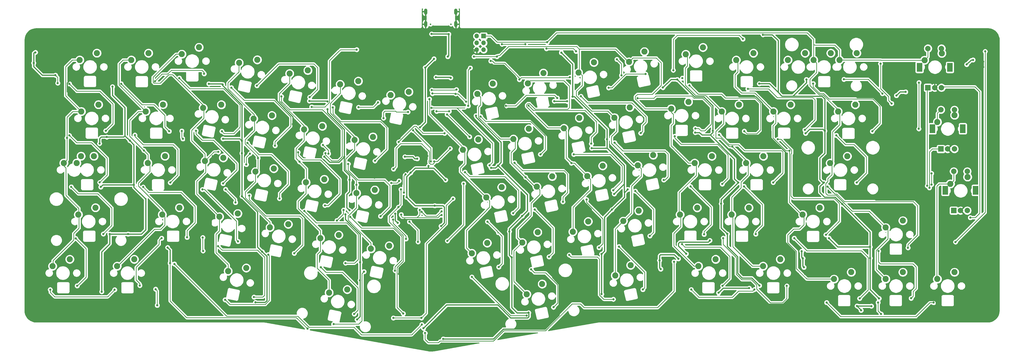
<source format=gtl>
G04 #@! TF.GenerationSoftware,KiCad,Pcbnew,(5.1.9)-1*
G04 #@! TF.CreationDate,2021-07-09T19:50:06+09:00*
G04 #@! TF.ProjectId,trifecta,74726966-6563-4746-912e-6b696361645f,rev?*
G04 #@! TF.SameCoordinates,Original*
G04 #@! TF.FileFunction,Copper,L1,Top*
G04 #@! TF.FilePolarity,Positive*
%FSLAX46Y46*%
G04 Gerber Fmt 4.6, Leading zero omitted, Abs format (unit mm)*
G04 Created by KiCad (PCBNEW (5.1.9)-1) date 2021-07-09 19:50:06*
%MOMM*%
%LPD*%
G01*
G04 APERTURE LIST*
G04 #@! TA.AperFunction,ComponentPad*
%ADD10C,2.250000*%
G04 #@! TD*
G04 #@! TA.AperFunction,ComponentPad*
%ADD11R,2.000000X2.000000*%
G04 #@! TD*
G04 #@! TA.AperFunction,ComponentPad*
%ADD12C,2.000000*%
G04 #@! TD*
G04 #@! TA.AperFunction,WasherPad*
%ADD13R,2.000000X3.200000*%
G04 #@! TD*
G04 #@! TA.AperFunction,ComponentPad*
%ADD14O,1.700000X1.700000*%
G04 #@! TD*
G04 #@! TA.AperFunction,ComponentPad*
%ADD15R,1.700000X1.700000*%
G04 #@! TD*
G04 #@! TA.AperFunction,ComponentPad*
%ADD16O,1.200000X2.300000*%
G04 #@! TD*
G04 #@! TA.AperFunction,WasherPad*
%ADD17C,0.600000*%
G04 #@! TD*
G04 #@! TA.AperFunction,ViaPad*
%ADD18C,0.800000*%
G04 #@! TD*
G04 #@! TA.AperFunction,Conductor*
%ADD19C,0.250000*%
G04 #@! TD*
G04 #@! TA.AperFunction,Conductor*
%ADD20C,0.381000*%
G04 #@! TD*
G04 #@! TA.AperFunction,Conductor*
%ADD21C,0.254000*%
G04 #@! TD*
G04 #@! TA.AperFunction,Conductor*
%ADD22C,0.100000*%
G04 #@! TD*
G04 #@! TA.AperFunction,NonConductor*
%ADD23C,0.254000*%
G04 #@! TD*
G04 #@! TA.AperFunction,NonConductor*
%ADD24C,0.100000*%
G04 #@! TD*
G04 APERTURE END LIST*
D10*
X255640340Y-86107186D03*
X249290340Y-88647186D03*
X116580846Y-77113426D03*
X109841513Y-78277682D03*
X73964726Y-48568906D03*
X67225393Y-49733162D03*
X52451000Y-47950120D03*
X46101000Y-50490120D03*
X135201586Y-81068206D03*
X128462253Y-82232462D03*
X307121560Y-28925520D03*
X300771560Y-31465520D03*
X119720286Y-97260706D03*
X112980953Y-98424962D03*
X248843800Y-67045840D03*
X242493800Y-69585840D03*
X232598784Y-47573674D03*
X226915642Y-51378409D03*
X208595784Y-72130394D03*
X202912642Y-75935129D03*
X213955184Y-51525914D03*
X208272042Y-55330649D03*
X20492720Y-69550280D03*
X26842720Y-67010280D03*
X21486850Y-47952890D03*
X15136850Y-50492890D03*
X27350720Y-9860280D03*
X21000720Y-12400280D03*
X168082784Y-41787554D03*
X162399642Y-45592289D03*
X247858280Y-50525680D03*
X254208280Y-47985680D03*
X307649880Y-9890760D03*
X301299880Y-12430760D03*
X288635440Y-9890760D03*
X282285440Y-12430760D03*
X348549840Y-55661040D03*
X342199840Y-58201040D03*
X343774640Y-32801040D03*
X337424640Y-35341040D03*
X339050240Y-9941040D03*
X332700240Y-12481040D03*
X227234304Y-68173074D03*
X221551162Y-71977809D03*
X189952184Y-76097874D03*
X184269042Y-79902609D03*
X171333984Y-80060274D03*
X165650842Y-83865009D03*
X195326824Y-55473074D03*
X189643682Y-59277809D03*
X176698464Y-59450714D03*
X171015322Y-63255449D03*
X223972944Y-29920674D03*
X218289802Y-33725409D03*
X205344584Y-33867834D03*
X199661442Y-37672569D03*
X186700984Y-37825154D03*
X181017842Y-41629889D03*
X229342504Y-9321274D03*
X223659362Y-13126009D03*
X210693824Y-13293834D03*
X205010682Y-17098569D03*
X192060384Y-17235914D03*
X186377242Y-21040649D03*
X173426944Y-21188154D03*
X167743802Y-24992889D03*
X97947406Y-73135786D03*
X91208073Y-74300042D03*
X79313966Y-69188626D03*
X72574633Y-70352882D03*
X129865046Y-60466266D03*
X123125713Y-61630522D03*
X111231606Y-56498786D03*
X104492273Y-57663042D03*
X92603246Y-52536386D03*
X85863913Y-53700642D03*
X129164006Y-40842226D03*
X122424673Y-42006482D03*
X110520406Y-36879826D03*
X103781073Y-38044082D03*
X91897126Y-32917426D03*
X85157793Y-34081682D03*
X73263686Y-28960106D03*
X66524353Y-30124362D03*
X142432966Y-24200146D03*
X135693633Y-25364402D03*
X123804606Y-20227586D03*
X117065273Y-21391842D03*
X105171166Y-16275346D03*
X98431833Y-17439602D03*
X86532646Y-12318026D03*
X79793313Y-13482282D03*
X65029080Y-7726680D03*
X58679080Y-10266680D03*
X343746590Y-90869686D03*
X337396590Y-93409686D03*
X324696590Y-90869686D03*
X318346590Y-93409686D03*
X305646590Y-90869686D03*
X299296590Y-93409686D03*
X324696590Y-71819686D03*
X318346590Y-74359686D03*
X267898880Y-67040760D03*
X261548880Y-69580760D03*
X51455320Y-69540120D03*
X57805320Y-67000120D03*
X273248120Y-47985680D03*
X266898120Y-50525680D03*
X276920960Y-31480760D03*
X283270960Y-28940760D03*
X264205720Y-28945840D03*
X257855720Y-31485840D03*
X245582440Y-27884120D03*
X239232440Y-30424120D03*
X51744880Y-28895040D03*
X45394880Y-31435040D03*
X269565120Y-9895840D03*
X263215120Y-12435840D03*
X250936760Y-7747000D03*
X244586760Y-10287000D03*
X46400720Y-9865360D03*
X40050720Y-12405360D03*
X191623504Y-95224074D03*
X185940362Y-99028809D03*
D11*
X343459040Y-68088640D03*
D12*
X345959040Y-68088640D03*
X348459040Y-68088640D03*
D13*
X340359040Y-60588640D03*
X351559040Y-60588640D03*
D12*
X343459040Y-53588640D03*
X348459040Y-53588640D03*
D11*
X338709330Y-45313650D03*
D12*
X341209330Y-45313650D03*
X343709330Y-45313650D03*
D13*
X335609330Y-37813650D03*
X346809330Y-37813650D03*
D12*
X338709330Y-30813650D03*
X343709330Y-30813650D03*
D11*
X333934130Y-22652440D03*
D12*
X336434130Y-22652440D03*
X338934130Y-22652440D03*
D13*
X330834130Y-15152440D03*
X342034130Y-15152440D03*
D12*
X333934130Y-8152440D03*
X338934130Y-8152440D03*
D14*
X167487600Y-8651240D03*
X170027600Y-8651240D03*
X167487600Y-6111240D03*
X170027600Y-6111240D03*
X167487600Y-3571240D03*
D15*
X170027600Y-3571240D03*
D16*
X148636840Y862760D03*
X159786840Y862760D03*
X148636840Y5462760D03*
X159786840Y5462760D03*
D17*
X150461840Y782760D03*
X157961840Y782760D03*
D10*
X298124880Y-9880600D03*
X291774880Y-12420600D03*
X304195480Y-47990760D03*
X297845480Y-50530760D03*
X224247264Y-88289874D03*
X218564122Y-92094609D03*
X82468646Y-89305426D03*
X75729313Y-90469682D03*
X279452840Y-86107186D03*
X273102840Y-88647186D03*
X41142920Y-86111080D03*
X34792920Y-88651080D03*
X17322800Y-86085680D03*
X10972800Y-88625680D03*
X294071040Y-67025520D03*
X287721040Y-69565520D03*
X26263100Y-47956386D03*
X19913100Y-50496386D03*
X27950160Y-28905200D03*
X21600160Y-31445200D03*
D18*
X16306800Y-41252140D03*
X82489040Y-51056540D03*
X83771740Y-47094140D03*
X44660820Y-45831760D03*
X72151240Y-46408340D03*
X102059740Y-50053240D03*
X86776872Y-48702272D03*
X138800840Y-57114440D03*
X135930640Y-57851040D03*
X150040340Y-26863040D03*
X136637841Y-71468825D03*
X141391640Y-78539340D03*
X123125713Y-58535087D03*
X174934735Y-11155535D03*
X166481760Y-11176000D03*
X282856940Y-45989240D03*
X261778542Y-44461638D03*
X150561040Y-49971960D03*
X201843640Y-18798540D03*
X183187340Y-19649440D03*
X172648035Y-12805826D03*
X143965977Y-38449297D03*
X151127460Y-24818340D03*
X159705040Y-24925020D03*
X163527740Y-27853640D03*
X141176608Y-54713272D03*
X140642340Y-61432440D03*
X138699240Y-42725340D03*
X155590330Y-39499630D03*
X58679080Y-38668960D03*
X59072780Y-41569640D03*
X110738920Y-43817540D03*
X330621640Y-20779740D03*
X136756140Y-52745640D03*
X151780240Y-49900840D03*
X330562840Y-37852440D03*
X157674990Y-45140290D03*
X164815520Y-40797480D03*
X156545280Y-32613600D03*
X112788700Y-47078900D03*
X78483460Y-65110360D03*
X115915440Y-71757540D03*
X118358920Y-67896740D03*
X154498040Y-68353940D03*
X147181040Y-68593440D03*
X74815700Y-60236100D03*
X202399835Y-50551145D03*
X185515814Y-55758786D03*
X77150840Y-51541160D03*
X42738920Y-48437280D03*
X35687880Y-70327000D03*
X19370920Y-25953200D03*
X333248880Y-72887320D03*
X61021840Y-27517840D03*
X130744840Y-31365940D03*
X124839340Y-31175440D03*
X154112840Y-71161450D03*
X140904840Y-71370940D03*
X163510840Y-89658940D03*
X178800869Y-31125411D03*
X237671220Y-58932560D03*
X238308760Y-76831940D03*
X244460640Y-97047800D03*
X280802960Y-79244940D03*
X262725780Y-23941520D03*
X161514400Y-14294600D03*
X283335340Y-97342440D03*
X333248880Y-68261980D03*
X333248880Y-85025980D03*
X309560840Y-59178940D03*
X348864800Y-85025980D03*
X345745680Y-102104940D03*
X151587840Y-14277440D03*
X149287840Y-47877440D03*
X328323820Y-102587540D03*
X199255945Y-66158545D03*
X205055080Y-63291200D03*
X198308840Y-44510440D03*
X139888840Y-49399940D03*
X104074840Y-86991940D03*
X139952340Y-54606940D03*
X141095340Y-51558940D03*
X99629840Y-65592440D03*
X99629840Y-46288440D03*
X93343340Y-25841440D03*
X69467340Y-79625940D03*
X72578840Y-98675940D03*
X60209040Y-60588640D03*
X61021840Y-39557440D03*
X54722640Y-18780240D03*
X7160440Y-95830440D03*
X7173840Y-76743040D03*
X7173840Y-38744640D03*
X7173840Y-57794640D03*
X129754240Y-55915040D03*
X197165840Y-75490820D03*
X278092780Y-73364840D03*
X238308760Y-67012300D03*
X245093100Y-67052940D03*
X251979040Y-69234800D03*
X59984640Y-43357800D03*
X99629840Y-50645940D03*
X99735640Y-85298280D03*
X313046810Y-40196070D03*
X139888840Y-46948840D03*
X279974040Y-61737240D03*
X243155780Y-57702500D03*
X238308760Y-61898920D03*
X206631540Y-64494170D03*
X278092780Y-59855980D03*
X270029940Y-79326740D03*
X230583740Y-80012540D03*
X138584940Y-65128140D03*
X140070840Y-66614040D03*
X237671220Y-45532920D03*
X284920300Y-91246440D03*
X155126962Y-115547140D03*
X129705100Y-17937480D03*
X181671840Y-19549500D03*
X223408240Y-21191220D03*
X219274315Y-24533025D03*
X319696530Y-32118870D03*
X232183940Y-87942420D03*
X320836158Y-42320051D03*
X160153390Y-57202390D03*
X139016076Y-41300876D03*
X209700740Y-69290340D03*
X332189700Y-46225580D03*
X138798851Y-91500440D03*
X99629840Y-36115740D03*
X153350840Y-88515940D03*
X146954240Y-86514940D03*
X17616920Y-19643840D03*
X65237360Y-47939960D03*
X70063360Y-48000920D03*
X107950000Y-54706520D03*
X105293160Y-50967640D03*
X110337600Y-105473500D03*
X129057400Y-52222400D03*
X160553400Y-52895500D03*
X191173100Y-48564800D03*
X194119500Y-86499700D03*
X198673720Y-85223950D03*
X202801220Y-82958940D03*
X196730620Y-105910380D03*
X230476420Y-31974020D03*
X261193280Y-18897600D03*
X237817660Y-37650420D03*
X266471400Y-40215820D03*
X275836380Y-38798500D03*
X302651340Y-21135520D03*
X149662840Y-51663080D03*
X124458340Y-87182440D03*
X123315340Y-108391440D03*
X175321840Y-51431940D03*
X140971460Y-48196560D03*
X145535260Y-48904640D03*
X263941740Y-57730440D03*
X259898760Y-76715100D03*
X295527340Y-57718440D03*
X312608840Y-81530940D03*
X315904918Y-100575160D03*
X146562086Y-37303194D03*
X151687840Y-11977440D03*
X151981040Y-66270640D03*
X155976440Y-56766040D03*
X141626440Y-63166040D03*
X143081040Y-54120640D03*
X302312950Y-65710550D03*
X295872780Y-38622720D03*
X271786660Y-95822820D03*
X213548840Y-98993440D03*
X223200840Y-60258440D03*
X215580840Y-41716440D03*
X217358840Y-67751440D03*
X213548840Y-84134440D03*
X120521340Y-68005440D03*
X28319340Y-43303940D03*
X138301340Y-72640940D03*
X137428341Y-69235382D03*
X118616340Y-48256940D03*
X111250340Y-48193440D03*
X105725840Y-27555940D03*
X85850340Y-102041440D03*
X80884640Y-62823840D03*
X80870840Y-42351440D03*
X73721840Y-21472640D03*
X68641840Y-21218640D03*
X73874240Y-41538640D03*
X29119440Y-98079040D03*
X32065840Y-76793840D03*
X38873040Y-76793840D03*
X33081840Y-22285440D03*
X39508040Y-42224440D03*
X88333190Y-83315290D03*
X41006640Y-58607440D03*
X196090540Y-27637740D03*
X202880840Y-25968440D03*
X200814940Y-27701240D03*
X209882740Y-45011340D03*
X297423840Y-78272640D03*
X307787040Y-103355140D03*
X313077198Y-103402880D03*
X256682240Y-98478340D03*
X154307540Y-73814940D03*
X236159040Y-22621240D03*
X312608840Y-85662380D03*
X112394857Y-27747957D03*
X112456840Y-30595180D03*
X148461340Y-15203940D03*
X198688960Y-9728200D03*
X273075400Y-3078480D03*
X244779800Y-84079080D03*
X253479551Y-79144111D03*
X309275480Y-104950260D03*
X267989070Y-96778670D03*
X257662840Y-65552438D03*
X80825372Y-46889908D03*
X152430480Y-18796000D03*
X157866080Y-19009360D03*
X31013400Y-40901620D03*
X28778200Y-59362340D03*
X241857500Y-85916800D03*
X120573800Y-56692800D03*
X119072840Y-69453940D03*
X124395400Y-93891100D03*
X167221600Y-32981200D03*
X172770800Y-52311300D03*
X179512840Y-75820660D03*
X184230190Y-70082590D03*
X180385150Y-85427250D03*
X186618409Y-105843869D03*
X271724120Y-21173440D03*
X248099580Y-39240460D03*
X241434620Y-19624040D03*
X254574810Y-38612310D03*
X218208860Y-61932820D03*
X288803080Y-39509700D03*
X289097720Y-19613880D03*
X348234000Y-14071600D03*
X350570800Y-12395200D03*
X156787840Y-11177440D03*
X150812840Y-2802440D03*
X157137840Y-2877440D03*
X193462840Y-5852440D03*
X333687840Y-58948185D03*
X334478240Y-59674240D03*
X17181440Y-21218640D03*
X30604460Y-38587680D03*
X17181440Y-40319440D03*
X28387040Y-57680860D03*
X48780700Y-20269200D03*
X66903600Y-17513300D03*
X41362240Y-40167040D03*
X54399180Y-57754520D03*
X63919100Y-38557200D03*
X73888600Y-58064400D03*
X105852840Y-26158940D03*
X86385400Y-21920200D03*
X94702240Y-63636640D03*
X82865840Y-43113440D03*
X101549200Y-46532800D03*
X111455200Y-66167000D03*
X131062340Y-28127440D03*
X123863100Y-29908500D03*
X120078500Y-50825400D03*
X131978400Y-70167500D03*
X163156900Y-53886100D03*
X180886100Y-69037200D03*
X178242840Y-29397440D03*
X197165840Y-26476440D03*
X199261340Y-64830440D03*
X181444900Y-50406300D03*
X205928840Y-25841440D03*
X227972620Y-39466520D03*
X216139640Y-22696920D03*
X229796340Y-17619980D03*
X226787100Y-26542260D03*
X248114820Y-37711380D03*
X243344700Y-19128740D03*
X245905020Y-21803360D03*
X266179300Y-38717220D03*
X288522020Y-38272200D03*
X267495540Y-23093160D03*
X36287850Y-21218640D03*
X54013100Y-38765480D03*
X57721500Y-19075400D03*
X73444100Y-38773100D03*
X93076640Y-44078640D03*
X76973040Y-22641040D03*
X95438840Y-25904940D03*
X111694840Y-46859940D03*
X129919340Y-49717440D03*
X114388900Y-29933900D03*
X133121400Y-33896300D03*
X142116102Y-31632598D03*
X150799800Y-30111700D03*
X172173900Y-51346100D03*
X168884600Y-33299400D03*
X190957200Y-47307500D03*
X186624840Y-29270440D03*
X209738840Y-43367440D03*
X270424520Y-76770980D03*
X266083660Y-59123060D03*
X246601860Y-97294180D03*
X269875880Y-97294180D03*
X152677740Y-31393880D03*
X157313240Y-31393880D03*
X313403860Y-38790360D03*
X291609780Y-21132800D03*
X302950880Y-19565620D03*
X203261840Y-47304440D03*
X217830400Y-60566300D03*
X218374840Y-42986440D03*
X236479080Y-56769000D03*
X258052180Y-58259460D03*
X240502440Y-40632380D03*
X276835480Y-57695580D03*
X256895600Y-40073580D03*
X296289340Y-77022440D03*
X278538940Y-41749980D03*
X300118780Y-40281860D03*
X307644800Y-57746900D03*
X29729040Y-76743040D03*
X17892640Y-59318640D03*
X44410240Y-59369440D03*
X60615440Y-77962240D03*
X79413100Y-79489300D03*
X66268600Y-60299600D03*
X100137840Y-83880440D03*
X83540600Y-62547500D03*
X119060840Y-87499940D03*
X103873300Y-68262500D03*
X137348840Y-90293940D03*
X120802400Y-70396100D03*
X171450000Y-72186800D03*
X175602900Y-88963500D03*
X188847340Y-67687940D03*
X194132200Y-85191600D03*
X207977740Y-64010540D03*
X212580220Y-81772760D03*
X225994840Y-60893440D03*
X231333040Y-77470000D03*
X246358020Y-59201800D03*
X251359280Y-76867500D03*
X326578840Y-81848440D03*
X296943780Y-59250580D03*
X20077040Y-95894640D03*
X19518240Y-78368640D03*
X51217440Y-78317840D03*
X43191040Y-95793040D03*
X85278840Y-100072940D03*
X72034400Y-81229200D03*
X74637900Y-101053900D03*
X90589100Y-84366100D03*
X109931200Y-89014300D03*
X122288300Y-106324400D03*
X125869700Y-90665300D03*
X114681000Y-110070900D03*
X165669840Y-92643440D03*
X185914780Y-106930940D03*
X187566300Y-89852500D03*
X195783200Y-103822500D03*
X201610840Y-84515440D03*
X217891360Y-100865940D03*
X219962340Y-81403940D03*
X228762560Y-97264220D03*
X258179180Y-95889560D03*
X243208420Y-80535260D03*
X281885000Y-95940360D03*
X258423020Y-78267040D03*
X284605340Y-78292440D03*
X308735340Y-100580940D03*
X327721840Y-100517440D03*
X315694940Y-83070180D03*
X33894640Y-97367840D03*
X10120240Y-97317040D03*
X296559280Y-102098020D03*
X336037800Y-102089700D03*
X315540000Y-102110020D03*
X316680460Y-106324450D03*
X154485340Y-69763640D03*
X139588240Y-69573140D03*
X146456040Y-67858640D03*
X66398140Y-78064360D03*
X66507360Y-83009740D03*
X145823940Y-79631540D03*
X142636240Y-72202040D03*
X147093940Y-107787440D03*
X136718040Y-107787440D03*
X158714440Y-63693040D03*
X49009300Y-97147380D03*
X49601120Y-103116380D03*
X139499340Y-60225940D03*
X138597640Y-66817240D03*
X140369290Y-106180890D03*
X349557340Y-70678040D03*
X335262840Y-58452440D03*
X335262836Y-54352440D03*
X105029000Y-111765080D03*
X54340760Y-87523320D03*
X12900660Y-20955000D03*
X354316200Y-13041800D03*
X354316200Y-15087600D03*
X11430000Y-19761200D03*
X127203200Y-10210800D03*
X262890000Y-8026400D03*
X292645000Y-88087200D03*
X288594800Y-91490800D03*
X287795800Y-85750400D03*
X288188400Y-89052400D03*
X234913000Y-86512400D03*
X235356400Y-89712800D03*
X147828000Y-111556800D03*
X4013200Y-13512800D03*
X4673600Y-9601200D03*
X53441600Y-81737200D03*
X12044680Y-18039080D03*
X322314577Y-25566200D03*
X325704840Y-24201760D03*
X287375600Y-83108800D03*
X317144400Y-24841200D03*
X162634540Y-58124840D03*
X156657920Y-79277450D03*
X164332920Y-29382720D03*
X165105080Y-15361920D03*
X355041200Y-9245600D03*
X344104410Y-79705200D03*
X240290509Y-87013891D03*
X148437600Y-113385600D03*
X147218400Y-110236000D03*
X55930800Y-87833200D03*
X106578400Y-29768800D03*
X123190000Y-8585200D03*
X150890813Y-23556387D03*
X159970893Y-23369693D03*
X176812535Y-6577440D03*
X185369200Y-6577440D03*
X193192400Y-8229600D03*
X204114400Y-9194800D03*
X219202000Y-12192000D03*
X220878400Y-18084800D03*
X239979200Y-16205200D03*
X265684000Y-4673600D03*
X316433200Y-13817600D03*
X320548000Y-28498800D03*
D19*
X20690340Y-69597186D02*
X20690340Y-67268860D01*
X20762840Y-69669686D02*
X20690340Y-69597186D01*
X20762840Y-74548120D02*
X20762840Y-69669686D01*
X18762840Y-76548120D02*
X20762840Y-74548120D01*
X18762840Y-78971280D02*
X18762840Y-76548120D01*
X11165340Y-88647186D02*
X11165340Y-86568780D01*
X11165340Y-86568780D02*
X18762840Y-78971280D01*
X18295620Y-12400280D02*
X21000720Y-12400280D01*
X15808960Y-14886940D02*
X18295620Y-12400280D01*
X15808960Y-25654000D02*
X15808960Y-23784560D01*
X21600160Y-31445200D02*
X15808960Y-25654000D01*
X15808960Y-23784560D02*
X15808960Y-14886940D01*
X18468340Y-31445200D02*
X21600160Y-31445200D01*
X16306800Y-41252140D02*
X16306800Y-33606740D01*
X16306800Y-33606740D02*
X18468340Y-31445200D01*
X16306800Y-49322940D02*
X15136850Y-50492890D01*
X16306800Y-41252140D02*
X16306800Y-49322940D01*
X19909604Y-50492890D02*
X19913100Y-50496386D01*
X15136850Y-50492890D02*
X15136850Y-51512190D01*
X15136850Y-51512190D02*
X15905480Y-52280820D01*
X15905480Y-62484000D02*
X16384270Y-62962790D01*
X15905480Y-52280820D02*
X15905480Y-62484000D01*
X20690340Y-67268860D02*
X16384270Y-62962790D01*
X51646590Y-68006196D02*
X42621200Y-58980806D01*
X51646590Y-69597186D02*
X51646590Y-68006196D01*
X42621200Y-58980806D02*
X42621200Y-57917080D01*
X42621200Y-57917080D02*
X45638720Y-54899560D01*
X34977840Y-88647186D02*
X48611206Y-75013820D01*
X48611206Y-75013820D02*
X50843180Y-75013820D01*
X50843180Y-75013820D02*
X52415440Y-73441560D01*
X52415440Y-70366036D02*
X51646590Y-69597186D01*
X52415440Y-73441560D02*
X52415440Y-70366036D01*
X82489040Y-51056540D02*
X82489040Y-48376840D01*
X82489040Y-48376840D02*
X83771740Y-47094140D01*
X44979090Y-46150030D02*
X44660820Y-45831760D01*
X36997640Y-12405360D02*
X40050720Y-12405360D01*
X35562840Y-13840160D02*
X36997640Y-12405360D01*
X48055699Y-18746301D02*
X56535320Y-10266680D01*
X48055699Y-20617201D02*
X48055699Y-18746301D01*
X56535320Y-10266680D02*
X58679080Y-10266680D01*
X48432699Y-20994201D02*
X48055699Y-20617201D01*
X66524353Y-30124362D02*
X66524353Y-29135553D01*
X66524353Y-29135553D02*
X55270400Y-17881600D01*
X55270400Y-17881600D02*
X53824010Y-17881600D01*
X53824010Y-17881600D02*
X50711409Y-20994201D01*
X50711409Y-20994201D02*
X48432699Y-20994201D01*
X45394880Y-31435040D02*
X35562849Y-21603009D01*
X35562849Y-18849649D02*
X35562840Y-18849640D01*
X35562849Y-21603009D02*
X35562849Y-18849649D01*
X35562840Y-18849640D02*
X35562840Y-13840160D01*
X42689780Y-31435040D02*
X45394880Y-31435040D01*
X39438580Y-34686240D02*
X42689780Y-31435040D01*
X44660820Y-45831760D02*
X39438580Y-40609520D01*
X39438580Y-40609520D02*
X39438580Y-34686240D01*
X44660820Y-45831760D02*
X46207680Y-47378620D01*
X46207680Y-50383440D02*
X46101000Y-50490120D01*
X46207680Y-47378620D02*
X46207680Y-50383440D01*
X45638720Y-54899560D02*
X45638720Y-54876700D01*
X45638720Y-54876700D02*
X46873160Y-53642260D01*
X46873160Y-51262280D02*
X46101000Y-50490120D01*
X46873160Y-53642260D02*
X46873160Y-51262280D01*
X67225393Y-49733162D02*
X67225393Y-47146693D01*
X67225393Y-47146693D02*
X62306200Y-42227500D01*
X62306200Y-42227500D02*
X62306200Y-38379400D01*
X62306200Y-38379400D02*
X66763900Y-33921700D01*
X66763900Y-30363909D02*
X66524353Y-30124362D01*
X66763900Y-33921700D02*
X66763900Y-30363909D01*
X70550215Y-46408340D02*
X72151240Y-46408340D01*
X67225393Y-49733162D02*
X70550215Y-46408340D01*
X72574633Y-70352882D02*
X64160400Y-61938649D01*
X64160400Y-61938649D02*
X64160400Y-57251600D01*
X64160400Y-57251600D02*
X67449700Y-53962300D01*
X67449700Y-49957469D02*
X67225393Y-49733162D01*
X67449700Y-53962300D02*
X67449700Y-49957469D01*
X75729313Y-90469682D02*
X75729313Y-88035613D01*
X71309399Y-83615699D02*
X71309399Y-76848801D01*
X75729313Y-88035613D02*
X71309399Y-83615699D01*
X72574633Y-75583567D02*
X72574633Y-70352882D01*
X71309399Y-76848801D02*
X72574633Y-75583567D01*
X104460040Y-38189991D02*
X104155310Y-37885261D01*
X79707740Y-14547990D02*
X79322427Y-14162677D01*
X79707740Y-16819452D02*
X79707740Y-14547990D01*
X75694540Y-20832652D02*
X79707740Y-16819452D01*
X75694540Y-22984140D02*
X75694540Y-20832652D01*
X85394723Y-34577263D02*
X85394723Y-32684323D01*
X85394723Y-32684323D02*
X75694540Y-22984140D01*
X98491040Y-17878701D02*
X98083014Y-17470675D01*
X98491040Y-21021040D02*
X98491040Y-17878701D01*
X94604840Y-24907240D02*
X98491040Y-21021040D01*
X94604840Y-27594440D02*
X94604840Y-24907240D01*
X104155310Y-37885261D02*
X104155310Y-37144910D01*
X85462840Y-34645380D02*
X85394723Y-34577263D01*
X85462840Y-38379940D02*
X85462840Y-34645380D01*
X81993740Y-41849040D02*
X85462840Y-38379940D01*
X81993740Y-43436540D02*
X81993740Y-41849040D01*
X86776872Y-48702272D02*
X86776872Y-48219672D01*
X86776872Y-48219672D02*
X81993740Y-43436540D01*
X86776872Y-52787683D02*
X85863913Y-53700642D01*
X86776872Y-48702272D02*
X86776872Y-52787683D01*
X82156300Y-61214000D02*
X85863913Y-57506387D01*
X85863913Y-57506387D02*
X85863913Y-53700642D01*
X83162140Y-64351740D02*
X83141580Y-64351740D01*
X83141580Y-64351740D02*
X82156300Y-63366460D01*
X82156300Y-63366460D02*
X82156300Y-61214000D01*
X83141580Y-64351740D02*
X90189240Y-71399400D01*
X90189240Y-71399400D02*
X90220800Y-71399400D01*
X91208073Y-72386673D02*
X91208073Y-74300042D01*
X90220800Y-71399400D02*
X91208073Y-72386673D01*
X103781073Y-36770673D02*
X103781073Y-38044082D01*
X94604840Y-27594440D02*
X103781073Y-36770673D01*
X103781073Y-42167327D02*
X103781073Y-38044082D01*
X100789740Y-45158660D02*
X103781073Y-42167327D01*
X102059740Y-50053240D02*
X100789740Y-48783240D01*
X100789740Y-48783240D02*
X100789740Y-45158660D01*
X102059740Y-50053240D02*
X104648000Y-52641500D01*
X104648000Y-57507315D02*
X104492273Y-57663042D01*
X104648000Y-52641500D02*
X104648000Y-57507315D01*
X109841513Y-78277682D02*
X109841513Y-75488013D01*
X109841513Y-75488013D02*
X101612700Y-67259200D01*
X101612700Y-67259200D02*
X101612700Y-64655700D01*
X104492273Y-61776127D02*
X104492273Y-57663042D01*
X101612700Y-64655700D02*
X104492273Y-61776127D01*
X112980953Y-98424962D02*
X112980953Y-93758233D01*
X112980953Y-93758233D02*
X108607860Y-89385140D01*
X108607860Y-89385140D02*
X108607860Y-84333080D01*
X109841513Y-83099427D02*
X109841513Y-78277682D01*
X108607860Y-84333080D02*
X109841513Y-83099427D01*
X123281440Y-41558801D02*
X122915898Y-41193259D01*
X138800840Y-57114440D02*
X138064240Y-57851040D01*
X138064240Y-57851040D02*
X135930640Y-57851040D01*
X163674014Y-75405264D02*
X170944540Y-68134738D01*
X150062840Y-32448140D02*
X150062840Y-26885540D01*
X159040099Y-41425399D02*
X150062840Y-32448140D01*
X163019740Y-50710042D02*
X163019740Y-45372780D01*
X161452339Y-53740822D02*
X161452339Y-52277443D01*
X163019740Y-45372780D02*
X159072359Y-41425399D01*
X169746310Y-62034793D02*
X161452339Y-53740822D01*
X150062840Y-26885540D02*
X150040340Y-26863040D01*
X159072359Y-41425399D02*
X159040099Y-41425399D01*
X161452339Y-52277443D02*
X163019740Y-50710042D01*
X117185440Y-21120510D02*
X116843602Y-20778672D01*
X117185440Y-24742140D02*
X117185440Y-21120510D01*
X113426240Y-28501340D02*
X117185440Y-24742140D01*
X113426240Y-31959721D02*
X113426240Y-28501340D01*
X122915898Y-41193259D02*
X122659778Y-41193259D01*
X122659778Y-41193259D02*
X113426240Y-31959721D01*
X136637841Y-72820341D02*
X136637841Y-71468825D01*
X141391640Y-77574140D02*
X136637841Y-72820341D01*
X141391640Y-78539340D02*
X141391640Y-77574140D01*
X119151400Y-49009300D02*
X122424673Y-45736027D01*
X119151400Y-52971700D02*
X119151400Y-49009300D01*
X122424673Y-45736027D02*
X122424673Y-42006482D01*
X123125713Y-56946013D02*
X119151400Y-52971700D01*
X123125713Y-61630522D02*
X123125713Y-58535087D01*
X123125713Y-58535087D02*
X123125713Y-56946013D01*
X123125713Y-66999785D02*
X123125713Y-66243987D01*
X120027700Y-70097798D02*
X123125713Y-66999785D01*
X120027700Y-71615300D02*
X120027700Y-70097798D01*
X120291101Y-71878701D02*
X120027700Y-71615300D01*
X123125713Y-66243987D02*
X123125713Y-61630522D01*
X123125713Y-66474069D02*
X123125713Y-66243987D01*
X128462253Y-82232462D02*
X128462253Y-80062553D01*
X128462253Y-80062553D02*
X120291101Y-71891401D01*
X120291101Y-71891401D02*
X120291101Y-71878701D01*
X169794666Y-62034793D02*
X171015322Y-63255449D01*
X169746310Y-62034793D02*
X169794666Y-62034793D01*
X170944540Y-68134738D02*
X170944540Y-68082160D01*
X170944540Y-68082160D02*
X172224700Y-66802000D01*
X172224700Y-64464827D02*
X171015322Y-63255449D01*
X172224700Y-66802000D02*
X172224700Y-64464827D01*
X165650842Y-83865009D02*
X163674014Y-81888181D01*
X163674014Y-81888181D02*
X163674014Y-80527114D01*
X163674014Y-80527114D02*
X163674014Y-75405264D01*
X224102225Y-13762625D02*
X218711440Y-8371840D01*
X175334734Y-10755536D02*
X174934735Y-11155535D01*
X175959744Y-10755536D02*
X175334734Y-10755536D01*
X179262840Y-7452440D02*
X175959744Y-10755536D01*
X204340540Y-7452440D02*
X179262840Y-7452440D01*
X205259940Y-8371840D02*
X204340540Y-7452440D01*
X218711440Y-8371840D02*
X205259940Y-8371840D01*
X174934735Y-11155535D02*
X166502225Y-11155535D01*
X166502225Y-11155535D02*
X166481760Y-11176000D01*
X225142011Y-11643360D02*
X223659362Y-13126009D01*
X235513321Y-13466521D02*
X233690160Y-11643360D01*
X248814090Y-50547186D02*
X245644586Y-50547186D01*
X232222040Y-25110440D02*
X235513321Y-21819159D01*
X233690160Y-11643360D02*
X225142011Y-11643360D01*
X235513321Y-21819159D02*
X235513321Y-13466521D01*
X225993821Y-25892621D02*
X226776002Y-25110440D01*
X225993821Y-26821983D02*
X225993821Y-25892621D01*
X226776002Y-25110440D02*
X232222040Y-25110440D01*
X229595958Y-30424120D02*
X228907479Y-29735641D01*
X239232440Y-30424120D02*
X229595958Y-30424120D01*
X228907479Y-29735641D02*
X225993821Y-26821983D01*
X225295682Y-51378409D02*
X226915642Y-51378409D01*
X217185240Y-43267967D02*
X225295682Y-51378409D01*
X217185240Y-40693340D02*
X217185240Y-43267967D01*
X219141040Y-38737540D02*
X217185240Y-40693340D01*
X248452640Y-55100220D02*
X248452640Y-51120040D01*
X248452640Y-51120040D02*
X247858280Y-50525680D01*
X242146590Y-61406270D02*
X248452640Y-55100220D01*
X242146590Y-69597186D02*
X242146590Y-61406270D01*
X249290340Y-88647186D02*
X247663886Y-88647186D01*
X247663886Y-88647186D02*
X240172240Y-81155540D01*
X240172240Y-76558140D02*
X242712240Y-74018140D01*
X242712240Y-70162836D02*
X242146590Y-69597186D01*
X240172240Y-81155540D02*
X240172240Y-76558140D01*
X242712240Y-74018140D02*
X242712240Y-70162836D01*
X224576640Y-68952331D02*
X221551162Y-71977809D01*
X224576640Y-59032140D02*
X224576640Y-68952331D01*
X226915642Y-51378409D02*
X228135180Y-52597947D01*
X228135180Y-52597947D02*
X228135180Y-55427880D01*
X228135180Y-55427880D02*
X227015040Y-56548020D01*
X227015040Y-56548020D02*
X227015040Y-56593740D01*
X227015040Y-56593740D02*
X224576640Y-59032140D01*
X218564122Y-74964850D02*
X219303076Y-74225896D01*
X218564122Y-92094609D02*
X218564122Y-74964850D01*
X219303076Y-74225896D02*
X221551162Y-71977809D01*
X239232440Y-30424120D02*
X239232440Y-31742380D01*
X239232440Y-31742380D02*
X239989360Y-32499300D01*
X239989360Y-44891960D02*
X240850420Y-45753020D01*
X245644586Y-50547186D02*
X240850420Y-45753020D01*
X240850420Y-45753020D02*
X239892840Y-44795440D01*
X239892840Y-44795440D02*
X239887760Y-44795440D01*
X239887760Y-44795440D02*
X239199420Y-44107100D01*
X239199420Y-44107100D02*
X239199420Y-36644580D01*
X239989360Y-35854640D02*
X239989360Y-32499300D01*
X239199420Y-36644580D02*
X239989360Y-35854640D01*
X209857340Y-31282640D02*
X215847033Y-31282640D01*
X215847033Y-31282640D02*
X218289802Y-33725409D01*
X204205840Y-25631140D02*
X209857340Y-31282640D01*
X204205840Y-23980140D02*
X204205840Y-25631140D01*
X205341637Y-8453537D02*
X205341637Y-17070622D01*
X205259940Y-8371840D02*
X205341637Y-8453537D01*
X205341637Y-17070622D02*
X206402940Y-18131925D01*
X206402940Y-18131925D02*
X206402940Y-21783040D01*
X206402940Y-21783040D02*
X204205840Y-23980140D01*
X219141040Y-34576647D02*
X218289802Y-33725409D01*
X219141040Y-38737540D02*
X219141040Y-34576647D01*
X287390340Y-69597186D02*
X282856940Y-65063786D01*
X297409786Y-93409686D02*
X297320886Y-93409686D01*
X299296590Y-93409686D02*
X297409786Y-93409686D01*
X297409786Y-93409686D02*
X297117686Y-93409686D01*
X273102840Y-88647186D02*
X269164986Y-88647186D01*
X269164986Y-88647186D02*
X261914640Y-81396840D01*
X261914640Y-70315236D02*
X261196590Y-69597186D01*
X261914640Y-81396840D02*
X261914640Y-70315236D01*
X282856940Y-65063786D02*
X282856940Y-45989240D01*
X285435810Y-89563710D02*
X289281786Y-93409686D01*
X285435810Y-83176689D02*
X285435810Y-89563710D01*
X282221940Y-79962820D02*
X285435810Y-83176689D01*
X288165540Y-70372386D02*
X288165540Y-73319640D01*
X287390340Y-69597186D02*
X288165540Y-70372386D01*
X282221940Y-77078840D02*
X282221940Y-79962820D01*
X286603440Y-74881740D02*
X284419040Y-74881740D01*
X288165540Y-73319640D02*
X286603440Y-74881740D01*
X289281786Y-93409686D02*
X297409786Y-93409686D01*
X284419040Y-74881740D02*
X282221940Y-77078840D01*
X244439089Y-19979991D02*
X244439089Y-15410531D01*
X244439089Y-19979991D02*
X244439089Y-19802191D01*
X244439089Y-15410531D02*
X245201440Y-14648180D01*
X245201440Y-10901680D02*
X244586760Y-10287000D01*
X245201440Y-14648180D02*
X245201440Y-10901680D01*
X263845040Y-13065760D02*
X263215120Y-12435840D01*
X263845040Y-16852900D02*
X263845040Y-13065760D01*
X265196320Y-24653240D02*
X262834120Y-22291040D01*
X262834120Y-17863820D02*
X263845040Y-16852900D01*
X262834120Y-22291040D02*
X262834120Y-17863820D01*
X244439089Y-19979991D02*
X244439089Y-21757289D01*
X244439089Y-21757289D02*
X248234240Y-25552440D01*
X251922320Y-25552440D02*
X257855720Y-31485840D01*
X248234240Y-25552440D02*
X251922320Y-25552440D01*
X267864090Y-50547186D02*
X261778542Y-44461638D01*
X258582160Y-32212280D02*
X257855720Y-31485840D01*
X261778542Y-44461638D02*
X263801904Y-46485000D01*
X255678940Y-41340498D02*
X255678940Y-38864540D01*
X258582160Y-35961320D02*
X258582160Y-32212280D01*
X255678940Y-38864540D02*
X258582160Y-35961320D01*
X257526108Y-41340498D02*
X260647248Y-44461638D01*
X260647248Y-44461638D02*
X261778542Y-44461638D01*
X255678940Y-41340498D02*
X257526108Y-41340498D01*
X261548880Y-69580760D02*
X261548880Y-63124080D01*
X261548880Y-63124080D02*
X264988040Y-59684920D01*
X264988040Y-59684920D02*
X264988040Y-57556400D01*
X264988040Y-57556400D02*
X267629640Y-54914800D01*
X267629640Y-51257200D02*
X266898120Y-50525680D01*
X267629640Y-54914800D02*
X267629640Y-51257200D01*
X282856940Y-45989240D02*
X281522421Y-45989240D01*
X281522421Y-45989240D02*
X276760940Y-41227759D01*
X276760940Y-41227759D02*
X276760940Y-36766500D01*
X276760940Y-36766500D02*
X277766780Y-35760660D01*
X277766780Y-32326580D02*
X276920960Y-31480760D01*
X277766780Y-35760660D02*
X277766780Y-32326580D01*
X270093440Y-24653240D02*
X276920960Y-31480760D01*
X265196320Y-24653240D02*
X270093440Y-24653240D01*
X173213720Y-12805826D02*
X172648035Y-12805826D01*
X174060334Y-13652440D02*
X173213720Y-12805826D01*
X177756025Y-13652440D02*
X174060334Y-13652440D01*
X183187340Y-19649440D02*
X183187340Y-19083755D01*
X183187340Y-19083755D02*
X177756025Y-13652440D01*
X150561040Y-45044360D02*
X144365976Y-38849296D01*
X144365976Y-38849296D02*
X143965977Y-38449297D01*
X150561040Y-49971960D02*
X150561040Y-45044360D01*
X183187340Y-19649440D02*
X183850280Y-18986500D01*
X201655680Y-18986500D02*
X201843640Y-18798540D01*
X183850280Y-18986500D02*
X201655680Y-18986500D01*
X151127460Y-24818340D02*
X159598360Y-24818340D01*
X159598360Y-24818340D02*
X159705040Y-24925020D01*
X159913320Y-24925020D02*
X159705040Y-24925020D01*
X159705040Y-24925020D02*
X160599120Y-24925020D01*
X160599120Y-24925020D02*
X163527740Y-27853640D01*
X141176608Y-54713272D02*
X140642340Y-55247540D01*
X140642340Y-55247540D02*
X140642340Y-61432440D01*
X138699240Y-42643032D02*
X138699240Y-42725340D01*
X144427577Y-36914695D02*
X138699240Y-42643032D01*
X145100585Y-36914695D02*
X144427577Y-36914695D01*
X155590330Y-39499630D02*
X147685520Y-39499630D01*
X147685520Y-39499630D02*
X145100585Y-36914695D01*
X58679080Y-41175940D02*
X59072780Y-41569640D01*
X58679080Y-38668960D02*
X58679080Y-41175940D01*
X110738920Y-43817540D02*
X112522000Y-45600620D01*
X330621640Y-37793640D02*
X330562840Y-37852440D01*
X330621640Y-20779740D02*
X330621640Y-37793640D01*
X151780240Y-49900840D02*
X152914440Y-49900840D01*
X152914440Y-49900840D02*
X157274991Y-45540289D01*
X157274991Y-45540289D02*
X157674990Y-45140290D01*
X151627840Y-50053240D02*
X151780240Y-49900840D01*
X137662840Y-51838940D02*
X136756140Y-52745640D01*
X139367640Y-43347640D02*
X137662840Y-45052440D01*
X147106640Y-43347640D02*
X139367640Y-43347640D01*
X150012841Y-46253841D02*
X147106640Y-43347640D01*
X150012841Y-49447157D02*
X150012841Y-46253841D01*
X151780240Y-50466525D02*
X151294325Y-50952440D01*
X137662840Y-45052440D02*
X137662840Y-51838940D01*
X151780240Y-49900840D02*
X151780240Y-50466525D01*
X151294325Y-50952440D02*
X150468518Y-50952440D01*
X150468518Y-50952440D02*
X149836039Y-50319961D01*
X149836039Y-50319961D02*
X149836039Y-49623959D01*
X149836039Y-49623959D02*
X150012841Y-49447157D01*
X164815520Y-40797480D02*
X156631640Y-32613600D01*
X156631640Y-32613600D02*
X156545280Y-32613600D01*
X112522000Y-45600620D02*
X112542320Y-45600620D01*
X112542320Y-45600620D02*
X112788700Y-45847000D01*
X112788700Y-45847000D02*
X112788700Y-47078900D01*
X78483460Y-65110360D02*
X78483460Y-63914020D01*
X78483460Y-63914020D02*
X76235560Y-61666120D01*
X154498040Y-68353940D02*
X152656051Y-70195929D01*
X148783529Y-70195929D02*
X147181040Y-68593440D01*
X152656051Y-70195929D02*
X148783529Y-70195929D01*
X118262840Y-67992820D02*
X118358920Y-67896740D01*
X115915440Y-71757540D02*
X118262840Y-69410140D01*
X118262840Y-69410140D02*
X118262840Y-67992820D01*
X76235560Y-61666120D02*
X76235560Y-61655960D01*
X76235560Y-61655960D02*
X74815700Y-60236100D01*
X188887840Y-59130812D02*
X188494656Y-58737628D01*
X200446640Y-38662508D02*
X199269341Y-37485209D01*
X200446640Y-48597951D02*
X200446640Y-38662508D01*
X180121339Y-50364311D02*
X180121339Y-46642241D01*
X180121339Y-46642241D02*
X181650640Y-45112940D01*
X181650640Y-41935094D02*
X180508753Y-40793207D01*
X181650640Y-45112940D02*
X181650640Y-41935094D01*
X182434602Y-74986778D02*
X187530740Y-69890640D01*
X187530740Y-69890640D02*
X187530740Y-65382140D01*
X189550040Y-59793012D02*
X188494656Y-58737628D01*
X202399835Y-50551145D02*
X200446640Y-48597951D01*
X183499054Y-53742026D02*
X180121339Y-50364311D01*
X193695609Y-37485209D02*
X199269341Y-37485209D01*
X185862840Y-28952440D02*
X185862840Y-29652440D01*
X186339340Y-28475940D02*
X185862840Y-28952440D01*
X186903342Y-28475940D02*
X186339340Y-28475940D01*
X185862840Y-29652440D02*
X193695609Y-37485209D01*
X189025832Y-30598430D02*
X186903342Y-28475940D01*
X201678540Y-29974540D02*
X201054650Y-30598430D01*
X201054650Y-30598430D02*
X189025832Y-30598430D01*
X168159599Y-33647401D02*
X168159599Y-29757201D01*
X181017842Y-41629889D02*
X176142087Y-41629889D01*
X176142087Y-41629889D02*
X168159599Y-33647401D01*
X168868801Y-26117888D02*
X167743802Y-24992889D01*
X168868801Y-29047999D02*
X168868801Y-26117888D01*
X168159599Y-29757201D02*
X168868801Y-29047999D01*
X186377242Y-21040649D02*
X186377242Y-20874058D01*
X186377242Y-20874058D02*
X187223400Y-20027900D01*
X187223400Y-20027900D02*
X199644000Y-20027900D01*
X199644000Y-20027900D02*
X201678540Y-22062440D01*
X201678540Y-22062440D02*
X201678540Y-29974540D01*
X188494656Y-58737628D02*
X185515814Y-55758786D01*
X185515814Y-55758786D02*
X183499054Y-53742026D01*
X187530740Y-65382140D02*
X187551060Y-65382140D01*
X187551060Y-65382140D02*
X190779400Y-62153800D01*
X190779400Y-60413527D02*
X189643682Y-59277809D01*
X190779400Y-62153800D02*
X190779400Y-60413527D01*
X182434602Y-78068169D02*
X184269042Y-79902609D01*
X182434602Y-74986778D02*
X182434602Y-78068169D01*
X181180740Y-82990911D02*
X184269042Y-79902609D01*
X181180740Y-94269187D02*
X185940362Y-99028809D01*
X181180740Y-93357700D02*
X181180740Y-94269187D01*
X181180740Y-93357700D02*
X181180740Y-82990911D01*
X203492538Y-50551145D02*
X208272042Y-55330649D01*
X202399835Y-50551145D02*
X203492538Y-50551145D01*
X202991720Y-75856051D02*
X202912642Y-75935129D01*
X208272042Y-55330649D02*
X209458560Y-56517167D01*
X202991720Y-66835020D02*
X202991720Y-75856051D01*
X208683860Y-61191140D02*
X208635600Y-61191140D01*
X209458560Y-56517167D02*
X209458560Y-60416440D01*
X209458560Y-60416440D02*
X208683860Y-61191140D01*
X208635600Y-61191140D02*
X202991720Y-66835020D01*
D20*
X333248880Y-68261980D02*
X333248880Y-72887320D01*
X333248880Y-72887320D02*
X333248880Y-85025980D01*
X61021840Y-39557440D02*
X61021840Y-27517840D01*
X153903350Y-71370940D02*
X154112840Y-71161450D01*
X140904840Y-71370940D02*
X153903350Y-71370940D01*
X162367840Y-88515940D02*
X163510840Y-89658940D01*
X178800869Y-31125411D02*
X177452339Y-29776881D01*
X177491000Y-14294600D02*
X161514400Y-14294600D01*
X177452339Y-28917941D02*
X181671840Y-24698440D01*
X177452339Y-29776881D02*
X177452339Y-28917941D01*
X181671840Y-18475440D02*
X177491000Y-14294600D01*
X279966030Y-78435950D02*
X279759020Y-78228940D01*
X278092780Y-76562700D02*
X279966030Y-78435950D01*
X284920300Y-83390220D02*
X279966030Y-78435950D01*
X262725780Y-24401260D02*
X262725780Y-23941520D01*
X264267560Y-25943040D02*
X262725780Y-24401260D01*
X283335340Y-97342440D02*
X283335340Y-92831400D01*
X284920300Y-91246440D02*
X284920300Y-83390220D01*
X283335340Y-92831400D02*
X284920300Y-91246440D01*
X198689840Y-84261440D02*
X198689840Y-80832440D01*
X198689840Y-80832440D02*
X197165840Y-79308440D01*
X197165840Y-75490820D02*
X197165840Y-68248650D01*
X197165840Y-68248650D02*
X199255945Y-66158545D01*
X201737840Y-59973960D02*
X201737840Y-54416440D01*
X205055080Y-63291200D02*
X201737840Y-59973960D01*
X201737840Y-54416440D02*
X198562840Y-51241440D01*
X198562840Y-51241440D02*
X198562840Y-49717440D01*
X198562840Y-49717440D02*
X196784840Y-47939440D01*
X104074840Y-86991940D02*
X104074840Y-75437480D01*
X104074840Y-70799440D02*
X99629840Y-66354440D01*
X139611398Y-71370940D02*
X140904840Y-71370940D01*
X138218841Y-69978383D02*
X139611398Y-71370940D01*
X139952340Y-58353440D02*
X137412340Y-60893440D01*
X137412340Y-60893440D02*
X137412340Y-64131940D01*
X139952340Y-54606940D02*
X139952340Y-58353440D01*
X141095340Y-53463940D02*
X139952340Y-54606940D01*
X141095340Y-51558940D02*
X141095340Y-53463940D01*
X99629840Y-66354440D02*
X99629840Y-65592440D01*
X93343340Y-27111440D02*
X93343340Y-25841440D01*
X99629840Y-33397940D02*
X93343340Y-27111440D01*
X72578840Y-98675940D02*
X69467340Y-95564440D01*
X69467340Y-69846940D02*
X60209040Y-60588640D01*
X60209040Y-60588640D02*
X60005840Y-60385440D01*
X60005840Y-40573440D02*
X61021840Y-39557440D01*
X7160440Y-76756440D02*
X7173840Y-76743040D01*
X7160440Y-95830440D02*
X7160440Y-76756440D01*
X7173840Y-76743040D02*
X7173840Y-57794640D01*
X7173840Y-57794640D02*
X7173840Y-38744640D01*
X146759040Y-45348640D02*
X149287840Y-47877440D01*
X141489040Y-45348640D02*
X146759040Y-45348640D01*
X139888840Y-46948840D02*
X141489040Y-45348640D01*
X139888840Y-49399940D02*
X139888840Y-46948840D01*
X99629840Y-46288440D02*
X99629840Y-36115740D01*
X69467340Y-71637640D02*
X69467340Y-69846940D01*
X69467340Y-79625940D02*
X69467340Y-71637640D01*
X104074840Y-75437480D02*
X104074840Y-70799440D01*
X99629840Y-65592440D02*
X99629840Y-57611760D01*
X153350840Y-88515940D02*
X162367840Y-88515940D01*
X197165840Y-79308440D02*
X197165840Y-75490820D01*
X278092780Y-73364840D02*
X278092780Y-76562700D01*
X278092780Y-67126600D02*
X278092780Y-73364840D01*
X238308760Y-76831940D02*
X238308760Y-67012300D01*
X247302900Y-69262740D02*
X251951100Y-69262740D01*
X251951100Y-69262740D02*
X251979040Y-69234800D01*
X245093100Y-67052940D02*
X247302900Y-69262740D01*
X60005840Y-43414560D02*
X60005840Y-43379000D01*
X60005840Y-43414560D02*
X60005840Y-47736240D01*
X60005840Y-43379000D02*
X59984640Y-43357800D01*
X60005840Y-40573440D02*
X60005840Y-43414560D01*
X99629840Y-57611760D02*
X99629840Y-53524540D01*
X99629840Y-53524540D02*
X99629840Y-53082940D01*
X99629840Y-46288440D02*
X99629840Y-50645940D01*
X99629840Y-50645940D02*
X99629840Y-53524540D01*
X101429300Y-86991940D02*
X104074840Y-86991940D01*
X99735640Y-85298280D02*
X101429300Y-86991940D01*
X279974040Y-61737240D02*
X278092780Y-59855980D01*
X279974040Y-65245340D02*
X278092780Y-67126600D01*
X279974040Y-61737240D02*
X279974040Y-65245340D01*
X237671220Y-58932560D02*
X241925720Y-58932560D01*
X241925720Y-58932560D02*
X243155780Y-57702500D01*
X238308760Y-59570100D02*
X237671220Y-58932560D01*
X238308760Y-67012300D02*
X238308760Y-61898920D01*
X238308760Y-61898920D02*
X238308760Y-59570100D01*
X202187735Y-66158545D02*
X205055080Y-63291200D01*
X199255945Y-66158545D02*
X202187735Y-66158545D01*
X280721160Y-79326740D02*
X280802960Y-79244940D01*
X270029940Y-79326740D02*
X280721160Y-79326740D01*
X233764340Y-76831940D02*
X238308760Y-76831940D01*
X230583740Y-80012540D02*
X233764340Y-76831940D01*
X137588740Y-64131940D02*
X137412340Y-64131940D01*
X138584940Y-65128140D02*
X137588740Y-64131940D01*
X138218841Y-69978383D02*
X138218841Y-68466039D01*
X138218841Y-68466039D02*
X140070840Y-66614040D01*
X69467340Y-95564440D02*
X69467340Y-79625940D01*
X181671840Y-24698440D02*
X181671840Y-19549500D01*
X181671840Y-19549500D02*
X181671840Y-18475440D01*
X223408240Y-21191220D02*
X220066435Y-24533025D01*
X220066435Y-24533025D02*
X219274315Y-24533025D01*
X230583740Y-86342220D02*
X230583740Y-80012540D01*
X232183940Y-87942420D02*
X230583740Y-86342220D01*
X318712177Y-40196070D02*
X320836158Y-42320051D01*
X313046810Y-40196070D02*
X318712177Y-40196070D01*
X280562840Y-102652440D02*
X283335340Y-99879940D01*
X250065280Y-102652440D02*
X280562840Y-102652440D01*
X244460640Y-97047800D02*
X250065280Y-102652440D01*
X283335340Y-99879940D02*
X283335340Y-97342440D01*
X124916340Y-31252440D02*
X124839340Y-31175440D01*
X130744840Y-31365940D02*
X130631340Y-31252440D01*
X130631340Y-31252440D02*
X124916340Y-31252440D01*
X342098180Y-105752440D02*
X345745680Y-102104940D01*
X329612161Y-101299199D02*
X336417241Y-101299199D01*
X328323820Y-102587540D02*
X329612161Y-101299199D01*
X336417241Y-101299199D02*
X336952200Y-101834158D01*
X336952200Y-101834158D02*
X336952200Y-104641800D01*
X336952200Y-104641800D02*
X338062840Y-105752440D01*
X338062840Y-105752440D02*
X342098180Y-105752440D01*
X348864800Y-96887780D02*
X348864800Y-85025980D01*
X345745680Y-102104940D02*
X348864800Y-98985820D01*
X348864800Y-98985820D02*
X348864800Y-96887780D01*
X138616077Y-40900877D02*
X139016076Y-41300876D01*
X130744840Y-33029640D02*
X138616077Y-40900877D01*
X130744840Y-31365940D02*
X130744840Y-33029640D01*
X196784840Y-47939440D02*
X196784840Y-43748440D01*
X197546840Y-44510440D02*
X198308840Y-44510440D01*
X185862840Y-32826440D02*
X197546840Y-44510440D01*
X178800869Y-31125411D02*
X180501898Y-32826440D01*
X180501898Y-32826440D02*
X185862840Y-32826440D01*
X196784840Y-47939440D02*
X196171840Y-48552440D01*
X206631540Y-64494170D02*
X209700740Y-67563370D01*
X209700740Y-68724655D02*
X209700740Y-69290340D01*
X209700740Y-67563370D02*
X209700740Y-68724655D01*
X329182340Y-64195440D02*
X333248880Y-68261980D01*
X314705840Y-64195440D02*
X329182340Y-64195440D01*
X309560840Y-59178940D02*
X309689340Y-59178940D01*
X309689340Y-59178940D02*
X314705840Y-64195440D01*
X332189700Y-45659895D02*
X332189700Y-46225580D01*
X333248880Y-68261980D02*
X332189700Y-67202800D01*
X332189700Y-46791265D02*
X332189700Y-46225580D01*
X332189700Y-67202800D02*
X332189700Y-46791265D01*
X332189700Y-44612040D02*
X332189700Y-46225580D01*
X319696530Y-32118870D02*
X332189700Y-44612040D01*
X158556560Y-17252440D02*
X161514400Y-14294600D01*
X152362840Y-17252440D02*
X158556560Y-17252440D01*
X151587840Y-14277440D02*
X151587840Y-16477440D01*
X151587840Y-16477440D02*
X152362840Y-17252440D01*
X332189700Y-21425580D02*
X332189700Y-46225580D01*
X332762840Y-20852440D02*
X332189700Y-21425580D01*
X336048343Y-20852440D02*
X332762840Y-20852440D01*
X336434130Y-22652440D02*
X336434130Y-21238227D01*
X336434130Y-21238227D02*
X336048343Y-20852440D01*
X143387840Y-84727440D02*
X141630640Y-86484640D01*
X143387840Y-77377440D02*
X143387840Y-84727440D01*
X140904840Y-71370940D02*
X140904840Y-74894440D01*
X140904840Y-74894440D02*
X143387840Y-77377440D01*
X146954240Y-86514940D02*
X146923940Y-86484640D01*
X146923940Y-86484640D02*
X141630640Y-86484640D01*
X138798851Y-90934755D02*
X138798851Y-91500440D01*
X141630640Y-86484640D02*
X138798851Y-89316429D01*
X138798851Y-89316429D02*
X138798851Y-90934755D01*
X99629840Y-36115740D02*
X99629840Y-33397940D01*
X54722640Y-18995780D02*
X54722640Y-18780240D01*
X50862840Y-22855580D02*
X54722640Y-18995780D01*
X281465900Y-46661759D02*
X276002360Y-41198219D01*
X281465900Y-54982860D02*
X281465900Y-46661759D01*
X278092780Y-59855980D02*
X278092780Y-58355980D01*
X278092780Y-58355980D02*
X281465900Y-54982860D01*
X19370920Y-25953200D02*
X18223870Y-25953200D01*
X18223870Y-25953200D02*
X16390939Y-24120269D01*
X16390939Y-24120269D02*
X16390939Y-20869821D01*
X16390939Y-20869821D02*
X17616920Y-19643840D01*
X59984640Y-43357800D02*
X59984640Y-52664360D01*
X60005840Y-51281720D02*
X60005840Y-50783880D01*
X60005840Y-51281720D02*
X60005840Y-60385440D01*
X60005840Y-47736240D02*
X60005840Y-51281720D01*
X60005840Y-50783880D02*
X62849760Y-47939960D01*
X62849760Y-47939960D02*
X65237360Y-47939960D01*
X70063360Y-48000920D02*
X72024240Y-49961800D01*
X72024240Y-49961800D02*
X72034400Y-49961800D01*
X73613760Y-51541160D02*
X77150840Y-51541160D01*
X72034400Y-49961800D02*
X73613760Y-51541160D01*
X107950000Y-53624480D02*
X107950000Y-54706520D01*
X105293160Y-50967640D02*
X107950000Y-53624480D01*
X167157760Y-8651240D02*
X167487600Y-8651240D01*
X161514400Y-14294600D02*
X167157760Y-8651240D01*
X61021840Y-27517840D02*
X53885580Y-27517840D01*
X50862840Y-24495100D02*
X50862840Y-23416920D01*
X53885580Y-27517840D02*
X50862840Y-24495100D01*
X50862840Y-23416920D02*
X50862840Y-22855580D01*
X104074840Y-86991940D02*
X104074840Y-88977860D01*
X104074840Y-88977860D02*
X102781100Y-90271600D01*
X102781100Y-97917000D02*
X110337600Y-105473500D01*
X102781100Y-95186500D02*
X102781100Y-97917000D01*
X102781100Y-95186500D02*
X102781100Y-95667700D01*
X102781100Y-90271600D02*
X102781100Y-95186500D01*
X129754240Y-55915040D02*
X129754240Y-53224040D01*
X129754240Y-53224040D02*
X129754240Y-52919240D01*
X129754240Y-52919240D02*
X129057400Y-52222400D01*
X160153390Y-57202390D02*
X160153390Y-53295510D01*
X160153390Y-53295510D02*
X160553400Y-52895500D01*
X196171840Y-48552440D02*
X191185460Y-48552440D01*
X191185460Y-48552440D02*
X191173100Y-48564800D01*
X195451340Y-87831540D02*
X194119500Y-86499700D01*
X198673720Y-84277560D02*
X198689840Y-84261440D01*
X198673720Y-85223950D02*
X198673720Y-84277560D01*
X198673720Y-85223950D02*
X200938730Y-82958940D01*
X200938730Y-82958940D02*
X202801220Y-82958940D01*
X197397970Y-86499700D02*
X198673720Y-85223950D01*
X194119500Y-86499700D02*
X197397970Y-86499700D01*
X195451340Y-87831540D02*
X195451340Y-92855660D01*
X197111620Y-94625100D02*
X197881130Y-95394609D01*
X195451340Y-92855660D02*
X197111620Y-94515940D01*
X197111620Y-94515940D02*
X197111620Y-94625100D01*
X197881130Y-95394609D02*
X197881130Y-104744630D01*
X197881130Y-104744630D02*
X196910960Y-105714800D01*
X192659000Y-111947960D02*
X197881130Y-106725830D01*
X177276760Y-111947960D02*
X192659000Y-111947960D01*
X155126962Y-115547140D02*
X173677580Y-115547140D01*
X197881130Y-106725830D02*
X197881130Y-104744630D01*
X173677580Y-115547140D02*
X177276760Y-111947960D01*
X196910960Y-105714800D02*
X196910960Y-105730040D01*
X196910960Y-105730040D02*
X196730620Y-105910380D01*
X232725840Y-34223440D02*
X230476420Y-31974020D01*
X243155780Y-57702500D02*
X238907320Y-53454040D01*
X238907320Y-46769020D02*
X237671220Y-45532920D01*
X238907320Y-53454040D02*
X238907320Y-46769020D01*
X260047740Y-11574780D02*
X262890000Y-8732520D01*
X261193280Y-18897600D02*
X260047740Y-17752060D01*
X260047740Y-17752060D02*
X260047740Y-11574780D01*
X262725780Y-23941520D02*
X260806060Y-22021800D01*
X260806060Y-19284820D02*
X261193280Y-18897600D01*
X260806060Y-22021800D02*
X260806060Y-19284820D01*
X236152820Y-37650420D02*
X236094970Y-37592570D01*
X237817660Y-37650420D02*
X236152820Y-37650420D01*
X236094970Y-37592570D02*
X232725840Y-34223440D01*
X237671220Y-37796860D02*
X237817660Y-37650420D01*
X237671220Y-45532920D02*
X237671220Y-37796860D01*
X264267560Y-25943040D02*
X270481540Y-25943040D01*
X270481540Y-25943040D02*
X272773140Y-28234640D01*
X272773140Y-28234640D02*
X272773140Y-38982880D01*
X272773140Y-38982880D02*
X273924280Y-40134020D01*
X274049720Y-40215820D02*
X274131520Y-40134020D01*
X266471400Y-40215820D02*
X274049720Y-40215820D01*
X273924280Y-40134020D02*
X274131520Y-40134020D01*
X274049720Y-40215820D02*
X274419060Y-40215820D01*
X274419060Y-40215820D02*
X275836380Y-38798500D01*
X276002360Y-38964480D02*
X275836380Y-38798500D01*
X276002360Y-41198219D02*
X276002360Y-38964480D01*
X307806950Y-26291130D02*
X302651340Y-21135520D01*
X319696530Y-32118870D02*
X313868790Y-26291130D01*
X313868790Y-26291130D02*
X307806950Y-26291130D01*
X149595276Y-52401204D02*
X149595276Y-51730644D01*
X149595276Y-51730644D02*
X149662840Y-51663080D01*
X146334094Y-37303194D02*
X146562086Y-37303194D01*
X186116840Y-62226940D02*
X175321840Y-51431940D01*
X186180340Y-62226940D02*
X186116840Y-62226940D01*
X186180340Y-68132440D02*
X186180340Y-62226940D01*
X186180340Y-62226940D02*
X184338840Y-60385440D01*
X143894420Y-48178200D02*
X140989820Y-48178200D01*
X140989820Y-48178200D02*
X140971460Y-48196560D01*
X144620860Y-48904640D02*
X143894420Y-48178200D01*
X145535260Y-48904640D02*
X144620860Y-48904640D01*
X295227620Y-37977560D02*
X295872780Y-38622720D01*
X315904918Y-100575160D02*
X312608840Y-97279082D01*
X143081040Y-54120640D02*
X144800476Y-52401204D01*
X144800476Y-52401204D02*
X149595276Y-52401204D01*
X141637840Y-62588955D02*
X141637840Y-55563840D01*
X141637840Y-55563840D02*
X143081040Y-54120640D01*
X141626440Y-63166040D02*
X141626440Y-62600355D01*
X141626440Y-62600355D02*
X141637840Y-62588955D01*
X151981040Y-66270640D02*
X144731040Y-66270640D01*
X144731040Y-66270640D02*
X141626440Y-63166040D01*
X155976440Y-56766040D02*
X151611604Y-52401204D01*
X151611604Y-52401204D02*
X149595276Y-52401204D01*
X151981040Y-66270640D02*
X154979000Y-66270640D01*
X154979000Y-66270640D02*
X155502220Y-66793860D01*
X215580840Y-45018440D02*
X215580840Y-41716440D01*
X213548840Y-98993440D02*
X213548840Y-84134440D01*
X221930840Y-56194440D02*
X221930840Y-51368440D01*
X148461340Y-15203940D02*
X151687840Y-11977440D01*
X138301340Y-72640940D02*
X137428341Y-71767941D01*
X137428341Y-71767941D02*
X137428341Y-69235382D01*
X118552840Y-48193440D02*
X118616340Y-48256940D01*
X112202840Y-27555940D02*
X112456840Y-27809940D01*
X105725840Y-27555940D02*
X112202840Y-27555940D01*
X80884640Y-62823840D02*
X80884640Y-49666640D01*
X80884640Y-49666640D02*
X80884640Y-29041840D01*
X80884640Y-29041840D02*
X80884640Y-28991040D01*
X80884640Y-28991040D02*
X73721840Y-21828240D01*
X73721840Y-21828240D02*
X73721840Y-21472640D01*
X68641840Y-21218640D02*
X73467840Y-21218640D01*
X73467840Y-21218640D02*
X73721840Y-21472640D01*
X80058040Y-41538640D02*
X80870840Y-42351440D01*
X73874240Y-41538640D02*
X80058040Y-41538640D01*
X29119440Y-98079040D02*
X29119440Y-83347040D01*
X32065840Y-80400640D02*
X32065840Y-76793840D01*
X29119440Y-83347040D02*
X32065840Y-80400640D01*
X32065840Y-76793840D02*
X38873040Y-76793840D01*
X43749840Y-76793840D02*
X45375440Y-75168240D01*
X38873040Y-76793840D02*
X43749840Y-76793840D01*
X45375440Y-75168240D02*
X45375440Y-63687440D01*
X45375440Y-63687440D02*
X45223040Y-63687440D01*
X45223040Y-63687440D02*
X41006640Y-59471040D01*
X41006640Y-59471040D02*
X41006640Y-58607440D01*
X41006640Y-58607440D02*
X41006640Y-43723040D01*
X28319340Y-43303940D02*
X28319340Y-41449740D01*
X222057840Y-61401440D02*
X221930840Y-61401440D01*
X223200840Y-60258440D02*
X222057840Y-61401440D01*
X41006640Y-43723040D02*
X39508040Y-42224440D01*
X39508040Y-42224440D02*
X37704640Y-40421040D01*
X118616340Y-38071540D02*
X112456840Y-31912040D01*
X118616340Y-48256940D02*
X118616340Y-38071540D01*
X41006640Y-58607440D02*
X39522920Y-58607440D01*
X111250340Y-48193440D02*
X113267620Y-50210720D01*
X116662560Y-50210720D02*
X118616340Y-48256940D01*
X113267620Y-50210720D02*
X116662560Y-50210720D01*
X215580840Y-41716440D02*
X215580840Y-40255940D01*
X203515840Y-25968440D02*
X202880840Y-25968440D01*
X213167840Y-35620440D02*
X203515840Y-25968440D01*
X200814940Y-27701240D02*
X196154040Y-27701240D01*
X196154040Y-27701240D02*
X196090540Y-27637740D01*
X215573740Y-45011340D02*
X215865140Y-45302740D01*
X209882740Y-45011340D02*
X215573740Y-45011340D01*
X221930840Y-51368440D02*
X215865140Y-45302740D01*
X215865140Y-45302740D02*
X215580840Y-45018440D01*
X175303540Y-51450240D02*
X175321840Y-51431940D01*
X185189040Y-69123740D02*
X186180340Y-68132440D01*
X300682140Y-81530940D02*
X312608840Y-81530940D01*
X297423840Y-78272640D02*
X300682140Y-81530940D01*
X307787040Y-103355140D02*
X313029458Y-103355140D01*
X313029458Y-103355140D02*
X313077198Y-103402880D01*
X154307540Y-73814940D02*
X155502220Y-72620260D01*
X155502220Y-66793860D02*
X155502220Y-72620260D01*
X312608840Y-97279082D02*
X312608840Y-85662380D01*
X312608840Y-85662380D02*
X312608840Y-81530940D01*
X112456840Y-31912040D02*
X112456840Y-30595180D01*
X202880840Y-25968440D02*
X202880840Y-13920080D01*
X202880840Y-13920080D02*
X198688960Y-9728200D01*
X278683720Y-18329000D02*
X278683720Y-5245100D01*
X278683720Y-5245100D02*
X276517100Y-3078480D01*
X276517100Y-3078480D02*
X273075400Y-3078480D01*
X244779800Y-84079080D02*
X241912140Y-81211420D01*
X241912140Y-81211420D02*
X241912140Y-80256380D01*
X241912140Y-80256380D02*
X242423761Y-79744759D01*
X242423761Y-79744759D02*
X252878903Y-79744759D01*
X252878903Y-79744759D02*
X253479551Y-79144111D01*
X309275480Y-104843580D02*
X307787040Y-103355140D01*
X309275480Y-104950260D02*
X309275480Y-104843580D01*
X256682240Y-98478340D02*
X258381910Y-96778670D01*
X258381910Y-96778670D02*
X267989070Y-96778670D01*
X157050596Y-102974284D02*
X175271642Y-102974284D01*
X175271642Y-102974284D02*
X180018799Y-107721441D01*
X295872780Y-26762380D02*
X295872780Y-38622720D01*
X148461340Y-35403940D02*
X148461340Y-15203940D01*
X146562086Y-37303194D02*
X148461340Y-35403940D01*
X28916640Y-40852440D02*
X28319340Y-41449740D01*
X37704640Y-40421040D02*
X37273240Y-40852440D01*
X90041340Y-85023440D02*
X88333190Y-83315290D01*
X90041340Y-101373940D02*
X90041340Y-85023440D01*
X85850340Y-102041440D02*
X89373840Y-102041440D01*
X89373840Y-102041440D02*
X90041340Y-101373940D01*
X263703680Y-85164238D02*
X263703680Y-91293280D01*
X259898760Y-81359318D02*
X263703680Y-85164238D01*
X259898760Y-76715100D02*
X259898760Y-81359318D01*
X263703680Y-91293280D02*
X265406900Y-92996500D01*
X268960340Y-92996500D02*
X271386661Y-95422821D01*
X265406900Y-92996500D02*
X268960340Y-92996500D01*
X271386661Y-95422821D02*
X271786660Y-95822820D01*
X221962840Y-61433440D02*
X221930840Y-61401440D01*
X217358840Y-67751440D02*
X221962840Y-63147440D01*
X221962840Y-63147440D02*
X221962840Y-61433440D01*
X257662840Y-64986753D02*
X257662840Y-65552438D01*
X257662840Y-66118123D02*
X257662840Y-65552438D01*
X257662840Y-74479180D02*
X257662840Y-66118123D01*
X259898760Y-76715100D02*
X257662840Y-74479180D01*
X257662840Y-64009340D02*
X257662840Y-64986753D01*
X263941740Y-57730440D02*
X257662840Y-64009340D01*
X81284639Y-63223839D02*
X80884640Y-62823840D01*
X252123820Y-40154340D02*
X253660940Y-40154340D01*
X253664740Y-40154340D02*
X252123820Y-40154340D01*
X33081840Y-25435040D02*
X33081840Y-22285440D01*
X37662840Y-30016040D02*
X33081840Y-25435040D01*
X37704640Y-40421040D02*
X37662840Y-40379240D01*
X37662840Y-40379240D02*
X37662840Y-30016040D01*
X312608840Y-76006440D02*
X312608840Y-81530940D01*
X302312950Y-65710550D02*
X312608840Y-76006440D01*
X299718340Y-63115940D02*
X302312950Y-65710550D01*
X295826340Y-63115940D02*
X299718340Y-63115940D01*
X294066840Y-61356440D02*
X295826340Y-63115940D01*
X295527340Y-57718440D02*
X294066840Y-59178940D01*
X294066840Y-59178940D02*
X294066840Y-61356440D01*
X295872780Y-46880260D02*
X295872780Y-38622720D01*
X294066840Y-48686200D02*
X295872780Y-46880260D01*
X294066840Y-56556440D02*
X294066840Y-48686200D01*
X295527340Y-57718440D02*
X295228840Y-57718440D01*
X295228840Y-57718440D02*
X294066840Y-56556440D01*
X152430480Y-18796000D02*
X157652720Y-18796000D01*
X157652720Y-18796000D02*
X157866080Y-19009360D01*
X31062580Y-40852440D02*
X31013400Y-40901620D01*
X31062580Y-40852440D02*
X28916640Y-40852440D01*
X37273240Y-40852440D02*
X31062580Y-40852440D01*
X41006640Y-58607440D02*
X29533100Y-58607440D01*
X29533100Y-58607440D02*
X28778200Y-59362340D01*
X86633750Y-68572950D02*
X86633750Y-81615850D01*
X86633750Y-68572950D02*
X81284639Y-63223839D01*
X86633750Y-81615850D02*
X88333190Y-83315290D01*
X119072840Y-71397040D02*
X119072840Y-69453940D01*
X119775591Y-72099791D02*
X119072840Y-71397040D01*
X119775591Y-72136931D02*
X119775591Y-72099791D01*
X124446600Y-76807940D02*
X119775591Y-72136931D01*
X124458340Y-87182440D02*
X124458340Y-76807940D01*
X124458340Y-76807940D02*
X124446600Y-76807940D01*
X118616340Y-53173240D02*
X120521340Y-55078240D01*
X120521340Y-55078240D02*
X120521340Y-61126760D01*
X119545100Y-67029200D02*
X120521340Y-68005440D01*
X118616340Y-48256940D02*
X118616340Y-53173240D01*
X119545100Y-62103000D02*
X119545100Y-67029200D01*
X120521340Y-61126760D02*
X119545100Y-62103000D01*
X123315340Y-108391440D02*
X124434600Y-107272180D01*
X124434600Y-107272180D02*
X124434600Y-93930300D01*
X124434600Y-93930300D02*
X124395400Y-93891100D01*
X124458340Y-93828160D02*
X124395400Y-93891100D01*
X124458340Y-87182440D02*
X124458340Y-93828160D01*
X167221600Y-33546885D02*
X167221600Y-32981200D01*
X176470655Y-42795940D02*
X167221600Y-33546885D01*
X176470655Y-50283125D02*
X175321840Y-51431940D01*
X176470655Y-42795940D02*
X176470655Y-50283125D01*
X174442480Y-52311300D02*
X175321840Y-51431940D01*
X172770800Y-52311300D02*
X174442480Y-52311300D01*
X179512840Y-74799940D02*
X179512840Y-75820660D01*
X185189040Y-69123740D02*
X184230190Y-70082590D01*
X184230190Y-70082590D02*
X179512840Y-74799940D01*
X179512840Y-84554940D02*
X180385150Y-85427250D01*
X179512840Y-75820660D02*
X179512840Y-84554940D01*
X182356869Y-105901469D02*
X180385150Y-103929750D01*
X213167840Y-35620440D02*
X213179140Y-35620440D01*
X215580840Y-38022140D02*
X215580840Y-41716440D01*
X213179140Y-35620440D02*
X215580840Y-38022140D01*
X186705281Y-105930741D02*
X186618409Y-105843869D01*
X186294221Y-107721441D02*
X186705281Y-107310381D01*
X186705281Y-107310381D02*
X186705281Y-105930741D01*
X180018799Y-107721441D02*
X186294221Y-107721441D01*
X186560809Y-105901469D02*
X186618409Y-105843869D01*
X182356869Y-105901469D02*
X186560809Y-105901469D01*
X180385150Y-85427250D02*
X180385150Y-103929750D01*
X217358840Y-67751440D02*
X214602060Y-70508220D01*
X214602060Y-83081220D02*
X213548840Y-84134440D01*
X214602060Y-70508220D02*
X214602060Y-83081220D01*
X236159040Y-22621240D02*
X239167620Y-19612660D01*
X278683720Y-18329000D02*
X278683720Y-24377520D01*
X275479640Y-21173440D02*
X278683720Y-24377520D01*
X271724120Y-21173440D02*
X275479640Y-21173440D01*
X252123820Y-40154340D02*
X250590800Y-40154340D01*
X250590800Y-40154340D02*
X249676920Y-39240460D01*
X249676920Y-39240460D02*
X248099580Y-39240460D01*
X239167620Y-19612660D02*
X241423240Y-19612660D01*
X241423240Y-19612660D02*
X241434620Y-19624040D01*
X254574810Y-39240470D02*
X254267090Y-39548190D01*
X254267090Y-39548190D02*
X253660940Y-40154340D01*
X241434620Y-19624040D02*
X247878530Y-26067950D01*
X247878530Y-26067950D02*
X251287210Y-26067950D01*
X251287210Y-26067950D02*
X254574810Y-29355550D01*
X254574810Y-38612310D02*
X254574810Y-39240470D01*
X254574810Y-29355550D02*
X254574810Y-37682670D01*
X254574810Y-37682670D02*
X254574810Y-38612310D01*
X253664738Y-40154340D02*
X262557260Y-49046862D01*
X253660940Y-40154340D02*
X253664738Y-40154340D01*
X262557260Y-56345960D02*
X263941740Y-57730440D01*
X262557260Y-49046862D02*
X262557260Y-56345960D01*
X221930840Y-58210840D02*
X221930840Y-57362480D01*
X221930840Y-61401440D02*
X221930840Y-57362480D01*
X218208860Y-61932820D02*
X221930840Y-58210840D01*
X221930840Y-57362480D02*
X221930840Y-56194440D01*
X288803080Y-39509700D02*
X290335220Y-37977560D01*
X290363520Y-37977560D02*
X290834560Y-37977560D01*
X290335220Y-37977560D02*
X290834560Y-37977560D01*
X290834560Y-37977560D02*
X295227620Y-37977560D01*
X295339740Y-26229340D02*
X295872780Y-26762380D01*
X294890990Y-25780590D02*
X295339740Y-26229340D01*
X278683720Y-24377520D02*
X280086790Y-25780590D01*
X284884270Y-25780590D02*
X283268010Y-25780590D01*
X280086790Y-25780590D02*
X283268010Y-25780590D01*
X289097720Y-19613880D02*
X289097720Y-20840290D01*
X284157420Y-25780590D02*
X284106210Y-25780590D01*
X289097720Y-20840290D02*
X284157420Y-25780590D01*
X283268010Y-25780590D02*
X284106210Y-25780590D01*
X284106210Y-25780590D02*
X294890990Y-25780590D01*
X349910400Y-12395200D02*
X348234000Y-14071600D01*
X350570800Y-12395200D02*
X349910400Y-12395200D01*
X150812840Y-2802440D02*
X157062840Y-2802440D01*
X157062840Y-2802440D02*
X157137840Y-2877440D01*
X157137840Y-10827440D02*
X156787840Y-11177440D01*
X157137840Y-2877440D02*
X157137840Y-10827440D01*
D19*
X332146520Y-11927320D02*
X332700240Y-12481040D01*
X333934130Y-11247150D02*
X332700240Y-12481040D01*
X333934130Y-8273690D02*
X333934130Y-11247150D01*
X343459040Y-56941840D02*
X342199840Y-58201040D01*
X343459040Y-53588640D02*
X343459040Y-56941840D01*
X342199840Y-58201040D02*
X338094840Y-58201040D01*
X338094840Y-58201040D02*
X337238340Y-59057540D01*
X337238340Y-93251436D02*
X337396590Y-93409686D01*
X337238340Y-59057540D02*
X337238340Y-93251436D01*
X319140840Y-75153936D02*
X318346590Y-74359686D01*
X319140840Y-78551278D02*
X319140840Y-75153936D01*
X314862840Y-82829278D02*
X319140840Y-78551278D01*
X318346590Y-93409686D02*
X314862840Y-89925936D01*
X314862840Y-89925936D02*
X314862840Y-82829278D01*
X193462840Y-5852440D02*
X174970720Y-5852440D01*
X172689520Y-3571240D02*
X170027600Y-3571240D01*
X174970720Y-5852440D02*
X172689520Y-3571240D01*
X337424640Y-35341040D02*
X337424640Y-32098340D01*
X337424640Y-32098340D02*
X338709330Y-30813650D01*
X316652160Y-12481040D02*
X332700240Y-12481040D01*
X316591200Y-12420080D02*
X316652160Y-12481040D01*
X193462840Y-5852440D02*
X196962840Y-2352440D01*
X307329840Y-12430760D02*
X307340520Y-12420080D01*
X307340520Y-12420080D02*
X316591200Y-12420080D01*
X301289720Y-12420600D02*
X301299880Y-12430760D01*
X306708060Y-12420080D02*
X307340520Y-12420080D01*
X301310560Y-12420080D02*
X301299880Y-12430760D01*
X306708060Y-12420080D02*
X301310560Y-12420080D01*
X306501280Y-12420080D02*
X306708060Y-12420080D01*
X291774880Y-4737900D02*
X289389420Y-2352440D01*
X196962840Y-2352440D02*
X289389420Y-2352440D01*
X292153340Y-6944360D02*
X291774880Y-6565900D01*
X291774880Y-6565900D02*
X291774880Y-4737900D01*
X299552360Y-6944360D02*
X292153340Y-6944360D01*
X301299880Y-12430760D02*
X301299880Y-8691880D01*
X291774880Y-12420600D02*
X291774880Y-6565900D01*
X301299880Y-8691880D02*
X299552360Y-6944360D01*
X300771560Y-31465520D02*
X300771560Y-30906720D01*
X292854380Y-13500100D02*
X291774880Y-12420600D01*
X290362640Y-19514820D02*
X292854380Y-17023080D01*
X300771560Y-30807660D02*
X295228980Y-25265080D01*
X300771560Y-31465520D02*
X300771560Y-30807660D01*
X295228980Y-25265080D02*
X293829440Y-25265080D01*
X293829440Y-25265080D02*
X290362640Y-21798280D01*
X292854380Y-17023080D02*
X292854380Y-13500100D01*
X290362640Y-21798280D02*
X290362640Y-19514820D01*
X301376080Y-36329620D02*
X301376080Y-32070040D01*
X301376080Y-32070040D02*
X300771560Y-31465520D01*
X298820340Y-38885360D02*
X301376080Y-36329620D01*
X298820340Y-49555900D02*
X297845480Y-50530760D01*
X298820340Y-38885360D02*
X298820340Y-49555900D01*
X298485560Y-51170840D02*
X297845480Y-50530760D01*
X297024839Y-56294241D02*
X298485560Y-54833520D01*
X312277344Y-68290440D02*
X305965842Y-68290440D01*
X298485560Y-54833520D02*
X298485560Y-51170840D01*
X318346590Y-74359686D02*
X312277344Y-68290440D01*
X305965842Y-68290440D02*
X300050182Y-62374780D01*
X300050182Y-62374780D02*
X296928540Y-62374780D01*
X297024839Y-57293943D02*
X297024839Y-56294241D01*
X296218779Y-61665019D02*
X296218779Y-58100003D01*
X296218779Y-58100003D02*
X297024839Y-57293943D01*
X296928540Y-62374780D02*
X296218779Y-61665019D01*
X333687840Y-58948185D02*
X333687840Y-23144440D01*
X333687840Y-23144440D02*
X334058590Y-22773690D01*
X335501630Y-45313650D02*
X338709330Y-45313650D01*
X334478240Y-59674240D02*
X334478240Y-46337040D01*
X334478240Y-46337040D02*
X335501630Y-45313650D01*
X19924640Y-23961840D02*
X17181440Y-21218640D01*
X28459040Y-23961840D02*
X19924640Y-23961840D01*
X29983040Y-25485840D02*
X28459040Y-23961840D01*
X33238440Y-35953700D02*
X33238440Y-28699460D01*
X30604460Y-38587680D02*
X33238440Y-35953700D01*
X33238440Y-28699460D02*
X30024820Y-25485840D01*
X30024820Y-25485840D02*
X29983040Y-25485840D01*
X19873840Y-43011840D02*
X17181440Y-40319440D01*
X25411040Y-43011840D02*
X19873840Y-43011840D01*
X29762840Y-47363640D02*
X25411040Y-43011840D01*
X29762840Y-47363640D02*
X29762840Y-47375200D01*
X29762840Y-47375200D02*
X31107380Y-48719740D01*
X31107380Y-54960520D02*
X28387040Y-57680860D01*
X31107380Y-48719740D02*
X31107380Y-54960520D01*
X48780700Y-20269200D02*
X51422300Y-17627600D01*
X51422300Y-17627600D02*
X53441600Y-17627600D01*
X53441600Y-17627600D02*
X54851300Y-16217900D01*
X54851300Y-16217900D02*
X66154300Y-16217900D01*
X66154300Y-16217900D02*
X66154300Y-16256000D01*
X66154300Y-16256000D02*
X66903600Y-17005300D01*
X66903600Y-17005300D02*
X66903600Y-17513300D01*
X57262640Y-45501040D02*
X55535440Y-43773840D01*
X55535440Y-43773840D02*
X44410240Y-43773840D01*
X41362240Y-40725840D02*
X41362240Y-40167040D01*
X44410240Y-43773840D02*
X41362240Y-40725840D01*
X54399180Y-57754520D02*
X57262640Y-54891060D01*
X57262640Y-53019440D02*
X57262640Y-52798100D01*
X57262640Y-54891060D02*
X57262640Y-52798100D01*
X57262640Y-52798100D02*
X57262640Y-45501040D01*
X66457440Y-42046640D02*
X70314202Y-42046640D01*
X66457440Y-42046640D02*
X66227440Y-42046640D01*
X66227440Y-42046640D02*
X63919100Y-39738300D01*
X63919100Y-39738300D02*
X63919100Y-38557200D01*
X78948231Y-53004769D02*
X78948231Y-50680669D01*
X73888600Y-58064400D02*
X78948231Y-53004769D01*
X70314202Y-42046640D02*
X78948231Y-50680669D01*
X94402160Y-13903440D02*
X86385400Y-21920200D01*
X107413840Y-13903440D02*
X94402160Y-13903440D01*
X108773840Y-15263440D02*
X107413840Y-13903440D01*
X105852840Y-26158940D02*
X108773840Y-23237940D01*
X108773840Y-23237940D02*
X108773840Y-15263440D01*
X97953440Y-58404240D02*
X97953440Y-53578240D01*
X87133040Y-47380640D02*
X82865840Y-43113440D01*
X94702240Y-63636640D02*
X94702240Y-61655440D01*
X94702240Y-61655440D02*
X97953440Y-58404240D01*
X91755840Y-47380640D02*
X87133040Y-47380640D01*
X97953440Y-53578240D02*
X91755840Y-47380640D01*
X116965340Y-61909440D02*
X116965340Y-56448440D01*
X109853340Y-49336440D02*
X104709840Y-49336440D01*
X113282340Y-65592440D02*
X116965340Y-61909440D01*
X116965340Y-56448440D02*
X109853340Y-49336440D01*
X104709840Y-49336440D02*
X103247940Y-49336440D01*
X103247940Y-49336440D02*
X101549200Y-47637700D01*
X101549200Y-47637700D02*
X101549200Y-46532800D01*
X113282340Y-65592440D02*
X113274360Y-65592440D01*
X113274360Y-65592440D02*
X112699800Y-66167000D01*
X112699800Y-66167000D02*
X111455200Y-66167000D01*
X129792340Y-29397440D02*
X131062340Y-28127440D01*
X129792340Y-29397440D02*
X129792340Y-29427560D01*
X129792340Y-29427560D02*
X129311400Y-29908500D01*
X129311400Y-29908500D02*
X123863100Y-29908500D01*
X120078500Y-50825400D02*
X120078500Y-52781200D01*
X120078500Y-52781200D02*
X120078500Y-53262390D01*
X120078500Y-53262390D02*
X123597810Y-56781700D01*
X123597810Y-56781700D02*
X125450600Y-56781700D01*
X125450600Y-56781700D02*
X133438900Y-56781700D01*
X133438900Y-56781700D02*
X135432800Y-58775600D01*
X135432800Y-58775600D02*
X135432800Y-64960500D01*
X135432800Y-64960500D02*
X135432800Y-66713100D01*
X135432800Y-66713100D02*
X131978400Y-70167500D01*
X163156900Y-53886100D02*
X164833300Y-55562500D01*
X164833300Y-55562500D02*
X177901600Y-55562500D01*
X177901600Y-55562500D02*
X180581300Y-58242200D01*
X180581300Y-58242200D02*
X180594000Y-58242200D01*
X180594000Y-58242200D02*
X182930800Y-60579000D01*
X182930800Y-60579000D02*
X182930800Y-66992500D01*
X182930800Y-66992500D02*
X180886100Y-69037200D01*
X181798840Y-29397440D02*
X178242840Y-29397440D01*
X184388940Y-26807340D02*
X185707380Y-25488900D01*
X184388940Y-26807340D02*
X181798840Y-29397440D01*
X196178300Y-25488900D02*
X197165840Y-26476440D01*
X185707380Y-25488900D02*
X196178300Y-25488900D01*
X199261340Y-63115940D02*
X199261340Y-64830440D01*
X181444900Y-50406300D02*
X184391300Y-53352700D01*
X184391300Y-53352700D02*
X199763100Y-53352700D01*
X200975840Y-54565440D02*
X200975840Y-61401440D01*
X199763100Y-53352700D02*
X200975840Y-54565440D01*
X200975840Y-61401440D02*
X199261340Y-63115940D01*
X205928840Y-25841440D02*
X208341840Y-28254440D01*
X229931840Y-33461440D02*
X229931840Y-35366440D01*
X208341840Y-28254440D02*
X224724840Y-28254440D01*
X224724840Y-28254440D02*
X229931840Y-33461440D01*
X229931840Y-35366440D02*
X228661840Y-36636440D01*
X228661840Y-38777300D02*
X228661840Y-36636440D01*
X227972620Y-39466520D02*
X228661840Y-38777300D01*
X221968940Y-18079200D02*
X217351220Y-22696920D01*
X217351220Y-22696920D02*
X216139640Y-22696920D01*
X221968940Y-18079200D02*
X222468800Y-17579340D01*
X222468800Y-17579340D02*
X229755700Y-17579340D01*
X229755700Y-17579340D02*
X229796340Y-17619980D01*
X249361960Y-37711380D02*
X248114820Y-37711380D01*
X251585340Y-38597320D02*
X250247900Y-38597320D01*
X250247900Y-38597320D02*
X249361960Y-37711380D01*
X254059300Y-29697160D02*
X254059300Y-36123360D01*
X254059300Y-36123360D02*
X251585340Y-38597320D01*
X226787100Y-26542260D02*
X232832380Y-26542260D01*
X250945602Y-26583462D02*
X254059300Y-29697160D01*
X232832380Y-26542260D02*
X233616500Y-25758140D01*
X233616500Y-25758140D02*
X246839680Y-25758140D01*
X246839680Y-25758140D02*
X247665002Y-26583462D01*
X247665002Y-26583462D02*
X250945602Y-26583462D01*
X259205361Y-26458550D02*
X257799251Y-25052440D01*
X249154100Y-25052440D02*
X249912720Y-25052440D01*
X245905020Y-21803360D02*
X249154100Y-25052440D01*
X257799251Y-25052440D02*
X249912720Y-25052440D01*
X249912720Y-25052440D02*
X249793040Y-25052440D01*
X266179300Y-38717220D02*
X267162390Y-39700310D01*
X270448930Y-39700310D02*
X270720710Y-39700310D01*
X267162390Y-39700310D02*
X270448930Y-39700310D01*
X270720710Y-39700310D02*
X272158460Y-38262560D01*
X272158460Y-38262560D02*
X272158460Y-28349000D01*
X272158460Y-28349000D02*
X270268010Y-26458550D01*
X270268010Y-26458550D02*
X259205361Y-26458550D01*
X292232960Y-34561260D02*
X288522020Y-38272200D01*
X292232960Y-27082320D02*
X292232960Y-34561260D01*
X291446740Y-26296100D02*
X292232960Y-27082320D01*
X278372180Y-26296100D02*
X291446740Y-26296100D01*
X275169240Y-23093160D02*
X278372180Y-26296100D01*
X267495540Y-23093160D02*
X275169240Y-23093160D01*
X267280000Y-23093160D02*
X267495540Y-23093160D01*
X42409770Y-27340560D02*
X36287850Y-21218640D01*
X42409770Y-27340560D02*
X42415460Y-27340560D01*
X42415460Y-27340560D02*
X44051220Y-28976320D01*
X44051220Y-28976320D02*
X48412400Y-28976320D01*
X48412400Y-28976320D02*
X52357020Y-32920940D01*
X52357020Y-37109400D02*
X52357020Y-32920940D01*
X54013100Y-38765480D02*
X52357020Y-37109400D01*
X74161200Y-22996640D02*
X62037840Y-22996640D01*
X80162840Y-28998280D02*
X74161200Y-22996640D01*
X62037840Y-22996640D02*
X61642740Y-22996640D01*
X61642740Y-22996640D02*
X57721500Y-19075400D01*
X73444100Y-38773100D02*
X74244200Y-39573200D01*
X77864580Y-39573200D02*
X80162840Y-37274940D01*
X74244200Y-39573200D02*
X77864580Y-39573200D01*
X80162840Y-37274940D02*
X80162840Y-28998280D01*
X81697440Y-27365440D02*
X76973040Y-22641040D01*
X92775840Y-27365440D02*
X81697440Y-27365440D01*
X98862840Y-33452440D02*
X92775840Y-27365440D01*
X98862840Y-36870040D02*
X98862840Y-33452440D01*
X93076640Y-44078640D02*
X93076640Y-42656240D01*
X93076640Y-42656240D02*
X98862840Y-36870040D01*
X111694840Y-47481100D02*
X111694840Y-46859940D01*
X113908950Y-49695210D02*
X111694840Y-47481100D01*
X116354750Y-49695210D02*
X113908950Y-49695210D01*
X95438840Y-27728440D02*
X98504840Y-30794440D01*
X98504840Y-30794440D02*
X110604840Y-30794440D01*
X117862840Y-38052440D02*
X117862840Y-48187120D01*
X110604840Y-30794440D02*
X117862840Y-38052440D01*
X117862840Y-48187120D02*
X116354750Y-49695210D01*
X95438840Y-25904940D02*
X95438840Y-27728440D01*
X117286340Y-35175940D02*
X114425340Y-32314940D01*
X132086340Y-35175940D02*
X117286340Y-35175940D01*
X134237340Y-37326940D02*
X132086340Y-35175940D01*
X129919340Y-49717440D02*
X134237340Y-45399440D01*
X134237340Y-45399440D02*
X134237340Y-37326940D01*
X114425340Y-32314940D02*
X114425340Y-29970340D01*
X114425340Y-29970340D02*
X114388900Y-29933900D01*
X133121400Y-33896300D02*
X133121400Y-31800800D01*
X133121400Y-31800800D02*
X133629400Y-31292800D01*
X133629400Y-31292800D02*
X137464800Y-31292800D01*
X137464800Y-31292800D02*
X137804598Y-31632598D01*
X137804598Y-31632598D02*
X142116102Y-31632598D01*
X162318700Y-30111700D02*
X163144200Y-30111700D01*
X172173900Y-51346100D02*
X173342300Y-50177700D01*
X173342300Y-50177700D02*
X173342300Y-48945800D01*
X173342300Y-48945800D02*
X173342300Y-49161700D01*
X159562800Y-30111700D02*
X160197800Y-30111700D01*
X159562800Y-30111700D02*
X162318700Y-30111700D01*
X150799800Y-30111700D02*
X159562800Y-30111700D01*
X173342300Y-43256200D02*
X173342300Y-43992800D01*
X160197800Y-30111700D02*
X173342300Y-43256200D01*
X173342300Y-43992800D02*
X173342300Y-48945800D01*
X190957200Y-47307500D02*
X192760600Y-45504100D01*
X192760600Y-45504100D02*
X192760600Y-40453240D01*
X192760600Y-40453240D02*
X187397460Y-35090100D01*
X187397460Y-35090100D02*
X170675300Y-35090100D01*
X170675300Y-35090100D02*
X170484800Y-34899600D01*
X168884600Y-33299400D02*
X170484800Y-34899600D01*
X209738840Y-40954440D02*
X211643840Y-39049440D01*
X211643840Y-35239440D02*
X207452840Y-31048440D01*
X211643840Y-39049440D02*
X211643840Y-35239440D01*
X207452840Y-31048440D02*
X188402840Y-31048440D01*
X188402840Y-31048440D02*
X186624840Y-29270440D01*
X209738840Y-43367440D02*
X209738840Y-40954440D01*
X270424520Y-76770980D02*
X270424520Y-75920080D01*
X272847680Y-65887080D02*
X266083660Y-59123060D01*
X270424520Y-75920080D02*
X272847680Y-73496920D01*
X272847680Y-73496920D02*
X272847680Y-65887080D01*
X249431420Y-100123740D02*
X246601860Y-97294180D01*
X261791540Y-100123740D02*
X249431420Y-100123740D01*
X264062840Y-97852440D02*
X261791540Y-100123740D01*
X269875880Y-97294180D02*
X269317620Y-97852440D01*
X269317620Y-97852440D02*
X264062840Y-97852440D01*
X152677740Y-31393880D02*
X157313240Y-31393880D01*
X316337560Y-35856660D02*
X313403860Y-38790360D01*
X316337560Y-29488942D02*
X316337560Y-35856660D01*
X313655259Y-26806641D02*
X316337560Y-29488942D01*
X291609780Y-22409010D02*
X294015840Y-24815070D01*
X291609780Y-21132800D02*
X291609780Y-22409010D01*
X294015840Y-24815070D02*
X295415381Y-24815071D01*
X297406950Y-26806640D02*
X313655259Y-26806641D01*
X295415381Y-24815071D02*
X297406950Y-26806640D01*
X311873900Y-19565620D02*
X302950880Y-19565620D01*
X315942551Y-23634271D02*
X311873900Y-19565620D01*
X221168840Y-56067440D02*
X221168840Y-51622440D01*
X221168840Y-51622440D02*
X216850840Y-47304440D01*
X216850840Y-47304440D02*
X203261840Y-47304440D01*
X221168840Y-56067440D02*
X221168840Y-57227860D01*
X221168840Y-57227860D02*
X217830400Y-60566300D01*
X236916840Y-46034440D02*
X221422840Y-46034440D01*
X221422840Y-46034440D02*
X218374840Y-42986440D01*
X238041180Y-47158780D02*
X236916840Y-46034440D01*
X238041180Y-55585360D02*
X238041180Y-47158780D01*
X238041180Y-55585360D02*
X238041180Y-55595520D01*
X238041180Y-55595520D02*
X236867700Y-56769000D01*
X236867700Y-56769000D02*
X236479080Y-56769000D01*
X245811920Y-43626520D02*
X245507120Y-43626520D01*
X243558940Y-43626520D02*
X245811920Y-43626520D01*
X260165460Y-47384102D02*
X256407878Y-43626520D01*
X256407878Y-43626520D02*
X245811920Y-43626520D01*
X260165460Y-56146180D02*
X260165460Y-47384102D01*
X258052180Y-58259460D02*
X260165460Y-56146180D01*
X243558940Y-43626520D02*
X242881900Y-43626520D01*
X242881900Y-43626520D02*
X240502440Y-41247060D01*
X240502440Y-41247060D02*
X240502440Y-40632380D01*
X266266540Y-45917600D02*
X279992700Y-45917600D01*
X280373700Y-46298600D02*
X279992700Y-45917600D01*
X276835480Y-57695580D02*
X280373700Y-54157360D01*
X280373700Y-54157360D02*
X280373700Y-46298600D01*
X260558657Y-43736637D02*
X256895600Y-40073580D01*
X266266540Y-45917600D02*
X264085577Y-43736637D01*
X264085577Y-43736637D02*
X260558657Y-43736637D01*
X283362840Y-47148440D02*
X283662840Y-46848440D01*
X301262840Y-72048940D02*
X301262840Y-65452440D01*
X296289340Y-77022440D02*
X301262840Y-72048940D01*
X283662840Y-46848440D02*
X283662840Y-45752440D01*
X301262840Y-65452440D02*
X299462840Y-63652440D01*
X299462840Y-63652440D02*
X284262840Y-63652440D01*
X284262840Y-63652440D02*
X283362840Y-62752440D01*
X283362840Y-62752440D02*
X283362840Y-47148440D01*
X283662840Y-45722138D02*
X280409502Y-42468800D01*
X283662840Y-45752440D02*
X283662840Y-45722138D01*
X280409502Y-42468800D02*
X280409502Y-42426742D01*
X280409502Y-42426742D02*
X279732740Y-41749980D01*
X279732740Y-41749980D02*
X278538940Y-41749980D01*
X303499000Y-43662080D02*
X300118780Y-40281860D01*
X303499000Y-43662080D02*
X306635900Y-43662080D01*
X306635900Y-43662080D02*
X311252480Y-48278660D01*
X311252480Y-48278660D02*
X311252480Y-54139220D01*
X311252480Y-54139220D02*
X307644800Y-57746900D01*
X29729040Y-76743040D02*
X32878640Y-73593440D01*
X32878640Y-73593440D02*
X32878640Y-67091040D01*
X32878640Y-67091040D02*
X27646240Y-61858640D01*
X27646240Y-61858640D02*
X20432640Y-61858640D01*
X20432640Y-61858640D02*
X17892640Y-59318640D01*
X46391440Y-61350640D02*
X44410240Y-59369440D01*
X58431040Y-61350640D02*
X46391440Y-61350640D01*
X60615440Y-77962240D02*
X60615440Y-75523840D01*
X63612640Y-66532240D02*
X58431040Y-61350640D01*
X60615440Y-75523840D02*
X63612640Y-72526640D01*
X63612640Y-72526640D02*
X63612640Y-66532240D01*
X79413100Y-79489300D02*
X78790800Y-78867000D01*
X78790800Y-78867000D02*
X78790800Y-72034400D01*
X78790800Y-72034400D02*
X67056000Y-60299600D01*
X67056000Y-60299600D02*
X66268600Y-60299600D01*
X102184840Y-70052440D02*
X89562840Y-70052440D01*
X103249340Y-71116940D02*
X102184840Y-70052440D01*
X100137840Y-83880440D02*
X103249340Y-80768940D01*
X103249340Y-80768940D02*
X103249340Y-71116940D01*
X85193200Y-65682800D02*
X85129610Y-65682800D01*
X89562840Y-70052440D02*
X85790100Y-66279700D01*
X85790100Y-66279700D02*
X85193200Y-65682800D01*
X83540600Y-64030200D02*
X84932850Y-65422450D01*
X85193200Y-65682800D02*
X84932850Y-65422450D01*
X83540600Y-62547500D02*
X83540600Y-64030200D01*
X84932850Y-65422450D02*
X84412150Y-64901750D01*
X108263240Y-72652440D02*
X103873300Y-68262500D01*
X123762840Y-76853220D02*
X119562060Y-72652440D01*
X123762840Y-86152440D02*
X123762840Y-76853220D01*
X119562060Y-72652440D02*
X108263240Y-72652440D01*
X122415340Y-87499940D02*
X123762840Y-86152440D01*
X119060840Y-87499940D02*
X122415340Y-87499940D01*
X137348840Y-88866440D02*
X139884218Y-86331062D01*
X137348840Y-90293940D02*
X137348840Y-88866440D01*
X139884218Y-86331062D02*
X139884218Y-77589318D01*
X139884218Y-77589318D02*
X136840840Y-74545940D01*
X124952240Y-74545940D02*
X136840840Y-74545940D01*
X120802400Y-70396100D02*
X124952240Y-74545940D01*
X175258340Y-76450940D02*
X175258340Y-75995140D01*
X174891700Y-75628500D02*
X176364900Y-77101700D01*
X174891700Y-75628500D02*
X171450000Y-72186800D01*
X175258340Y-75995140D02*
X174891700Y-75628500D01*
X176364900Y-77101700D02*
X176885600Y-77622400D01*
X176885600Y-77622400D02*
X176885600Y-87680800D01*
X176885600Y-87680800D02*
X175602900Y-88963500D01*
X194816340Y-73656940D02*
X188847340Y-67687940D01*
X194816340Y-73656940D02*
X194816340Y-73683740D01*
X194816340Y-73683740D02*
X195630800Y-74498200D01*
X195630800Y-74498200D02*
X195630800Y-83693000D01*
X195630800Y-83693000D02*
X194132200Y-85191600D01*
X213033330Y-70120230D02*
X207977740Y-65064640D01*
X207977740Y-65064640D02*
X207977740Y-64010540D01*
X212580220Y-81772760D02*
X214040720Y-80312260D01*
X214040720Y-80312260D02*
X214040720Y-71147940D01*
X213033330Y-70140550D02*
X214040720Y-71147940D01*
X213033330Y-70120230D02*
X213033330Y-70140550D01*
X231963840Y-66862440D02*
X225994840Y-60893440D01*
X231333040Y-77470000D02*
X232702100Y-76100940D01*
X232702100Y-67600700D02*
X231963840Y-66862440D01*
X232702100Y-76100940D02*
X232702100Y-67600700D01*
X251359280Y-76867500D02*
X251359280Y-75874360D01*
X251359280Y-75874360D02*
X253965320Y-73268320D01*
X253965320Y-66809100D02*
X246358020Y-59201800D01*
X253965320Y-73268320D02*
X253965320Y-66809100D01*
X300236582Y-61924770D02*
X299617970Y-61924770D01*
X303078752Y-64766940D02*
X300236582Y-61924770D01*
X326578840Y-80641940D02*
X330134840Y-77085940D01*
X326578840Y-81848440D02*
X326578840Y-80641940D01*
X330134840Y-77085940D02*
X330134840Y-66354440D01*
X330134840Y-66354440D02*
X328547340Y-64766940D01*
X299617970Y-61924770D02*
X296943780Y-59250580D01*
X328547340Y-64766940D02*
X303078752Y-64766940D01*
X23328240Y-82178640D02*
X19518240Y-78368640D01*
X23328240Y-92687040D02*
X23328240Y-82178640D01*
X20077040Y-95894640D02*
X20120640Y-95894640D01*
X20120640Y-95894640D02*
X23328240Y-92687040D01*
X50290560Y-79086540D02*
X51059261Y-78317840D01*
X50290560Y-80577860D02*
X50290560Y-79086540D01*
X43191040Y-95793040D02*
X43191040Y-95081840D01*
X43191040Y-95081840D02*
X42667839Y-94558639D01*
X41816020Y-93718380D02*
X41816020Y-89052400D01*
X41816020Y-89052400D02*
X50290560Y-80577860D01*
X42667839Y-94558639D02*
X42656279Y-94558639D01*
X51059261Y-78317840D02*
X51217440Y-78317840D01*
X42656279Y-94558639D02*
X41816020Y-93718380D01*
X86612340Y-82737440D02*
X74674340Y-82737440D01*
X89215840Y-85340940D02*
X86612340Y-82737440D01*
X89215840Y-99399440D02*
X89215840Y-85340940D01*
X85278840Y-100072940D02*
X88542340Y-100072940D01*
X88542340Y-100072940D02*
X89215840Y-99399440D01*
X74674340Y-82737440D02*
X73542640Y-82737440D01*
X73542640Y-82737440D02*
X72034400Y-81229200D01*
X89448839Y-102766441D02*
X77076843Y-102766441D01*
X90949339Y-101265941D02*
X89448839Y-102766441D01*
X77076843Y-102766441D02*
X76452041Y-102766441D01*
X76452041Y-102766441D02*
X74739500Y-101053900D01*
X74739500Y-101053900D02*
X74637900Y-101053900D01*
X90949339Y-101265941D02*
X90949339Y-84726339D01*
X90949339Y-84726339D02*
X90589100Y-84366100D01*
X114107840Y-90928940D02*
X111845840Y-90928940D01*
X111845840Y-90928940D02*
X109931200Y-89014300D01*
X122288300Y-106324400D02*
X123698000Y-104914700D01*
X123698000Y-96691680D02*
X117935260Y-90928940D01*
X123698000Y-104914700D02*
X123698000Y-96691680D01*
X117935260Y-90928940D02*
X114107840Y-90928940D01*
X125869700Y-90665300D02*
X125120400Y-91414600D01*
X125120400Y-91414600D02*
X125120400Y-108902500D01*
X125120400Y-108902500D02*
X123952000Y-110070900D01*
X123952000Y-110070900D02*
X114681000Y-110070900D01*
X179957340Y-106930940D02*
X165669840Y-92643440D01*
X184084840Y-106930940D02*
X179957340Y-106930940D01*
X184084840Y-106930940D02*
X185914780Y-106930940D01*
X192876920Y-91119440D02*
X197365620Y-95608140D01*
X187566300Y-89852500D02*
X188833240Y-91119440D01*
X188833240Y-91119440D02*
X192876920Y-91119440D01*
X197365620Y-102240080D02*
X197365620Y-100693220D01*
X195783200Y-103822500D02*
X197365620Y-102240080D01*
X197365620Y-95608140D02*
X197365620Y-100693220D01*
X197365620Y-100693220D02*
X197365620Y-100952660D01*
X212762840Y-86052440D02*
X212762840Y-99252440D01*
X211962840Y-85252440D02*
X212762840Y-86052440D01*
X201610840Y-84515440D02*
X202347840Y-85252440D01*
X202347840Y-85252440D02*
X211962840Y-85252440D01*
X214348338Y-100865940D02*
X217891360Y-100865940D01*
X212762840Y-99252440D02*
X212762840Y-99280442D01*
X212762840Y-99280442D02*
X214348338Y-100865940D01*
X229473760Y-90915360D02*
X219962340Y-81403940D01*
X228762560Y-97264220D02*
X229473760Y-96553020D01*
X229473760Y-96553020D02*
X229473760Y-90915360D01*
X244277760Y-81604600D02*
X243208420Y-80535260D01*
X260889360Y-85097100D02*
X257396860Y-81604600D01*
X257396860Y-81604600D02*
X244277760Y-81604600D01*
X258179180Y-95889560D02*
X260889360Y-93179380D01*
X260889360Y-93179380D02*
X260889360Y-85097100D01*
X281885000Y-100601238D02*
X281885000Y-95940360D01*
X275791631Y-102136929D02*
X280349309Y-102136929D01*
X258423020Y-80612620D02*
X263188060Y-85377660D01*
X280349309Y-102136929D02*
X281885000Y-100601238D01*
X258423020Y-78267040D02*
X258423020Y-80612620D01*
X263188060Y-85377660D02*
X263188060Y-91577660D01*
X270790280Y-95579880D02*
X270790280Y-97135578D01*
X263188060Y-91577660D02*
X265216500Y-93606100D01*
X270790280Y-97135578D02*
X275791631Y-102136929D01*
X265216500Y-93606100D02*
X268816500Y-93606100D01*
X268816500Y-93606100D02*
X270790280Y-95579880D01*
X289304340Y-82991440D02*
X284605340Y-78292440D01*
X309433840Y-82991440D02*
X289304340Y-82991440D01*
X311862840Y-85420440D02*
X309433840Y-82991440D01*
X308735340Y-100580940D02*
X311862840Y-97453440D01*
X311862840Y-97453440D02*
X311862840Y-85420440D01*
X328496540Y-99742740D02*
X327721840Y-100517440D01*
X328496540Y-97979980D02*
X328496540Y-99742740D01*
X315694940Y-83070180D02*
X315694940Y-87084540D01*
X315694940Y-87084540D02*
X316374500Y-87764100D01*
X316374500Y-87764100D02*
X328374500Y-87764100D01*
X328374500Y-87764100D02*
X329573500Y-88963100D01*
X329573500Y-88963100D02*
X329573500Y-96903020D01*
X329573500Y-96903020D02*
X328496540Y-97979980D01*
X10120240Y-98309840D02*
X10120240Y-97317040D01*
X11762840Y-99952440D02*
X10120240Y-98309840D01*
X33894640Y-97367840D02*
X31310040Y-99952440D01*
X31310040Y-99952440D02*
X11762840Y-99952440D01*
X329494760Y-107284000D02*
X301745260Y-107284000D01*
X301745260Y-107284000D02*
X296559280Y-102098020D01*
X334689060Y-102089700D02*
X329494760Y-107284000D01*
X336037800Y-102089700D02*
X334689060Y-102089700D01*
X315540000Y-102110020D02*
X315540000Y-105183990D01*
X315540000Y-105183990D02*
X316680460Y-106324450D01*
X140115641Y-70645939D02*
X139588240Y-70118538D01*
X139588240Y-70118538D02*
X139588240Y-69573140D01*
X145081341Y-70645939D02*
X145462341Y-70645939D01*
X145081341Y-70645939D02*
X140115641Y-70645939D01*
X145462341Y-70645939D02*
X146456040Y-69652240D01*
X146456040Y-69652240D02*
X146456040Y-67858640D01*
X153184059Y-70645939D02*
X145081341Y-70645939D01*
X153176700Y-70638580D02*
X153184059Y-70645939D01*
X154485340Y-69763640D02*
X154051640Y-69763640D01*
X154051640Y-69763640D02*
X153176700Y-70638580D01*
X66398140Y-78064360D02*
X66398140Y-82900520D01*
X66398140Y-82900520D02*
X66507360Y-83009740D01*
X145823940Y-79631540D02*
X145823940Y-75389740D01*
X145823940Y-75389740D02*
X142636240Y-72202040D01*
X156207910Y-72994070D02*
X148833840Y-80368140D01*
X148833840Y-80368140D02*
X148833840Y-106047540D01*
X148833840Y-106047540D02*
X147093940Y-107787440D01*
X147093940Y-107787440D02*
X136718040Y-107787440D01*
X156207910Y-66199570D02*
X156207910Y-72994070D01*
X158714440Y-63693040D02*
X156207910Y-66199570D01*
X49009300Y-97147380D02*
X49601120Y-97739200D01*
X49601120Y-97739200D02*
X49601120Y-103116380D01*
X139499340Y-60225940D02*
X139499340Y-65915540D01*
X139499340Y-65915540D02*
X138597640Y-66817240D01*
X135194040Y-72262729D02*
X135194040Y-70220840D01*
X140334229Y-77402918D02*
X135194040Y-72262729D01*
X140334229Y-86835751D02*
X140334229Y-77402918D01*
X135194040Y-70220840D02*
X138597640Y-66817240D01*
X138073841Y-103885441D02*
X138073841Y-89096139D01*
X140369290Y-106180890D02*
X138073841Y-103885441D01*
X138073841Y-89096139D02*
X140334229Y-86835751D01*
X338484121Y-22960091D02*
X338615925Y-23091895D01*
X338484121Y-22587289D02*
X338484121Y-22960091D01*
X351462340Y-70678040D02*
X353062840Y-69077540D01*
X349557340Y-70678040D02*
X351462340Y-70678040D01*
X353062840Y-69077540D02*
X353062840Y-24152440D01*
X353062840Y-24152440D02*
X351234081Y-22323681D01*
X351234081Y-22323681D02*
X338747729Y-22323681D01*
X338747729Y-22323681D02*
X338484121Y-22587289D01*
X335262840Y-54352444D02*
X335262836Y-54352440D01*
X335262840Y-58452440D02*
X335262840Y-54352444D01*
X54340760Y-87523320D02*
X54340760Y-101528880D01*
X54340760Y-101528880D02*
X60467240Y-107655360D01*
X60467240Y-107655360D02*
X100919280Y-107655360D01*
X100919280Y-107655360D02*
X105029000Y-111765080D01*
D20*
X354316200Y-13041800D02*
X354316200Y-15087600D01*
X7173840Y-38744640D02*
X7173840Y-24017360D01*
X7173840Y-24017360D02*
X11430000Y-19761200D01*
X129705100Y-17937480D02*
X127868680Y-17937480D01*
X129705100Y-12712700D02*
X127203200Y-10210800D01*
X129705100Y-17937480D02*
X129705100Y-12712700D01*
X262890000Y-8732520D02*
X262890000Y-8026400D01*
X289241400Y-91490800D02*
X288594800Y-91490800D01*
X292645000Y-88087200D02*
X289241400Y-91490800D01*
X287795800Y-88659800D02*
X288188400Y-89052400D01*
X287795800Y-85750400D02*
X287795800Y-88659800D01*
X234913000Y-89269400D02*
X235356400Y-89712800D01*
X234913000Y-86512400D02*
X234913000Y-89269400D01*
X234913000Y-86512400D02*
X234913000Y-84771400D01*
X234913000Y-84771400D02*
X235305600Y-84378800D01*
X240319500Y-84378800D02*
X241857500Y-85916800D01*
X235305600Y-84378800D02*
X240319500Y-84378800D01*
X156410516Y-102974284D02*
X147828000Y-111556800D01*
X157050596Y-102974284D02*
X156410516Y-102974284D01*
X4013200Y-13512800D02*
X4013200Y-9906000D01*
X4318000Y-9601200D02*
X4673600Y-9601200D01*
X4013200Y-9906000D02*
X4318000Y-9601200D01*
X54340760Y-82636360D02*
X54340760Y-87523320D01*
X53441600Y-81737200D02*
X54340760Y-82636360D01*
X12044680Y-18039080D02*
X7167880Y-18039080D01*
X4013200Y-14884400D02*
X4013200Y-13512800D01*
X7167880Y-18039080D02*
X4013200Y-14884400D01*
D19*
X12900660Y-18895060D02*
X12044680Y-18039080D01*
X12900660Y-20955000D02*
X12900660Y-18895060D01*
D20*
X323679017Y-24201760D02*
X325704840Y-24201760D01*
X322314577Y-25566200D02*
X323679017Y-24201760D01*
X287375600Y-85330200D02*
X287795800Y-85750400D01*
X287375600Y-83108800D02*
X287375600Y-85330200D01*
D19*
X315942551Y-23639351D02*
X317144400Y-24841200D01*
X315942551Y-23634271D02*
X315942551Y-23639351D01*
X157057919Y-78877451D02*
X156657920Y-79277450D01*
X162634540Y-73300830D02*
X157057919Y-78877451D01*
X162634540Y-58124840D02*
X162634540Y-73300830D01*
X164332920Y-29382720D02*
X164332920Y-16134080D01*
X164332920Y-16134080D02*
X165105080Y-15361920D01*
X355041200Y-68768410D02*
X355041200Y-67056000D01*
X344104410Y-79705200D02*
X355041200Y-68768410D01*
X355041200Y-9245600D02*
X355041200Y-67056000D01*
X240290509Y-87013891D02*
X240290509Y-97834291D01*
X240290509Y-97834291D02*
X234188000Y-103936800D01*
X234188000Y-103936800D02*
X207060800Y-103936800D01*
X207060800Y-103936800D02*
X205740000Y-102616000D01*
X205740000Y-102616000D02*
X202720000Y-102616000D01*
X202720000Y-102616000D02*
X192872531Y-112463470D01*
X192872531Y-112463470D02*
X177490290Y-112463470D01*
X177490290Y-112463470D02*
X173891111Y-116062650D01*
X173681620Y-116272141D02*
X153933059Y-116272141D01*
X173891111Y-116062650D02*
X173681620Y-116272141D01*
X153933059Y-116272141D02*
X153314400Y-116890800D01*
X153314400Y-116890800D02*
X149606000Y-116890800D01*
X148437600Y-115722400D02*
X148437600Y-113385600D01*
X149606000Y-116890800D02*
X148437600Y-115722400D01*
X99331350Y-107205350D02*
X101105681Y-107205351D01*
X99263200Y-107137200D02*
X99331350Y-107205350D01*
X101542273Y-107205351D02*
X105588922Y-111252000D01*
X101105681Y-107205351D02*
X101542273Y-107205351D01*
X105588922Y-111252000D02*
X122224800Y-111252000D01*
X122224800Y-111252000D02*
X124968000Y-113995200D01*
X143459200Y-113995200D02*
X147218400Y-110236000D01*
X124968000Y-113995200D02*
X143459200Y-113995200D01*
X55930800Y-87833200D02*
X75234800Y-107137200D01*
X76250800Y-107137200D02*
X99263200Y-107137200D01*
X75234800Y-107137200D02*
X76250800Y-107137200D01*
X106578400Y-29768800D02*
X111455200Y-29768800D01*
X111455200Y-29768800D02*
X113119858Y-28104142D01*
X113119858Y-28104142D02*
X113119858Y-12711742D01*
X117246400Y-8585200D02*
X116611400Y-9220200D01*
X123190000Y-8585200D02*
X117246400Y-8585200D01*
X116611400Y-9220200D02*
X116713000Y-9118600D01*
X113119858Y-12711742D02*
X116611400Y-9220200D01*
X159784199Y-23556387D02*
X159970893Y-23369693D01*
X150890813Y-23556387D02*
X159784199Y-23556387D01*
X176812535Y-6577440D02*
X185369200Y-6577440D01*
X193192400Y-8229600D02*
X199898000Y-8229600D01*
X203149200Y-8229600D02*
X204114400Y-9194800D01*
X199898000Y-8229600D02*
X203149200Y-8229600D01*
X219202000Y-12192000D02*
X220878400Y-13868400D01*
X220878400Y-13868400D02*
X220878400Y-18084800D01*
X239979200Y-16205200D02*
X239979200Y-5181600D01*
X239979200Y-5181600D02*
X239979200Y-4775200D01*
X239979200Y-4775200D02*
X241452400Y-3302000D01*
X264312400Y-3302000D02*
X265684000Y-4673600D01*
X241452400Y-3302000D02*
X264312400Y-3302000D01*
X316433200Y-21945600D02*
X316433200Y-23012400D01*
X316433200Y-13817600D02*
X316433200Y-21945600D01*
X316433200Y-23012400D02*
X319430400Y-26009600D01*
X319430400Y-26009600D02*
X319430400Y-27381200D01*
X319430400Y-27381200D02*
X320548000Y-28498800D01*
D21*
X147121721Y-40010633D02*
X147145519Y-40039631D01*
X147174517Y-40063429D01*
X147261243Y-40134604D01*
X147366802Y-40191027D01*
X147393273Y-40205176D01*
X147536534Y-40248633D01*
X147648187Y-40259630D01*
X147648196Y-40259630D01*
X147685519Y-40263306D01*
X147722842Y-40259630D01*
X154886619Y-40259630D01*
X154930556Y-40303567D01*
X155100074Y-40416835D01*
X155288432Y-40494856D01*
X155488391Y-40534630D01*
X155692269Y-40534630D01*
X155892228Y-40494856D01*
X156080586Y-40416835D01*
X156250104Y-40303567D01*
X156394267Y-40159404D01*
X156507535Y-39989886D01*
X156514051Y-39974154D01*
X158476304Y-41936407D01*
X158500098Y-41965400D01*
X158529091Y-41989194D01*
X158529095Y-41989198D01*
X158593711Y-42042226D01*
X158615823Y-42060373D01*
X158651719Y-42079560D01*
X161037537Y-44465378D01*
X161032561Y-44470354D01*
X160839950Y-44758616D01*
X160707278Y-45078916D01*
X160639642Y-45418944D01*
X160639642Y-45765634D01*
X160707278Y-46105662D01*
X160839950Y-46425962D01*
X161032561Y-46714224D01*
X161218281Y-46899944D01*
X160970237Y-47002687D01*
X160722921Y-47167938D01*
X160512597Y-47378262D01*
X160347346Y-47625578D01*
X160233519Y-47900380D01*
X160175490Y-48192109D01*
X160175490Y-48489553D01*
X160233519Y-48781282D01*
X160347346Y-49056084D01*
X160512597Y-49303400D01*
X160722921Y-49513724D01*
X160970237Y-49678975D01*
X161245039Y-49792802D01*
X161536768Y-49850831D01*
X161834212Y-49850831D01*
X162125941Y-49792802D01*
X162259740Y-49737380D01*
X162259740Y-50395240D01*
X160941337Y-51713644D01*
X160912339Y-51737442D01*
X160888541Y-51766440D01*
X160888540Y-51766441D01*
X160817365Y-51853167D01*
X160746793Y-51985197D01*
X160719354Y-52075654D01*
X160703337Y-52128457D01*
X160698884Y-52173670D01*
X160688663Y-52277443D01*
X160692340Y-52314775D01*
X160692339Y-53703499D01*
X160688663Y-53740822D01*
X160692339Y-53778144D01*
X160692339Y-53778154D01*
X160703336Y-53889807D01*
X160739106Y-54007726D01*
X160746793Y-54033068D01*
X160817365Y-54165098D01*
X160850755Y-54205783D01*
X160912338Y-54280823D01*
X160941342Y-54304626D01*
X169182510Y-62545795D01*
X169206309Y-62574794D01*
X169322034Y-62669767D01*
X169347312Y-62683279D01*
X169322958Y-62742076D01*
X169255322Y-63082104D01*
X169255322Y-63428794D01*
X169322958Y-63768822D01*
X169455630Y-64089122D01*
X169648241Y-64377384D01*
X169833961Y-64563104D01*
X169585917Y-64665847D01*
X169338601Y-64831098D01*
X169128277Y-65041422D01*
X168963026Y-65288738D01*
X168849199Y-65563540D01*
X168791170Y-65855269D01*
X168791170Y-66152713D01*
X168849199Y-66444442D01*
X168963026Y-66719244D01*
X169128277Y-66966560D01*
X169338601Y-67176884D01*
X169585917Y-67342135D01*
X169860719Y-67455962D01*
X170152448Y-67513991D01*
X170437908Y-67513991D01*
X170433541Y-67518358D01*
X170404539Y-67542159D01*
X170309566Y-67657884D01*
X170267050Y-67737425D01*
X163163012Y-74841465D01*
X163134014Y-74865263D01*
X163110216Y-74894261D01*
X163110215Y-74894262D01*
X163039040Y-74980988D01*
X162968468Y-75113018D01*
X162947873Y-75180914D01*
X162925012Y-75256278D01*
X162916914Y-75338500D01*
X162910338Y-75405264D01*
X162914015Y-75442596D01*
X162914014Y-80564446D01*
X162914015Y-80564456D01*
X162914014Y-81850858D01*
X162910338Y-81888181D01*
X162914014Y-81925503D01*
X162914014Y-81925513D01*
X162925011Y-82037166D01*
X162964819Y-82168399D01*
X162968468Y-82180427D01*
X163039040Y-82312457D01*
X163065333Y-82344495D01*
X163134013Y-82428182D01*
X163163017Y-82451985D01*
X163988994Y-83277963D01*
X163958478Y-83351636D01*
X163890842Y-83691664D01*
X163890842Y-84038354D01*
X163958478Y-84378382D01*
X164091150Y-84698682D01*
X164283761Y-84986944D01*
X164469481Y-85172664D01*
X164221437Y-85275407D01*
X163974121Y-85440658D01*
X163763797Y-85650982D01*
X163598546Y-85898298D01*
X163484719Y-86173100D01*
X163426690Y-86464829D01*
X163426690Y-86762273D01*
X163484719Y-87054002D01*
X163598546Y-87328804D01*
X163763797Y-87576120D01*
X163974121Y-87786444D01*
X164221437Y-87951695D01*
X164496239Y-88065522D01*
X164787968Y-88123551D01*
X165085412Y-88123551D01*
X165377141Y-88065522D01*
X165651943Y-87951695D01*
X165899259Y-87786444D01*
X166109583Y-87576120D01*
X166274834Y-87328804D01*
X166388661Y-87054002D01*
X166446690Y-86762273D01*
X166446690Y-86464829D01*
X166388661Y-86173100D01*
X166274834Y-85898298D01*
X166109583Y-85650982D01*
X166040569Y-85581968D01*
X166164215Y-85557373D01*
X166484515Y-85424701D01*
X166673483Y-85298436D01*
X167276780Y-85298436D01*
X167276780Y-85816284D01*
X167377807Y-86324182D01*
X167575979Y-86802611D01*
X167863680Y-87233186D01*
X168229854Y-87599360D01*
X168660429Y-87887061D01*
X169138858Y-88085233D01*
X169646756Y-88186260D01*
X170164604Y-88186260D01*
X170672502Y-88085233D01*
X171150931Y-87887061D01*
X171581506Y-87599360D01*
X171947680Y-87233186D01*
X172235381Y-86802611D01*
X172433553Y-86324182D01*
X172534580Y-85816284D01*
X172534580Y-85298436D01*
X172433553Y-84790538D01*
X172235381Y-84312109D01*
X171947680Y-83881534D01*
X171581506Y-83515360D01*
X171150931Y-83227659D01*
X170672502Y-83029487D01*
X170164604Y-82928460D01*
X169646756Y-82928460D01*
X169138858Y-83029487D01*
X168660429Y-83227659D01*
X168229854Y-83515360D01*
X167863680Y-83881534D01*
X167575979Y-84312109D01*
X167377807Y-84790538D01*
X167276780Y-85298436D01*
X166673483Y-85298436D01*
X166772777Y-85232090D01*
X167017923Y-84986944D01*
X167210534Y-84698682D01*
X167343206Y-84378382D01*
X167410842Y-84038354D01*
X167410842Y-83691664D01*
X167343206Y-83351636D01*
X167210534Y-83031336D01*
X167017923Y-82743074D01*
X166772777Y-82497928D01*
X166484515Y-82305317D01*
X166164215Y-82172645D01*
X165824187Y-82105009D01*
X165477497Y-82105009D01*
X165137469Y-82172645D01*
X165063796Y-82203161D01*
X164434014Y-81573380D01*
X164434014Y-79886929D01*
X169573984Y-79886929D01*
X169573984Y-80233619D01*
X169641620Y-80573647D01*
X169774292Y-80893947D01*
X169966903Y-81182209D01*
X170212049Y-81427355D01*
X170500311Y-81619966D01*
X170820611Y-81752638D01*
X171160639Y-81820274D01*
X171507329Y-81820274D01*
X171847357Y-81752638D01*
X172167657Y-81619966D01*
X172455919Y-81427355D01*
X172701065Y-81182209D01*
X172893676Y-80893947D01*
X173026348Y-80573647D01*
X173093984Y-80233619D01*
X173093984Y-79886929D01*
X173026348Y-79546901D01*
X172893676Y-79226601D01*
X172701065Y-78938339D01*
X172455919Y-78693193D01*
X172167657Y-78500582D01*
X171847357Y-78367910D01*
X171507329Y-78300274D01*
X171160639Y-78300274D01*
X170820611Y-78367910D01*
X170500311Y-78500582D01*
X170212049Y-78693193D01*
X169966903Y-78938339D01*
X169774292Y-79226601D01*
X169641620Y-79546901D01*
X169573984Y-79886929D01*
X164434014Y-79886929D01*
X164434014Y-75720065D01*
X168069219Y-72084861D01*
X170415000Y-72084861D01*
X170415000Y-72288739D01*
X170454774Y-72488698D01*
X170532795Y-72677056D01*
X170646063Y-72846574D01*
X170790226Y-72990737D01*
X170959744Y-73104005D01*
X171148102Y-73182026D01*
X171348061Y-73221800D01*
X171410199Y-73221800D01*
X174380697Y-76192299D01*
X174380702Y-76192303D01*
X174498340Y-76309941D01*
X174498340Y-76488272D01*
X174509337Y-76599925D01*
X174552794Y-76743186D01*
X174623366Y-76875215D01*
X174718339Y-76990941D01*
X174834064Y-77085914D01*
X174966093Y-77156486D01*
X175109354Y-77199943D01*
X175258340Y-77214617D01*
X175390043Y-77201645D01*
X175853896Y-77665499D01*
X175853907Y-77665508D01*
X176125600Y-77937202D01*
X176125601Y-83655392D01*
X176047563Y-83538600D01*
X175837239Y-83328276D01*
X175589923Y-83163025D01*
X175315121Y-83049198D01*
X175023392Y-82991169D01*
X174725948Y-82991169D01*
X174434219Y-83049198D01*
X174159417Y-83163025D01*
X173912101Y-83328276D01*
X173701777Y-83538600D01*
X173536526Y-83785916D01*
X173422699Y-84060718D01*
X173364670Y-84352447D01*
X173364670Y-84649891D01*
X173422699Y-84941620D01*
X173536526Y-85216422D01*
X173701777Y-85463738D01*
X173912101Y-85674062D01*
X174159417Y-85839313D01*
X174434219Y-85953140D01*
X174725948Y-86011169D01*
X175023392Y-86011169D01*
X175315121Y-85953140D01*
X175589923Y-85839313D01*
X175837239Y-85674062D01*
X176047563Y-85463738D01*
X176125601Y-85346946D01*
X176125601Y-87365997D01*
X175563099Y-87928500D01*
X175500961Y-87928500D01*
X175301002Y-87968274D01*
X175112644Y-88046295D01*
X174943126Y-88159563D01*
X174798963Y-88303726D01*
X174685695Y-88473244D01*
X174607674Y-88661602D01*
X174567900Y-88861561D01*
X174567900Y-89065439D01*
X174607674Y-89265398D01*
X174685695Y-89453756D01*
X174798963Y-89623274D01*
X174943126Y-89767437D01*
X175112644Y-89880705D01*
X175301002Y-89958726D01*
X175500961Y-89998500D01*
X175704839Y-89998500D01*
X175904798Y-89958726D01*
X176093156Y-89880705D01*
X176262674Y-89767437D01*
X176406837Y-89623274D01*
X176520105Y-89453756D01*
X176598126Y-89265398D01*
X176637900Y-89065439D01*
X176637900Y-89003301D01*
X177396603Y-88244599D01*
X177425601Y-88220801D01*
X177520574Y-88105076D01*
X177591146Y-87973047D01*
X177634603Y-87829786D01*
X177645600Y-87718133D01*
X177645600Y-87718125D01*
X177649276Y-87680800D01*
X177645600Y-87643475D01*
X177645600Y-77659722D01*
X177649276Y-77622399D01*
X177645600Y-77585077D01*
X177645600Y-77585067D01*
X177634603Y-77473414D01*
X177591146Y-77330153D01*
X177575347Y-77300595D01*
X177520574Y-77198123D01*
X177449399Y-77111397D01*
X177425601Y-77082399D01*
X177396603Y-77058602D01*
X176928708Y-76590707D01*
X176928699Y-76590696D01*
X175822140Y-75484138D01*
X175798341Y-75455139D01*
X175769340Y-75431338D01*
X175455503Y-75117502D01*
X175455499Y-75117497D01*
X172485000Y-72146999D01*
X172485000Y-72084861D01*
X172445226Y-71884902D01*
X172367205Y-71696544D01*
X172253937Y-71527026D01*
X172109774Y-71382863D01*
X171940256Y-71269595D01*
X171751898Y-71191574D01*
X171551939Y-71151800D01*
X171348061Y-71151800D01*
X171148102Y-71191574D01*
X170959744Y-71269595D01*
X170790226Y-71382863D01*
X170646063Y-71527026D01*
X170532795Y-71696544D01*
X170454774Y-71884902D01*
X170415000Y-72084861D01*
X168069219Y-72084861D01*
X171015012Y-69139068D01*
X173742680Y-69139068D01*
X173757881Y-69275125D01*
X173768268Y-69307819D01*
X174377807Y-72175476D01*
X174381616Y-72209568D01*
X174411611Y-72303979D01*
X174423069Y-72340045D01*
X174489178Y-72459927D01*
X174577406Y-72564608D01*
X174684361Y-72650067D01*
X174805933Y-72713016D01*
X174937450Y-72751038D01*
X174948171Y-72751952D01*
X175073857Y-72762673D01*
X175175826Y-72751280D01*
X175175831Y-72751279D01*
X175209914Y-72747471D01*
X175242600Y-72737087D01*
X178501543Y-72044379D01*
X178535615Y-72040572D01*
X178568291Y-72030191D01*
X178568305Y-72030188D01*
X178666092Y-71999121D01*
X178785974Y-71933011D01*
X178890655Y-71844783D01*
X178976114Y-71737828D01*
X179039063Y-71616256D01*
X179077085Y-71484739D01*
X179088720Y-71348332D01*
X179087841Y-71340459D01*
X179084025Y-71306313D01*
X179073519Y-71212275D01*
X179063133Y-71179583D01*
X178453593Y-68311924D01*
X178449784Y-68277832D01*
X178408331Y-68147355D01*
X178342221Y-68027473D01*
X178253993Y-67922792D01*
X178147038Y-67837333D01*
X178025466Y-67774384D01*
X177893949Y-67736362D01*
X177891112Y-67736120D01*
X177757543Y-67724727D01*
X177757542Y-67724727D01*
X177734279Y-67727326D01*
X177621486Y-67739928D01*
X177588795Y-67750314D01*
X174329877Y-68443018D01*
X174295785Y-68446827D01*
X174187332Y-68481283D01*
X174165308Y-68488280D01*
X174045426Y-68554390D01*
X173940745Y-68642618D01*
X173855286Y-68749573D01*
X173792337Y-68871145D01*
X173754315Y-69002662D01*
X173742680Y-69139068D01*
X171015012Y-69139068D01*
X171455549Y-68698532D01*
X171484541Y-68674739D01*
X171508335Y-68645746D01*
X171508339Y-68645742D01*
X171574148Y-68565552D01*
X171579514Y-68559014D01*
X171622033Y-68479469D01*
X172735704Y-67365798D01*
X172764701Y-67342001D01*
X172859674Y-67226276D01*
X172930246Y-67094247D01*
X172973703Y-66950986D01*
X172984700Y-66839333D01*
X172984700Y-66839325D01*
X172988376Y-66802000D01*
X172984700Y-66764675D01*
X172984700Y-66259262D01*
X173228160Y-66623626D01*
X173594334Y-66989800D01*
X174024909Y-67277501D01*
X174503338Y-67475673D01*
X175011236Y-67576700D01*
X175529084Y-67576700D01*
X176036982Y-67475673D01*
X176515411Y-67277501D01*
X176945986Y-66989800D01*
X177312160Y-66623626D01*
X177599861Y-66193051D01*
X177798033Y-65714622D01*
X177899060Y-65206724D01*
X177899060Y-64688876D01*
X177798033Y-64180978D01*
X177616570Y-63742887D01*
X178729150Y-63742887D01*
X178729150Y-64040331D01*
X178787179Y-64332060D01*
X178901006Y-64606862D01*
X179066257Y-64854178D01*
X179276581Y-65064502D01*
X179523897Y-65229753D01*
X179798699Y-65343580D01*
X180090428Y-65401609D01*
X180387872Y-65401609D01*
X180679601Y-65343580D01*
X180954403Y-65229753D01*
X181201719Y-65064502D01*
X181412043Y-64854178D01*
X181577294Y-64606862D01*
X181691121Y-64332060D01*
X181749150Y-64040331D01*
X181749150Y-63742887D01*
X181691121Y-63451158D01*
X181577294Y-63176356D01*
X181412043Y-62929040D01*
X181201719Y-62718716D01*
X180954403Y-62553465D01*
X180679601Y-62439638D01*
X180387872Y-62381609D01*
X180090428Y-62381609D01*
X179798699Y-62439638D01*
X179523897Y-62553465D01*
X179276581Y-62718716D01*
X179066257Y-62929040D01*
X178901006Y-63176356D01*
X178787179Y-63451158D01*
X178729150Y-63742887D01*
X177616570Y-63742887D01*
X177599861Y-63702549D01*
X177312160Y-63271974D01*
X176945986Y-62905800D01*
X176515411Y-62618099D01*
X176036982Y-62419927D01*
X175529084Y-62318900D01*
X175011236Y-62318900D01*
X174503338Y-62419927D01*
X174024909Y-62618099D01*
X173594334Y-62905800D01*
X173228160Y-63271974D01*
X172940459Y-63702549D01*
X172820318Y-63992595D01*
X172764701Y-63924826D01*
X172735703Y-63901028D01*
X172677170Y-63842495D01*
X172707686Y-63768822D01*
X172775322Y-63428794D01*
X172775322Y-63082104D01*
X172707686Y-62742076D01*
X172575014Y-62421776D01*
X172382403Y-62133514D01*
X172137257Y-61888368D01*
X171848995Y-61695757D01*
X171528695Y-61563085D01*
X171188667Y-61495449D01*
X170841977Y-61495449D01*
X170501949Y-61563085D01*
X170428276Y-61593601D01*
X170358470Y-61523796D01*
X170334667Y-61494792D01*
X170218942Y-61399819D01*
X170148469Y-61362150D01*
X168063688Y-59277369D01*
X174938464Y-59277369D01*
X174938464Y-59624059D01*
X175006100Y-59964087D01*
X175138772Y-60284387D01*
X175331383Y-60572649D01*
X175576529Y-60817795D01*
X175864791Y-61010406D01*
X176185091Y-61143078D01*
X176525119Y-61210714D01*
X176871809Y-61210714D01*
X177211837Y-61143078D01*
X177532137Y-61010406D01*
X177820399Y-60817795D01*
X178065545Y-60572649D01*
X178258156Y-60284387D01*
X178390828Y-59964087D01*
X178458464Y-59624059D01*
X178458464Y-59277369D01*
X178390828Y-58937341D01*
X178258156Y-58617041D01*
X178065545Y-58328779D01*
X177820399Y-58083633D01*
X177532137Y-57891022D01*
X177211837Y-57758350D01*
X176871809Y-57690714D01*
X176525119Y-57690714D01*
X176185091Y-57758350D01*
X175864791Y-57891022D01*
X175576529Y-58083633D01*
X175331383Y-58328779D01*
X175138772Y-58617041D01*
X175006100Y-58937341D01*
X174938464Y-59277369D01*
X168063688Y-59277369D01*
X165108818Y-56322500D01*
X177586799Y-56322500D01*
X180017500Y-58753202D01*
X180041299Y-58782201D01*
X180070297Y-58805999D01*
X180141129Y-58864130D01*
X182170800Y-60893802D01*
X182170801Y-66677696D01*
X180846299Y-68002200D01*
X180784161Y-68002200D01*
X180584202Y-68041974D01*
X180395844Y-68119995D01*
X180226326Y-68233263D01*
X180082163Y-68377426D01*
X179968895Y-68546944D01*
X179890874Y-68735302D01*
X179851100Y-68935261D01*
X179851100Y-69139139D01*
X179890874Y-69339098D01*
X179968895Y-69527456D01*
X180082163Y-69696974D01*
X180226326Y-69841137D01*
X180395844Y-69954405D01*
X180584202Y-70032426D01*
X180784161Y-70072200D01*
X180988039Y-70072200D01*
X181187998Y-70032426D01*
X181376356Y-69954405D01*
X181545874Y-69841137D01*
X181690037Y-69696974D01*
X181803305Y-69527456D01*
X181881326Y-69339098D01*
X181921100Y-69139139D01*
X181921100Y-69077001D01*
X183441808Y-67556295D01*
X183470801Y-67532501D01*
X183494595Y-67503508D01*
X183494599Y-67503504D01*
X183558008Y-67426239D01*
X183565774Y-67416776D01*
X183636346Y-67284747D01*
X183679803Y-67141486D01*
X183690800Y-67029833D01*
X183690800Y-67029824D01*
X183694476Y-66992501D01*
X183690800Y-66955178D01*
X183690800Y-60968333D01*
X185354841Y-62632374D01*
X185354840Y-67790506D01*
X184634009Y-68511339D01*
X184633998Y-68511348D01*
X184090185Y-69055162D01*
X183928292Y-69087364D01*
X183739934Y-69165385D01*
X183570416Y-69278653D01*
X183426253Y-69422816D01*
X183312985Y-69592334D01*
X183234964Y-69780692D01*
X183202762Y-69942585D01*
X178957806Y-74187542D01*
X178926299Y-74213399D01*
X178870631Y-74281232D01*
X178823141Y-74339098D01*
X178773087Y-74432743D01*
X178746487Y-74482507D01*
X178699284Y-74638115D01*
X178690023Y-74732145D01*
X178683346Y-74799940D01*
X178687340Y-74840491D01*
X178687340Y-75193157D01*
X178595635Y-75330404D01*
X178517614Y-75518762D01*
X178477840Y-75718721D01*
X178477840Y-75922599D01*
X178517614Y-76122558D01*
X178595635Y-76310916D01*
X178687340Y-76448163D01*
X178687341Y-84514380D01*
X178683346Y-84554940D01*
X178699285Y-84716766D01*
X178746487Y-84872373D01*
X178823141Y-85015782D01*
X178877553Y-85082082D01*
X178926300Y-85141481D01*
X178957801Y-85167333D01*
X179357722Y-85567255D01*
X179389924Y-85729148D01*
X179467945Y-85917506D01*
X179559650Y-86054753D01*
X179559651Y-103889189D01*
X179555656Y-103929750D01*
X179571595Y-104091576D01*
X179618797Y-104247183D01*
X179695451Y-104390592D01*
X179734260Y-104437880D01*
X179798610Y-104516291D01*
X179830111Y-104542143D01*
X181458906Y-106170940D01*
X180272142Y-106170940D01*
X168964278Y-94863076D01*
X174203919Y-94863076D01*
X174203919Y-95380924D01*
X174304946Y-95888822D01*
X174503118Y-96367251D01*
X174790819Y-96797826D01*
X175156993Y-97164000D01*
X175587568Y-97451701D01*
X176065997Y-97649873D01*
X176573895Y-97750900D01*
X177091743Y-97750900D01*
X177599641Y-97649873D01*
X178078070Y-97451701D01*
X178508645Y-97164000D01*
X178874819Y-96797826D01*
X179162520Y-96367251D01*
X179360692Y-95888822D01*
X179461719Y-95380924D01*
X179461719Y-94863076D01*
X179360692Y-94355178D01*
X179162520Y-93876749D01*
X178874819Y-93446174D01*
X178508645Y-93080000D01*
X178078070Y-92792299D01*
X177599641Y-92594127D01*
X177091743Y-92493100D01*
X176573895Y-92493100D01*
X176065997Y-92594127D01*
X175587568Y-92792299D01*
X175156993Y-93080000D01*
X174790819Y-93446174D01*
X174503118Y-93876749D01*
X174304946Y-94355178D01*
X174203919Y-94863076D01*
X168964278Y-94863076D01*
X166704840Y-92603639D01*
X166704840Y-92541501D01*
X166665066Y-92341542D01*
X166587045Y-92153184D01*
X166473777Y-91983666D01*
X166329614Y-91839503D01*
X166160096Y-91726235D01*
X165971738Y-91648214D01*
X165771779Y-91608440D01*
X165567901Y-91608440D01*
X165367942Y-91648214D01*
X165179584Y-91726235D01*
X165010066Y-91839503D01*
X164865903Y-91983666D01*
X164752635Y-92153184D01*
X164674614Y-92341542D01*
X164634840Y-92541501D01*
X164634840Y-92745379D01*
X164674614Y-92945338D01*
X164752635Y-93133696D01*
X164865903Y-93303214D01*
X165010066Y-93447377D01*
X165179584Y-93560645D01*
X165367942Y-93638666D01*
X165567901Y-93678440D01*
X165630039Y-93678440D01*
X174100382Y-102148784D01*
X156451066Y-102148784D01*
X156410516Y-102144790D01*
X156369965Y-102148784D01*
X156369963Y-102148784D01*
X156248690Y-102160728D01*
X156107907Y-102203434D01*
X156093082Y-102207931D01*
X155949673Y-102284585D01*
X155855474Y-102361892D01*
X155855473Y-102361893D01*
X155823975Y-102387743D01*
X155798127Y-102419239D01*
X148225180Y-109992188D01*
X148213626Y-109934102D01*
X148135605Y-109745744D01*
X148022337Y-109576226D01*
X147878174Y-109432063D01*
X147708656Y-109318795D01*
X147520298Y-109240774D01*
X147320339Y-109201000D01*
X147116461Y-109201000D01*
X146916502Y-109240774D01*
X146728144Y-109318795D01*
X146558626Y-109432063D01*
X146414463Y-109576226D01*
X146301195Y-109745744D01*
X146223174Y-109934102D01*
X146183400Y-110134061D01*
X146183400Y-110196198D01*
X143144399Y-113235200D01*
X125282802Y-113235200D01*
X122878501Y-110830900D01*
X123914678Y-110830900D01*
X123952000Y-110834576D01*
X123989322Y-110830900D01*
X123989333Y-110830900D01*
X124100986Y-110819903D01*
X124216793Y-110784774D01*
X124214407Y-110796767D01*
X124214407Y-111222053D01*
X124297377Y-111639167D01*
X124460126Y-112032080D01*
X124696403Y-112385692D01*
X124997125Y-112686414D01*
X125350737Y-112922691D01*
X125743650Y-113085440D01*
X126160764Y-113168410D01*
X126586050Y-113168410D01*
X127003164Y-113085440D01*
X127396077Y-112922691D01*
X127749689Y-112686414D01*
X128050411Y-112385692D01*
X128286688Y-112032080D01*
X128449437Y-111639167D01*
X128532407Y-111222053D01*
X128532407Y-110796767D01*
X128449437Y-110379653D01*
X128286688Y-109986740D01*
X128050411Y-109633128D01*
X127749689Y-109332406D01*
X127396077Y-109096129D01*
X127003164Y-108933380D01*
X126586050Y-108850410D01*
X126160764Y-108850410D01*
X125883780Y-108905506D01*
X125884076Y-108902501D01*
X125880400Y-108865178D01*
X125880400Y-95843516D01*
X126913081Y-95843516D01*
X126913081Y-96361364D01*
X127014108Y-96869262D01*
X127212280Y-97347691D01*
X127499981Y-97778266D01*
X127866155Y-98144440D01*
X128296730Y-98432141D01*
X128775159Y-98630313D01*
X129283057Y-98731340D01*
X129800905Y-98731340D01*
X130308803Y-98630313D01*
X130787232Y-98432141D01*
X131217807Y-98144440D01*
X131583981Y-97778266D01*
X131871682Y-97347691D01*
X132069854Y-96869262D01*
X132170881Y-96361364D01*
X132170881Y-95843516D01*
X132069854Y-95335618D01*
X131871682Y-94857189D01*
X131583981Y-94426614D01*
X131217807Y-94060440D01*
X130787232Y-93772739D01*
X130308803Y-93574567D01*
X129800905Y-93473540D01*
X129283057Y-93473540D01*
X128775159Y-93574567D01*
X128296730Y-93772739D01*
X127866155Y-94060440D01*
X127499981Y-94426614D01*
X127212280Y-94857189D01*
X127014108Y-95335618D01*
X126913081Y-95843516D01*
X125880400Y-95843516D01*
X125880400Y-91955352D01*
X127824560Y-91955352D01*
X127836195Y-92091758D01*
X127874217Y-92223275D01*
X127937166Y-92344847D01*
X128022625Y-92451802D01*
X128127306Y-92540030D01*
X128225404Y-92594127D01*
X128247188Y-92606140D01*
X128377665Y-92647593D01*
X128411757Y-92651402D01*
X131670675Y-93344106D01*
X131703366Y-93354492D01*
X131816159Y-93367094D01*
X131839422Y-93369693D01*
X131839423Y-93369693D01*
X131975829Y-93358058D01*
X132107346Y-93320036D01*
X132228918Y-93257087D01*
X132335873Y-93171628D01*
X132370469Y-93130580D01*
X132424101Y-93066947D01*
X132490211Y-92947065D01*
X132531664Y-92816588D01*
X132535473Y-92782496D01*
X133145013Y-89914837D01*
X133155399Y-89882145D01*
X133170414Y-89747751D01*
X133170600Y-89746090D01*
X133169673Y-89735215D01*
X133158965Y-89609681D01*
X133120943Y-89478164D01*
X133057994Y-89356592D01*
X132972535Y-89249637D01*
X132867854Y-89161409D01*
X132747972Y-89095299D01*
X132650185Y-89064232D01*
X132650171Y-89064229D01*
X132617495Y-89053848D01*
X132583423Y-89050041D01*
X129324480Y-88357333D01*
X129291794Y-88346949D01*
X129257711Y-88343141D01*
X129257706Y-88343140D01*
X129155737Y-88331747D01*
X129031231Y-88342367D01*
X129019330Y-88343382D01*
X128887813Y-88381404D01*
X128766241Y-88444353D01*
X128659286Y-88529812D01*
X128571058Y-88634493D01*
X128515652Y-88734966D01*
X128504949Y-88754375D01*
X128463496Y-88884852D01*
X128459687Y-88918944D01*
X127850148Y-91786601D01*
X127839761Y-91819295D01*
X127824560Y-91955352D01*
X125880400Y-91955352D01*
X125880400Y-91729401D01*
X125909501Y-91700300D01*
X125971639Y-91700300D01*
X126171598Y-91660526D01*
X126359956Y-91582505D01*
X126529474Y-91469237D01*
X126673637Y-91325074D01*
X126786905Y-91155556D01*
X126864926Y-90967198D01*
X126904700Y-90767239D01*
X126904700Y-90563361D01*
X126864926Y-90363402D01*
X126786905Y-90175044D01*
X126673637Y-90005526D01*
X126529474Y-89861363D01*
X126359956Y-89748095D01*
X126171598Y-89670074D01*
X125971639Y-89630300D01*
X125767761Y-89630300D01*
X125567802Y-89670074D01*
X125379444Y-89748095D01*
X125283840Y-89811975D01*
X125283840Y-87809943D01*
X125375545Y-87672696D01*
X125453566Y-87484338D01*
X125493340Y-87284379D01*
X125493340Y-87080501D01*
X125453566Y-86880542D01*
X125375545Y-86692184D01*
X125283840Y-86554937D01*
X125283840Y-84999346D01*
X125353766Y-85168162D01*
X125519017Y-85415478D01*
X125729341Y-85625802D01*
X125976657Y-85791053D01*
X126251459Y-85904880D01*
X126543188Y-85962909D01*
X126840632Y-85962909D01*
X127132361Y-85904880D01*
X127407163Y-85791053D01*
X127654479Y-85625802D01*
X127864803Y-85415478D01*
X127975254Y-85250176D01*
X129032000Y-85250176D01*
X129032000Y-85768024D01*
X129133027Y-86275922D01*
X129331199Y-86754351D01*
X129618900Y-87184926D01*
X129985074Y-87551100D01*
X130415649Y-87838801D01*
X130894078Y-88036973D01*
X131401976Y-88138000D01*
X131919824Y-88138000D01*
X132427722Y-88036973D01*
X132906151Y-87838801D01*
X133336726Y-87551100D01*
X133702900Y-87184926D01*
X133990601Y-86754351D01*
X134188773Y-86275922D01*
X134289800Y-85768024D01*
X134289800Y-85250176D01*
X134188773Y-84742278D01*
X133990601Y-84263849D01*
X133702900Y-83833274D01*
X133336726Y-83467100D01*
X132906151Y-83179399D01*
X132427722Y-82981227D01*
X131919824Y-82880200D01*
X131401976Y-82880200D01*
X130894078Y-82981227D01*
X130415649Y-83179399D01*
X129985074Y-83467100D01*
X129618900Y-83833274D01*
X129331199Y-84263849D01*
X129133027Y-84742278D01*
X129032000Y-85250176D01*
X127975254Y-85250176D01*
X128030054Y-85168162D01*
X128143881Y-84893360D01*
X128201910Y-84601631D01*
X128201910Y-84304187D01*
X128143881Y-84012458D01*
X128121833Y-83959229D01*
X128288908Y-83992462D01*
X128635598Y-83992462D01*
X128975626Y-83924826D01*
X129295926Y-83792154D01*
X129584188Y-83599543D01*
X129829334Y-83354397D01*
X130021945Y-83066135D01*
X130154617Y-82745835D01*
X130222253Y-82405807D01*
X130222253Y-82059117D01*
X130154617Y-81719089D01*
X130021945Y-81398789D01*
X129829334Y-81110527D01*
X129613668Y-80894861D01*
X133441586Y-80894861D01*
X133441586Y-81241551D01*
X133509222Y-81581579D01*
X133641894Y-81901879D01*
X133834505Y-82190141D01*
X134079651Y-82435287D01*
X134367913Y-82627898D01*
X134688213Y-82760570D01*
X135028241Y-82828206D01*
X135374931Y-82828206D01*
X135714959Y-82760570D01*
X136035259Y-82627898D01*
X136323521Y-82435287D01*
X136568667Y-82190141D01*
X136761278Y-81901879D01*
X136893950Y-81581579D01*
X136961586Y-81241551D01*
X136961586Y-80894861D01*
X136893950Y-80554833D01*
X136761278Y-80234533D01*
X136568667Y-79946271D01*
X136323521Y-79701125D01*
X136035259Y-79508514D01*
X135714959Y-79375842D01*
X135374931Y-79308206D01*
X135028241Y-79308206D01*
X134688213Y-79375842D01*
X134367913Y-79508514D01*
X134079651Y-79701125D01*
X133834505Y-79946271D01*
X133641894Y-80234533D01*
X133509222Y-80554833D01*
X133441586Y-80894861D01*
X129613668Y-80894861D01*
X129584188Y-80865381D01*
X129295926Y-80672770D01*
X129222253Y-80642254D01*
X129222253Y-80099875D01*
X129225929Y-80062553D01*
X129222253Y-80025230D01*
X129222253Y-80025220D01*
X129211256Y-79913567D01*
X129167799Y-79770306D01*
X129158882Y-79753623D01*
X129097227Y-79638276D01*
X129026052Y-79551550D01*
X129002254Y-79522552D01*
X128973256Y-79498754D01*
X124754723Y-75280222D01*
X124803254Y-75294943D01*
X124914907Y-75305940D01*
X124914917Y-75305940D01*
X124952239Y-75309616D01*
X124989562Y-75305940D01*
X136526039Y-75305940D01*
X139124219Y-77904122D01*
X139124218Y-86016260D01*
X138044472Y-87096006D01*
X138081861Y-87005742D01*
X138139890Y-86714013D01*
X138139890Y-86416569D01*
X138081861Y-86124840D01*
X137968034Y-85850038D01*
X137802783Y-85602722D01*
X137592459Y-85392398D01*
X137345143Y-85227147D01*
X137070341Y-85113320D01*
X136778612Y-85055291D01*
X136481168Y-85055291D01*
X136189439Y-85113320D01*
X135914637Y-85227147D01*
X135667321Y-85392398D01*
X135456997Y-85602722D01*
X135291746Y-85850038D01*
X135177919Y-86124840D01*
X135119890Y-86416569D01*
X135119890Y-86714013D01*
X135177919Y-87005742D01*
X135291746Y-87280544D01*
X135456997Y-87527860D01*
X135667321Y-87738184D01*
X135914637Y-87903435D01*
X136189439Y-88017262D01*
X136481168Y-88075291D01*
X136778612Y-88075291D01*
X137070341Y-88017262D01*
X137160606Y-87979873D01*
X136837838Y-88302641D01*
X136808840Y-88326439D01*
X136785042Y-88355437D01*
X136785041Y-88355438D01*
X136713866Y-88442164D01*
X136643294Y-88574194D01*
X136617327Y-88659800D01*
X136599838Y-88717454D01*
X136591324Y-88803893D01*
X136585164Y-88866440D01*
X136588841Y-88903772D01*
X136588840Y-89590229D01*
X136544903Y-89634166D01*
X136431635Y-89803684D01*
X136353614Y-89992042D01*
X136313840Y-90192001D01*
X136313840Y-90395879D01*
X136353614Y-90595838D01*
X136431635Y-90784196D01*
X136544903Y-90953714D01*
X136689066Y-91097877D01*
X136858584Y-91211145D01*
X137046942Y-91289166D01*
X137246901Y-91328940D01*
X137313842Y-91328940D01*
X137313841Y-103848119D01*
X137310165Y-103885441D01*
X137313841Y-103922763D01*
X137313841Y-103922773D01*
X137324838Y-104034426D01*
X137358450Y-104145231D01*
X137368295Y-104177687D01*
X137438867Y-104309717D01*
X137461053Y-104336750D01*
X137533840Y-104425442D01*
X137562844Y-104449245D01*
X139334290Y-106220692D01*
X139334290Y-106282829D01*
X139374064Y-106482788D01*
X139452085Y-106671146D01*
X139565353Y-106840664D01*
X139709516Y-106984827D01*
X139773291Y-107027440D01*
X137421751Y-107027440D01*
X137377814Y-106983503D01*
X137208296Y-106870235D01*
X137019938Y-106792214D01*
X136819979Y-106752440D01*
X136616101Y-106752440D01*
X136416142Y-106792214D01*
X136227784Y-106870235D01*
X136058266Y-106983503D01*
X135914103Y-107127666D01*
X135800835Y-107297184D01*
X135722814Y-107485542D01*
X135683040Y-107685501D01*
X135683040Y-107889379D01*
X135722814Y-108089338D01*
X135800835Y-108277696D01*
X135914103Y-108447214D01*
X136058266Y-108591377D01*
X136227784Y-108704645D01*
X136416142Y-108782666D01*
X136616101Y-108822440D01*
X136819979Y-108822440D01*
X137019938Y-108782666D01*
X137208296Y-108704645D01*
X137377814Y-108591377D01*
X137421751Y-108547440D01*
X146390229Y-108547440D01*
X146434166Y-108591377D01*
X146603684Y-108704645D01*
X146792042Y-108782666D01*
X146992001Y-108822440D01*
X147195879Y-108822440D01*
X147395838Y-108782666D01*
X147584196Y-108704645D01*
X147753714Y-108591377D01*
X147897877Y-108447214D01*
X148011145Y-108277696D01*
X148089166Y-108089338D01*
X148128940Y-107889379D01*
X148128940Y-107827241D01*
X149344843Y-106611339D01*
X149373841Y-106587541D01*
X149468814Y-106471816D01*
X149539386Y-106339787D01*
X149582843Y-106196526D01*
X149593840Y-106084873D01*
X149593840Y-106084864D01*
X149597516Y-106047541D01*
X149593840Y-106010218D01*
X149593840Y-89776568D01*
X168408680Y-89776568D01*
X168423881Y-89912625D01*
X168434268Y-89945319D01*
X169043807Y-92812976D01*
X169047616Y-92847068D01*
X169064014Y-92898682D01*
X169089069Y-92977545D01*
X169155178Y-93097427D01*
X169243406Y-93202108D01*
X169350361Y-93287567D01*
X169471933Y-93350516D01*
X169603450Y-93388538D01*
X169614171Y-93389452D01*
X169739857Y-93400173D01*
X169841826Y-93388780D01*
X169841831Y-93388779D01*
X169875914Y-93384971D01*
X169908600Y-93374587D01*
X173167543Y-92681879D01*
X173201615Y-92678072D01*
X173234291Y-92667691D01*
X173234305Y-92667688D01*
X173332092Y-92636621D01*
X173451974Y-92570511D01*
X173556655Y-92482283D01*
X173642114Y-92375328D01*
X173705063Y-92253756D01*
X173743085Y-92122239D01*
X173754720Y-91985832D01*
X173754236Y-91981495D01*
X173743327Y-91883862D01*
X173739519Y-91849775D01*
X173729133Y-91817083D01*
X173119593Y-88949424D01*
X173115784Y-88915332D01*
X173074331Y-88784855D01*
X173008221Y-88664973D01*
X172919993Y-88560292D01*
X172813038Y-88474833D01*
X172691466Y-88411884D01*
X172559949Y-88373862D01*
X172511248Y-88369708D01*
X172423543Y-88362227D01*
X172423542Y-88362227D01*
X172400279Y-88364826D01*
X172287486Y-88377428D01*
X172254795Y-88387814D01*
X168995877Y-89080518D01*
X168961785Y-89084327D01*
X168861339Y-89116239D01*
X168831308Y-89125780D01*
X168711426Y-89191890D01*
X168606745Y-89280118D01*
X168521286Y-89387073D01*
X168458337Y-89508645D01*
X168420315Y-89640162D01*
X168408680Y-89776568D01*
X149593840Y-89776568D01*
X149593840Y-80682941D01*
X151101270Y-79175511D01*
X155622920Y-79175511D01*
X155622920Y-79379389D01*
X155662694Y-79579348D01*
X155740715Y-79767706D01*
X155853983Y-79937224D01*
X155998146Y-80081387D01*
X156167664Y-80194655D01*
X156356022Y-80272676D01*
X156555981Y-80312450D01*
X156759859Y-80312450D01*
X156959818Y-80272676D01*
X157148176Y-80194655D01*
X157317694Y-80081387D01*
X157461857Y-79937224D01*
X157575125Y-79767706D01*
X157653146Y-79579348D01*
X157692920Y-79379389D01*
X157692920Y-79317251D01*
X163145543Y-73864629D01*
X163174541Y-73840831D01*
X163216941Y-73789167D01*
X163269514Y-73725107D01*
X163340086Y-73593077D01*
X163347285Y-73569344D01*
X163383543Y-73449816D01*
X163394540Y-73338163D01*
X163394540Y-73338154D01*
X163398216Y-73300831D01*
X163394540Y-73263508D01*
X163394540Y-58828551D01*
X163438477Y-58784614D01*
X163551745Y-58615096D01*
X163629766Y-58426738D01*
X163669540Y-58226779D01*
X163669540Y-58022901D01*
X163629766Y-57822942D01*
X163551745Y-57634584D01*
X163438477Y-57465066D01*
X163294314Y-57320903D01*
X163124796Y-57207635D01*
X162936438Y-57129614D01*
X162736479Y-57089840D01*
X162532601Y-57089840D01*
X162332642Y-57129614D01*
X162144284Y-57207635D01*
X161974766Y-57320903D01*
X161830603Y-57465066D01*
X161717335Y-57634584D01*
X161639314Y-57822942D01*
X161599540Y-58022901D01*
X161599540Y-58226779D01*
X161639314Y-58426738D01*
X161717335Y-58615096D01*
X161830603Y-58784614D01*
X161874540Y-58828551D01*
X161874541Y-72986027D01*
X156618119Y-78242450D01*
X156555981Y-78242450D01*
X156356022Y-78282224D01*
X156167664Y-78360245D01*
X155998146Y-78473513D01*
X155853983Y-78617676D01*
X155740715Y-78787194D01*
X155662694Y-78975552D01*
X155622920Y-79175511D01*
X151101270Y-79175511D01*
X156718913Y-73557869D01*
X156747911Y-73534071D01*
X156842884Y-73418346D01*
X156913456Y-73286317D01*
X156956913Y-73143056D01*
X156967910Y-73031403D01*
X156967910Y-73031393D01*
X156971586Y-72994070D01*
X156967910Y-72956747D01*
X156967910Y-66514371D01*
X158754242Y-64728040D01*
X158816379Y-64728040D01*
X159016338Y-64688266D01*
X159204696Y-64610245D01*
X159374214Y-64496977D01*
X159518377Y-64352814D01*
X159631645Y-64183296D01*
X159709666Y-63994938D01*
X159749440Y-63794979D01*
X159749440Y-63591101D01*
X159709666Y-63391142D01*
X159631645Y-63202784D01*
X159518377Y-63033266D01*
X159374214Y-62889103D01*
X159204696Y-62775835D01*
X159016338Y-62697814D01*
X158816379Y-62658040D01*
X158612501Y-62658040D01*
X158412542Y-62697814D01*
X158224184Y-62775835D01*
X158054666Y-62889103D01*
X157910503Y-63033266D01*
X157797235Y-63202784D01*
X157719214Y-63391142D01*
X157679440Y-63591101D01*
X157679440Y-63653238D01*
X155696913Y-65635766D01*
X155667909Y-65659569D01*
X155622729Y-65714622D01*
X155608163Y-65732371D01*
X155591398Y-65715605D01*
X155565541Y-65684099D01*
X155439842Y-65580941D01*
X155296434Y-65504287D01*
X155140826Y-65457084D01*
X155019553Y-65445140D01*
X155019550Y-65445140D01*
X154979000Y-65441146D01*
X154938450Y-65445140D01*
X152608543Y-65445140D01*
X152471296Y-65353435D01*
X152282938Y-65275414D01*
X152082979Y-65235640D01*
X151879101Y-65235640D01*
X151679142Y-65275414D01*
X151490784Y-65353435D01*
X151353537Y-65445140D01*
X145072973Y-65445140D01*
X142653869Y-63026036D01*
X142621666Y-62864142D01*
X142543645Y-62675784D01*
X142464171Y-62556842D01*
X142463340Y-62548405D01*
X142463340Y-55905772D01*
X143221044Y-55148068D01*
X143382938Y-55115866D01*
X143571296Y-55037845D01*
X143740814Y-54924577D01*
X143884977Y-54780414D01*
X143998245Y-54610896D01*
X144076266Y-54422538D01*
X144108468Y-54260644D01*
X145142410Y-53226704D01*
X149554723Y-53226704D01*
X149595276Y-53230698D01*
X149635829Y-53226704D01*
X151269672Y-53226704D01*
X154949012Y-56906045D01*
X154981214Y-57067938D01*
X155059235Y-57256296D01*
X155172503Y-57425814D01*
X155316666Y-57569977D01*
X155486184Y-57683245D01*
X155674542Y-57761266D01*
X155874501Y-57801040D01*
X156078379Y-57801040D01*
X156278338Y-57761266D01*
X156466696Y-57683245D01*
X156636214Y-57569977D01*
X156780377Y-57425814D01*
X156893645Y-57256296D01*
X156971666Y-57067938D01*
X157011440Y-56867979D01*
X157011440Y-56664101D01*
X156971666Y-56464142D01*
X156893645Y-56275784D01*
X156780377Y-56106266D01*
X156636214Y-55962103D01*
X156466696Y-55848835D01*
X156278338Y-55770814D01*
X156116445Y-55738612D01*
X152224002Y-51846170D01*
X152198145Y-51814663D01*
X152072446Y-51711505D01*
X151929038Y-51634851D01*
X151773430Y-51587648D01*
X151724221Y-51582802D01*
X151834326Y-51492441D01*
X151858129Y-51463437D01*
X152291237Y-51030329D01*
X152320241Y-51006526D01*
X152415214Y-50890801D01*
X152485786Y-50758772D01*
X152515493Y-50660840D01*
X152877118Y-50660840D01*
X152914440Y-50664516D01*
X152951762Y-50660840D01*
X152951773Y-50660840D01*
X153063426Y-50649843D01*
X153206687Y-50606386D01*
X153338716Y-50535814D01*
X153454441Y-50440841D01*
X153478244Y-50411837D01*
X157714792Y-46175290D01*
X157776929Y-46175290D01*
X157976888Y-46135516D01*
X158165246Y-46057495D01*
X158334764Y-45944227D01*
X158478927Y-45800064D01*
X158592195Y-45630546D01*
X158670216Y-45442188D01*
X158709990Y-45242229D01*
X158709990Y-45038351D01*
X158670216Y-44838392D01*
X158592195Y-44650034D01*
X158478927Y-44480516D01*
X158334764Y-44336353D01*
X158165246Y-44223085D01*
X157976888Y-44145064D01*
X157776929Y-44105290D01*
X157573051Y-44105290D01*
X157373092Y-44145064D01*
X157184734Y-44223085D01*
X157015216Y-44336353D01*
X156871053Y-44480516D01*
X156757785Y-44650034D01*
X156679764Y-44838392D01*
X156639990Y-45038351D01*
X156639990Y-45100488D01*
X152599639Y-49140840D01*
X152483951Y-49140840D01*
X152440014Y-49096903D01*
X152270496Y-48983635D01*
X152082138Y-48905614D01*
X151882179Y-48865840D01*
X151678301Y-48865840D01*
X151478342Y-48905614D01*
X151321040Y-48970771D01*
X151321040Y-45081693D01*
X151324717Y-45044360D01*
X151310043Y-44895374D01*
X151266586Y-44752113D01*
X151196014Y-44620084D01*
X151124839Y-44533357D01*
X151101041Y-44504359D01*
X151072043Y-44480561D01*
X145000977Y-38409496D01*
X145000977Y-38347358D01*
X144961203Y-38147399D01*
X144883182Y-37959041D01*
X144769914Y-37789523D01*
X144698732Y-37718341D01*
X144742379Y-37674695D01*
X144785784Y-37674695D01*
X147121721Y-40010633D01*
G04 #@! TA.AperFunction,Conductor*
D22*
G36*
X147121721Y-40010633D02*
G01*
X147145519Y-40039631D01*
X147174517Y-40063429D01*
X147261243Y-40134604D01*
X147366802Y-40191027D01*
X147393273Y-40205176D01*
X147536534Y-40248633D01*
X147648187Y-40259630D01*
X147648196Y-40259630D01*
X147685519Y-40263306D01*
X147722842Y-40259630D01*
X154886619Y-40259630D01*
X154930556Y-40303567D01*
X155100074Y-40416835D01*
X155288432Y-40494856D01*
X155488391Y-40534630D01*
X155692269Y-40534630D01*
X155892228Y-40494856D01*
X156080586Y-40416835D01*
X156250104Y-40303567D01*
X156394267Y-40159404D01*
X156507535Y-39989886D01*
X156514051Y-39974154D01*
X158476304Y-41936407D01*
X158500098Y-41965400D01*
X158529091Y-41989194D01*
X158529095Y-41989198D01*
X158593711Y-42042226D01*
X158615823Y-42060373D01*
X158651719Y-42079560D01*
X161037537Y-44465378D01*
X161032561Y-44470354D01*
X160839950Y-44758616D01*
X160707278Y-45078916D01*
X160639642Y-45418944D01*
X160639642Y-45765634D01*
X160707278Y-46105662D01*
X160839950Y-46425962D01*
X161032561Y-46714224D01*
X161218281Y-46899944D01*
X160970237Y-47002687D01*
X160722921Y-47167938D01*
X160512597Y-47378262D01*
X160347346Y-47625578D01*
X160233519Y-47900380D01*
X160175490Y-48192109D01*
X160175490Y-48489553D01*
X160233519Y-48781282D01*
X160347346Y-49056084D01*
X160512597Y-49303400D01*
X160722921Y-49513724D01*
X160970237Y-49678975D01*
X161245039Y-49792802D01*
X161536768Y-49850831D01*
X161834212Y-49850831D01*
X162125941Y-49792802D01*
X162259740Y-49737380D01*
X162259740Y-50395240D01*
X160941337Y-51713644D01*
X160912339Y-51737442D01*
X160888541Y-51766440D01*
X160888540Y-51766441D01*
X160817365Y-51853167D01*
X160746793Y-51985197D01*
X160719354Y-52075654D01*
X160703337Y-52128457D01*
X160698884Y-52173670D01*
X160688663Y-52277443D01*
X160692340Y-52314775D01*
X160692339Y-53703499D01*
X160688663Y-53740822D01*
X160692339Y-53778144D01*
X160692339Y-53778154D01*
X160703336Y-53889807D01*
X160739106Y-54007726D01*
X160746793Y-54033068D01*
X160817365Y-54165098D01*
X160850755Y-54205783D01*
X160912338Y-54280823D01*
X160941342Y-54304626D01*
X169182510Y-62545795D01*
X169206309Y-62574794D01*
X169322034Y-62669767D01*
X169347312Y-62683279D01*
X169322958Y-62742076D01*
X169255322Y-63082104D01*
X169255322Y-63428794D01*
X169322958Y-63768822D01*
X169455630Y-64089122D01*
X169648241Y-64377384D01*
X169833961Y-64563104D01*
X169585917Y-64665847D01*
X169338601Y-64831098D01*
X169128277Y-65041422D01*
X168963026Y-65288738D01*
X168849199Y-65563540D01*
X168791170Y-65855269D01*
X168791170Y-66152713D01*
X168849199Y-66444442D01*
X168963026Y-66719244D01*
X169128277Y-66966560D01*
X169338601Y-67176884D01*
X169585917Y-67342135D01*
X169860719Y-67455962D01*
X170152448Y-67513991D01*
X170437908Y-67513991D01*
X170433541Y-67518358D01*
X170404539Y-67542159D01*
X170309566Y-67657884D01*
X170267050Y-67737425D01*
X163163012Y-74841465D01*
X163134014Y-74865263D01*
X163110216Y-74894261D01*
X163110215Y-74894262D01*
X163039040Y-74980988D01*
X162968468Y-75113018D01*
X162947873Y-75180914D01*
X162925012Y-75256278D01*
X162916914Y-75338500D01*
X162910338Y-75405264D01*
X162914015Y-75442596D01*
X162914014Y-80564446D01*
X162914015Y-80564456D01*
X162914014Y-81850858D01*
X162910338Y-81888181D01*
X162914014Y-81925503D01*
X162914014Y-81925513D01*
X162925011Y-82037166D01*
X162964819Y-82168399D01*
X162968468Y-82180427D01*
X163039040Y-82312457D01*
X163065333Y-82344495D01*
X163134013Y-82428182D01*
X163163017Y-82451985D01*
X163988994Y-83277963D01*
X163958478Y-83351636D01*
X163890842Y-83691664D01*
X163890842Y-84038354D01*
X163958478Y-84378382D01*
X164091150Y-84698682D01*
X164283761Y-84986944D01*
X164469481Y-85172664D01*
X164221437Y-85275407D01*
X163974121Y-85440658D01*
X163763797Y-85650982D01*
X163598546Y-85898298D01*
X163484719Y-86173100D01*
X163426690Y-86464829D01*
X163426690Y-86762273D01*
X163484719Y-87054002D01*
X163598546Y-87328804D01*
X163763797Y-87576120D01*
X163974121Y-87786444D01*
X164221437Y-87951695D01*
X164496239Y-88065522D01*
X164787968Y-88123551D01*
X165085412Y-88123551D01*
X165377141Y-88065522D01*
X165651943Y-87951695D01*
X165899259Y-87786444D01*
X166109583Y-87576120D01*
X166274834Y-87328804D01*
X166388661Y-87054002D01*
X166446690Y-86762273D01*
X166446690Y-86464829D01*
X166388661Y-86173100D01*
X166274834Y-85898298D01*
X166109583Y-85650982D01*
X166040569Y-85581968D01*
X166164215Y-85557373D01*
X166484515Y-85424701D01*
X166673483Y-85298436D01*
X167276780Y-85298436D01*
X167276780Y-85816284D01*
X167377807Y-86324182D01*
X167575979Y-86802611D01*
X167863680Y-87233186D01*
X168229854Y-87599360D01*
X168660429Y-87887061D01*
X169138858Y-88085233D01*
X169646756Y-88186260D01*
X170164604Y-88186260D01*
X170672502Y-88085233D01*
X171150931Y-87887061D01*
X171581506Y-87599360D01*
X171947680Y-87233186D01*
X172235381Y-86802611D01*
X172433553Y-86324182D01*
X172534580Y-85816284D01*
X172534580Y-85298436D01*
X172433553Y-84790538D01*
X172235381Y-84312109D01*
X171947680Y-83881534D01*
X171581506Y-83515360D01*
X171150931Y-83227659D01*
X170672502Y-83029487D01*
X170164604Y-82928460D01*
X169646756Y-82928460D01*
X169138858Y-83029487D01*
X168660429Y-83227659D01*
X168229854Y-83515360D01*
X167863680Y-83881534D01*
X167575979Y-84312109D01*
X167377807Y-84790538D01*
X167276780Y-85298436D01*
X166673483Y-85298436D01*
X166772777Y-85232090D01*
X167017923Y-84986944D01*
X167210534Y-84698682D01*
X167343206Y-84378382D01*
X167410842Y-84038354D01*
X167410842Y-83691664D01*
X167343206Y-83351636D01*
X167210534Y-83031336D01*
X167017923Y-82743074D01*
X166772777Y-82497928D01*
X166484515Y-82305317D01*
X166164215Y-82172645D01*
X165824187Y-82105009D01*
X165477497Y-82105009D01*
X165137469Y-82172645D01*
X165063796Y-82203161D01*
X164434014Y-81573380D01*
X164434014Y-79886929D01*
X169573984Y-79886929D01*
X169573984Y-80233619D01*
X169641620Y-80573647D01*
X169774292Y-80893947D01*
X169966903Y-81182209D01*
X170212049Y-81427355D01*
X170500311Y-81619966D01*
X170820611Y-81752638D01*
X171160639Y-81820274D01*
X171507329Y-81820274D01*
X171847357Y-81752638D01*
X172167657Y-81619966D01*
X172455919Y-81427355D01*
X172701065Y-81182209D01*
X172893676Y-80893947D01*
X173026348Y-80573647D01*
X173093984Y-80233619D01*
X173093984Y-79886929D01*
X173026348Y-79546901D01*
X172893676Y-79226601D01*
X172701065Y-78938339D01*
X172455919Y-78693193D01*
X172167657Y-78500582D01*
X171847357Y-78367910D01*
X171507329Y-78300274D01*
X171160639Y-78300274D01*
X170820611Y-78367910D01*
X170500311Y-78500582D01*
X170212049Y-78693193D01*
X169966903Y-78938339D01*
X169774292Y-79226601D01*
X169641620Y-79546901D01*
X169573984Y-79886929D01*
X164434014Y-79886929D01*
X164434014Y-75720065D01*
X168069219Y-72084861D01*
X170415000Y-72084861D01*
X170415000Y-72288739D01*
X170454774Y-72488698D01*
X170532795Y-72677056D01*
X170646063Y-72846574D01*
X170790226Y-72990737D01*
X170959744Y-73104005D01*
X171148102Y-73182026D01*
X171348061Y-73221800D01*
X171410199Y-73221800D01*
X174380697Y-76192299D01*
X174380702Y-76192303D01*
X174498340Y-76309941D01*
X174498340Y-76488272D01*
X174509337Y-76599925D01*
X174552794Y-76743186D01*
X174623366Y-76875215D01*
X174718339Y-76990941D01*
X174834064Y-77085914D01*
X174966093Y-77156486D01*
X175109354Y-77199943D01*
X175258340Y-77214617D01*
X175390043Y-77201645D01*
X175853896Y-77665499D01*
X175853907Y-77665508D01*
X176125600Y-77937202D01*
X176125601Y-83655392D01*
X176047563Y-83538600D01*
X175837239Y-83328276D01*
X175589923Y-83163025D01*
X175315121Y-83049198D01*
X175023392Y-82991169D01*
X174725948Y-82991169D01*
X174434219Y-83049198D01*
X174159417Y-83163025D01*
X173912101Y-83328276D01*
X173701777Y-83538600D01*
X173536526Y-83785916D01*
X173422699Y-84060718D01*
X173364670Y-84352447D01*
X173364670Y-84649891D01*
X173422699Y-84941620D01*
X173536526Y-85216422D01*
X173701777Y-85463738D01*
X173912101Y-85674062D01*
X174159417Y-85839313D01*
X174434219Y-85953140D01*
X174725948Y-86011169D01*
X175023392Y-86011169D01*
X175315121Y-85953140D01*
X175589923Y-85839313D01*
X175837239Y-85674062D01*
X176047563Y-85463738D01*
X176125601Y-85346946D01*
X176125601Y-87365997D01*
X175563099Y-87928500D01*
X175500961Y-87928500D01*
X175301002Y-87968274D01*
X175112644Y-88046295D01*
X174943126Y-88159563D01*
X174798963Y-88303726D01*
X174685695Y-88473244D01*
X174607674Y-88661602D01*
X174567900Y-88861561D01*
X174567900Y-89065439D01*
X174607674Y-89265398D01*
X174685695Y-89453756D01*
X174798963Y-89623274D01*
X174943126Y-89767437D01*
X175112644Y-89880705D01*
X175301002Y-89958726D01*
X175500961Y-89998500D01*
X175704839Y-89998500D01*
X175904798Y-89958726D01*
X176093156Y-89880705D01*
X176262674Y-89767437D01*
X176406837Y-89623274D01*
X176520105Y-89453756D01*
X176598126Y-89265398D01*
X176637900Y-89065439D01*
X176637900Y-89003301D01*
X177396603Y-88244599D01*
X177425601Y-88220801D01*
X177520574Y-88105076D01*
X177591146Y-87973047D01*
X177634603Y-87829786D01*
X177645600Y-87718133D01*
X177645600Y-87718125D01*
X177649276Y-87680800D01*
X177645600Y-87643475D01*
X177645600Y-77659722D01*
X177649276Y-77622399D01*
X177645600Y-77585077D01*
X177645600Y-77585067D01*
X177634603Y-77473414D01*
X177591146Y-77330153D01*
X177575347Y-77300595D01*
X177520574Y-77198123D01*
X177449399Y-77111397D01*
X177425601Y-77082399D01*
X177396603Y-77058602D01*
X176928708Y-76590707D01*
X176928699Y-76590696D01*
X175822140Y-75484138D01*
X175798341Y-75455139D01*
X175769340Y-75431338D01*
X175455503Y-75117502D01*
X175455499Y-75117497D01*
X172485000Y-72146999D01*
X172485000Y-72084861D01*
X172445226Y-71884902D01*
X172367205Y-71696544D01*
X172253937Y-71527026D01*
X172109774Y-71382863D01*
X171940256Y-71269595D01*
X171751898Y-71191574D01*
X171551939Y-71151800D01*
X171348061Y-71151800D01*
X171148102Y-71191574D01*
X170959744Y-71269595D01*
X170790226Y-71382863D01*
X170646063Y-71527026D01*
X170532795Y-71696544D01*
X170454774Y-71884902D01*
X170415000Y-72084861D01*
X168069219Y-72084861D01*
X171015012Y-69139068D01*
X173742680Y-69139068D01*
X173757881Y-69275125D01*
X173768268Y-69307819D01*
X174377807Y-72175476D01*
X174381616Y-72209568D01*
X174411611Y-72303979D01*
X174423069Y-72340045D01*
X174489178Y-72459927D01*
X174577406Y-72564608D01*
X174684361Y-72650067D01*
X174805933Y-72713016D01*
X174937450Y-72751038D01*
X174948171Y-72751952D01*
X175073857Y-72762673D01*
X175175826Y-72751280D01*
X175175831Y-72751279D01*
X175209914Y-72747471D01*
X175242600Y-72737087D01*
X178501543Y-72044379D01*
X178535615Y-72040572D01*
X178568291Y-72030191D01*
X178568305Y-72030188D01*
X178666092Y-71999121D01*
X178785974Y-71933011D01*
X178890655Y-71844783D01*
X178976114Y-71737828D01*
X179039063Y-71616256D01*
X179077085Y-71484739D01*
X179088720Y-71348332D01*
X179087841Y-71340459D01*
X179084025Y-71306313D01*
X179073519Y-71212275D01*
X179063133Y-71179583D01*
X178453593Y-68311924D01*
X178449784Y-68277832D01*
X178408331Y-68147355D01*
X178342221Y-68027473D01*
X178253993Y-67922792D01*
X178147038Y-67837333D01*
X178025466Y-67774384D01*
X177893949Y-67736362D01*
X177891112Y-67736120D01*
X177757543Y-67724727D01*
X177757542Y-67724727D01*
X177734279Y-67727326D01*
X177621486Y-67739928D01*
X177588795Y-67750314D01*
X174329877Y-68443018D01*
X174295785Y-68446827D01*
X174187332Y-68481283D01*
X174165308Y-68488280D01*
X174045426Y-68554390D01*
X173940745Y-68642618D01*
X173855286Y-68749573D01*
X173792337Y-68871145D01*
X173754315Y-69002662D01*
X173742680Y-69139068D01*
X171015012Y-69139068D01*
X171455549Y-68698532D01*
X171484541Y-68674739D01*
X171508335Y-68645746D01*
X171508339Y-68645742D01*
X171574148Y-68565552D01*
X171579514Y-68559014D01*
X171622033Y-68479469D01*
X172735704Y-67365798D01*
X172764701Y-67342001D01*
X172859674Y-67226276D01*
X172930246Y-67094247D01*
X172973703Y-66950986D01*
X172984700Y-66839333D01*
X172984700Y-66839325D01*
X172988376Y-66802000D01*
X172984700Y-66764675D01*
X172984700Y-66259262D01*
X173228160Y-66623626D01*
X173594334Y-66989800D01*
X174024909Y-67277501D01*
X174503338Y-67475673D01*
X175011236Y-67576700D01*
X175529084Y-67576700D01*
X176036982Y-67475673D01*
X176515411Y-67277501D01*
X176945986Y-66989800D01*
X177312160Y-66623626D01*
X177599861Y-66193051D01*
X177798033Y-65714622D01*
X177899060Y-65206724D01*
X177899060Y-64688876D01*
X177798033Y-64180978D01*
X177616570Y-63742887D01*
X178729150Y-63742887D01*
X178729150Y-64040331D01*
X178787179Y-64332060D01*
X178901006Y-64606862D01*
X179066257Y-64854178D01*
X179276581Y-65064502D01*
X179523897Y-65229753D01*
X179798699Y-65343580D01*
X180090428Y-65401609D01*
X180387872Y-65401609D01*
X180679601Y-65343580D01*
X180954403Y-65229753D01*
X181201719Y-65064502D01*
X181412043Y-64854178D01*
X181577294Y-64606862D01*
X181691121Y-64332060D01*
X181749150Y-64040331D01*
X181749150Y-63742887D01*
X181691121Y-63451158D01*
X181577294Y-63176356D01*
X181412043Y-62929040D01*
X181201719Y-62718716D01*
X180954403Y-62553465D01*
X180679601Y-62439638D01*
X180387872Y-62381609D01*
X180090428Y-62381609D01*
X179798699Y-62439638D01*
X179523897Y-62553465D01*
X179276581Y-62718716D01*
X179066257Y-62929040D01*
X178901006Y-63176356D01*
X178787179Y-63451158D01*
X178729150Y-63742887D01*
X177616570Y-63742887D01*
X177599861Y-63702549D01*
X177312160Y-63271974D01*
X176945986Y-62905800D01*
X176515411Y-62618099D01*
X176036982Y-62419927D01*
X175529084Y-62318900D01*
X175011236Y-62318900D01*
X174503338Y-62419927D01*
X174024909Y-62618099D01*
X173594334Y-62905800D01*
X173228160Y-63271974D01*
X172940459Y-63702549D01*
X172820318Y-63992595D01*
X172764701Y-63924826D01*
X172735703Y-63901028D01*
X172677170Y-63842495D01*
X172707686Y-63768822D01*
X172775322Y-63428794D01*
X172775322Y-63082104D01*
X172707686Y-62742076D01*
X172575014Y-62421776D01*
X172382403Y-62133514D01*
X172137257Y-61888368D01*
X171848995Y-61695757D01*
X171528695Y-61563085D01*
X171188667Y-61495449D01*
X170841977Y-61495449D01*
X170501949Y-61563085D01*
X170428276Y-61593601D01*
X170358470Y-61523796D01*
X170334667Y-61494792D01*
X170218942Y-61399819D01*
X170148469Y-61362150D01*
X168063688Y-59277369D01*
X174938464Y-59277369D01*
X174938464Y-59624059D01*
X175006100Y-59964087D01*
X175138772Y-60284387D01*
X175331383Y-60572649D01*
X175576529Y-60817795D01*
X175864791Y-61010406D01*
X176185091Y-61143078D01*
X176525119Y-61210714D01*
X176871809Y-61210714D01*
X177211837Y-61143078D01*
X177532137Y-61010406D01*
X177820399Y-60817795D01*
X178065545Y-60572649D01*
X178258156Y-60284387D01*
X178390828Y-59964087D01*
X178458464Y-59624059D01*
X178458464Y-59277369D01*
X178390828Y-58937341D01*
X178258156Y-58617041D01*
X178065545Y-58328779D01*
X177820399Y-58083633D01*
X177532137Y-57891022D01*
X177211837Y-57758350D01*
X176871809Y-57690714D01*
X176525119Y-57690714D01*
X176185091Y-57758350D01*
X175864791Y-57891022D01*
X175576529Y-58083633D01*
X175331383Y-58328779D01*
X175138772Y-58617041D01*
X175006100Y-58937341D01*
X174938464Y-59277369D01*
X168063688Y-59277369D01*
X165108818Y-56322500D01*
X177586799Y-56322500D01*
X180017500Y-58753202D01*
X180041299Y-58782201D01*
X180070297Y-58805999D01*
X180141129Y-58864130D01*
X182170800Y-60893802D01*
X182170801Y-66677696D01*
X180846299Y-68002200D01*
X180784161Y-68002200D01*
X180584202Y-68041974D01*
X180395844Y-68119995D01*
X180226326Y-68233263D01*
X180082163Y-68377426D01*
X179968895Y-68546944D01*
X179890874Y-68735302D01*
X179851100Y-68935261D01*
X179851100Y-69139139D01*
X179890874Y-69339098D01*
X179968895Y-69527456D01*
X180082163Y-69696974D01*
X180226326Y-69841137D01*
X180395844Y-69954405D01*
X180584202Y-70032426D01*
X180784161Y-70072200D01*
X180988039Y-70072200D01*
X181187998Y-70032426D01*
X181376356Y-69954405D01*
X181545874Y-69841137D01*
X181690037Y-69696974D01*
X181803305Y-69527456D01*
X181881326Y-69339098D01*
X181921100Y-69139139D01*
X181921100Y-69077001D01*
X183441808Y-67556295D01*
X183470801Y-67532501D01*
X183494595Y-67503508D01*
X183494599Y-67503504D01*
X183558008Y-67426239D01*
X183565774Y-67416776D01*
X183636346Y-67284747D01*
X183679803Y-67141486D01*
X183690800Y-67029833D01*
X183690800Y-67029824D01*
X183694476Y-66992501D01*
X183690800Y-66955178D01*
X183690800Y-60968333D01*
X185354841Y-62632374D01*
X185354840Y-67790506D01*
X184634009Y-68511339D01*
X184633998Y-68511348D01*
X184090185Y-69055162D01*
X183928292Y-69087364D01*
X183739934Y-69165385D01*
X183570416Y-69278653D01*
X183426253Y-69422816D01*
X183312985Y-69592334D01*
X183234964Y-69780692D01*
X183202762Y-69942585D01*
X178957806Y-74187542D01*
X178926299Y-74213399D01*
X178870631Y-74281232D01*
X178823141Y-74339098D01*
X178773087Y-74432743D01*
X178746487Y-74482507D01*
X178699284Y-74638115D01*
X178690023Y-74732145D01*
X178683346Y-74799940D01*
X178687340Y-74840491D01*
X178687340Y-75193157D01*
X178595635Y-75330404D01*
X178517614Y-75518762D01*
X178477840Y-75718721D01*
X178477840Y-75922599D01*
X178517614Y-76122558D01*
X178595635Y-76310916D01*
X178687340Y-76448163D01*
X178687341Y-84514380D01*
X178683346Y-84554940D01*
X178699285Y-84716766D01*
X178746487Y-84872373D01*
X178823141Y-85015782D01*
X178877553Y-85082082D01*
X178926300Y-85141481D01*
X178957801Y-85167333D01*
X179357722Y-85567255D01*
X179389924Y-85729148D01*
X179467945Y-85917506D01*
X179559650Y-86054753D01*
X179559651Y-103889189D01*
X179555656Y-103929750D01*
X179571595Y-104091576D01*
X179618797Y-104247183D01*
X179695451Y-104390592D01*
X179734260Y-104437880D01*
X179798610Y-104516291D01*
X179830111Y-104542143D01*
X181458906Y-106170940D01*
X180272142Y-106170940D01*
X168964278Y-94863076D01*
X174203919Y-94863076D01*
X174203919Y-95380924D01*
X174304946Y-95888822D01*
X174503118Y-96367251D01*
X174790819Y-96797826D01*
X175156993Y-97164000D01*
X175587568Y-97451701D01*
X176065997Y-97649873D01*
X176573895Y-97750900D01*
X177091743Y-97750900D01*
X177599641Y-97649873D01*
X178078070Y-97451701D01*
X178508645Y-97164000D01*
X178874819Y-96797826D01*
X179162520Y-96367251D01*
X179360692Y-95888822D01*
X179461719Y-95380924D01*
X179461719Y-94863076D01*
X179360692Y-94355178D01*
X179162520Y-93876749D01*
X178874819Y-93446174D01*
X178508645Y-93080000D01*
X178078070Y-92792299D01*
X177599641Y-92594127D01*
X177091743Y-92493100D01*
X176573895Y-92493100D01*
X176065997Y-92594127D01*
X175587568Y-92792299D01*
X175156993Y-93080000D01*
X174790819Y-93446174D01*
X174503118Y-93876749D01*
X174304946Y-94355178D01*
X174203919Y-94863076D01*
X168964278Y-94863076D01*
X166704840Y-92603639D01*
X166704840Y-92541501D01*
X166665066Y-92341542D01*
X166587045Y-92153184D01*
X166473777Y-91983666D01*
X166329614Y-91839503D01*
X166160096Y-91726235D01*
X165971738Y-91648214D01*
X165771779Y-91608440D01*
X165567901Y-91608440D01*
X165367942Y-91648214D01*
X165179584Y-91726235D01*
X165010066Y-91839503D01*
X164865903Y-91983666D01*
X164752635Y-92153184D01*
X164674614Y-92341542D01*
X164634840Y-92541501D01*
X164634840Y-92745379D01*
X164674614Y-92945338D01*
X164752635Y-93133696D01*
X164865903Y-93303214D01*
X165010066Y-93447377D01*
X165179584Y-93560645D01*
X165367942Y-93638666D01*
X165567901Y-93678440D01*
X165630039Y-93678440D01*
X174100382Y-102148784D01*
X156451066Y-102148784D01*
X156410516Y-102144790D01*
X156369965Y-102148784D01*
X156369963Y-102148784D01*
X156248690Y-102160728D01*
X156107907Y-102203434D01*
X156093082Y-102207931D01*
X155949673Y-102284585D01*
X155855474Y-102361892D01*
X155855473Y-102361893D01*
X155823975Y-102387743D01*
X155798127Y-102419239D01*
X148225180Y-109992188D01*
X148213626Y-109934102D01*
X148135605Y-109745744D01*
X148022337Y-109576226D01*
X147878174Y-109432063D01*
X147708656Y-109318795D01*
X147520298Y-109240774D01*
X147320339Y-109201000D01*
X147116461Y-109201000D01*
X146916502Y-109240774D01*
X146728144Y-109318795D01*
X146558626Y-109432063D01*
X146414463Y-109576226D01*
X146301195Y-109745744D01*
X146223174Y-109934102D01*
X146183400Y-110134061D01*
X146183400Y-110196198D01*
X143144399Y-113235200D01*
X125282802Y-113235200D01*
X122878501Y-110830900D01*
X123914678Y-110830900D01*
X123952000Y-110834576D01*
X123989322Y-110830900D01*
X123989333Y-110830900D01*
X124100986Y-110819903D01*
X124216793Y-110784774D01*
X124214407Y-110796767D01*
X124214407Y-111222053D01*
X124297377Y-111639167D01*
X124460126Y-112032080D01*
X124696403Y-112385692D01*
X124997125Y-112686414D01*
X125350737Y-112922691D01*
X125743650Y-113085440D01*
X126160764Y-113168410D01*
X126586050Y-113168410D01*
X127003164Y-113085440D01*
X127396077Y-112922691D01*
X127749689Y-112686414D01*
X128050411Y-112385692D01*
X128286688Y-112032080D01*
X128449437Y-111639167D01*
X128532407Y-111222053D01*
X128532407Y-110796767D01*
X128449437Y-110379653D01*
X128286688Y-109986740D01*
X128050411Y-109633128D01*
X127749689Y-109332406D01*
X127396077Y-109096129D01*
X127003164Y-108933380D01*
X126586050Y-108850410D01*
X126160764Y-108850410D01*
X125883780Y-108905506D01*
X125884076Y-108902501D01*
X125880400Y-108865178D01*
X125880400Y-95843516D01*
X126913081Y-95843516D01*
X126913081Y-96361364D01*
X127014108Y-96869262D01*
X127212280Y-97347691D01*
X127499981Y-97778266D01*
X127866155Y-98144440D01*
X128296730Y-98432141D01*
X128775159Y-98630313D01*
X129283057Y-98731340D01*
X129800905Y-98731340D01*
X130308803Y-98630313D01*
X130787232Y-98432141D01*
X131217807Y-98144440D01*
X131583981Y-97778266D01*
X131871682Y-97347691D01*
X132069854Y-96869262D01*
X132170881Y-96361364D01*
X132170881Y-95843516D01*
X132069854Y-95335618D01*
X131871682Y-94857189D01*
X131583981Y-94426614D01*
X131217807Y-94060440D01*
X130787232Y-93772739D01*
X130308803Y-93574567D01*
X129800905Y-93473540D01*
X129283057Y-93473540D01*
X128775159Y-93574567D01*
X128296730Y-93772739D01*
X127866155Y-94060440D01*
X127499981Y-94426614D01*
X127212280Y-94857189D01*
X127014108Y-95335618D01*
X126913081Y-95843516D01*
X125880400Y-95843516D01*
X125880400Y-91955352D01*
X127824560Y-91955352D01*
X127836195Y-92091758D01*
X127874217Y-92223275D01*
X127937166Y-92344847D01*
X128022625Y-92451802D01*
X128127306Y-92540030D01*
X128225404Y-92594127D01*
X128247188Y-92606140D01*
X128377665Y-92647593D01*
X128411757Y-92651402D01*
X131670675Y-93344106D01*
X131703366Y-93354492D01*
X131816159Y-93367094D01*
X131839422Y-93369693D01*
X131839423Y-93369693D01*
X131975829Y-93358058D01*
X132107346Y-93320036D01*
X132228918Y-93257087D01*
X132335873Y-93171628D01*
X132370469Y-93130580D01*
X132424101Y-93066947D01*
X132490211Y-92947065D01*
X132531664Y-92816588D01*
X132535473Y-92782496D01*
X133145013Y-89914837D01*
X133155399Y-89882145D01*
X133170414Y-89747751D01*
X133170600Y-89746090D01*
X133169673Y-89735215D01*
X133158965Y-89609681D01*
X133120943Y-89478164D01*
X133057994Y-89356592D01*
X132972535Y-89249637D01*
X132867854Y-89161409D01*
X132747972Y-89095299D01*
X132650185Y-89064232D01*
X132650171Y-89064229D01*
X132617495Y-89053848D01*
X132583423Y-89050041D01*
X129324480Y-88357333D01*
X129291794Y-88346949D01*
X129257711Y-88343141D01*
X129257706Y-88343140D01*
X129155737Y-88331747D01*
X129031231Y-88342367D01*
X129019330Y-88343382D01*
X128887813Y-88381404D01*
X128766241Y-88444353D01*
X128659286Y-88529812D01*
X128571058Y-88634493D01*
X128515652Y-88734966D01*
X128504949Y-88754375D01*
X128463496Y-88884852D01*
X128459687Y-88918944D01*
X127850148Y-91786601D01*
X127839761Y-91819295D01*
X127824560Y-91955352D01*
X125880400Y-91955352D01*
X125880400Y-91729401D01*
X125909501Y-91700300D01*
X125971639Y-91700300D01*
X126171598Y-91660526D01*
X126359956Y-91582505D01*
X126529474Y-91469237D01*
X126673637Y-91325074D01*
X126786905Y-91155556D01*
X126864926Y-90967198D01*
X126904700Y-90767239D01*
X126904700Y-90563361D01*
X126864926Y-90363402D01*
X126786905Y-90175044D01*
X126673637Y-90005526D01*
X126529474Y-89861363D01*
X126359956Y-89748095D01*
X126171598Y-89670074D01*
X125971639Y-89630300D01*
X125767761Y-89630300D01*
X125567802Y-89670074D01*
X125379444Y-89748095D01*
X125283840Y-89811975D01*
X125283840Y-87809943D01*
X125375545Y-87672696D01*
X125453566Y-87484338D01*
X125493340Y-87284379D01*
X125493340Y-87080501D01*
X125453566Y-86880542D01*
X125375545Y-86692184D01*
X125283840Y-86554937D01*
X125283840Y-84999346D01*
X125353766Y-85168162D01*
X125519017Y-85415478D01*
X125729341Y-85625802D01*
X125976657Y-85791053D01*
X126251459Y-85904880D01*
X126543188Y-85962909D01*
X126840632Y-85962909D01*
X127132361Y-85904880D01*
X127407163Y-85791053D01*
X127654479Y-85625802D01*
X127864803Y-85415478D01*
X127975254Y-85250176D01*
X129032000Y-85250176D01*
X129032000Y-85768024D01*
X129133027Y-86275922D01*
X129331199Y-86754351D01*
X129618900Y-87184926D01*
X129985074Y-87551100D01*
X130415649Y-87838801D01*
X130894078Y-88036973D01*
X131401976Y-88138000D01*
X131919824Y-88138000D01*
X132427722Y-88036973D01*
X132906151Y-87838801D01*
X133336726Y-87551100D01*
X133702900Y-87184926D01*
X133990601Y-86754351D01*
X134188773Y-86275922D01*
X134289800Y-85768024D01*
X134289800Y-85250176D01*
X134188773Y-84742278D01*
X133990601Y-84263849D01*
X133702900Y-83833274D01*
X133336726Y-83467100D01*
X132906151Y-83179399D01*
X132427722Y-82981227D01*
X131919824Y-82880200D01*
X131401976Y-82880200D01*
X130894078Y-82981227D01*
X130415649Y-83179399D01*
X129985074Y-83467100D01*
X129618900Y-83833274D01*
X129331199Y-84263849D01*
X129133027Y-84742278D01*
X129032000Y-85250176D01*
X127975254Y-85250176D01*
X128030054Y-85168162D01*
X128143881Y-84893360D01*
X128201910Y-84601631D01*
X128201910Y-84304187D01*
X128143881Y-84012458D01*
X128121833Y-83959229D01*
X128288908Y-83992462D01*
X128635598Y-83992462D01*
X128975626Y-83924826D01*
X129295926Y-83792154D01*
X129584188Y-83599543D01*
X129829334Y-83354397D01*
X130021945Y-83066135D01*
X130154617Y-82745835D01*
X130222253Y-82405807D01*
X130222253Y-82059117D01*
X130154617Y-81719089D01*
X130021945Y-81398789D01*
X129829334Y-81110527D01*
X129613668Y-80894861D01*
X133441586Y-80894861D01*
X133441586Y-81241551D01*
X133509222Y-81581579D01*
X133641894Y-81901879D01*
X133834505Y-82190141D01*
X134079651Y-82435287D01*
X134367913Y-82627898D01*
X134688213Y-82760570D01*
X135028241Y-82828206D01*
X135374931Y-82828206D01*
X135714959Y-82760570D01*
X136035259Y-82627898D01*
X136323521Y-82435287D01*
X136568667Y-82190141D01*
X136761278Y-81901879D01*
X136893950Y-81581579D01*
X136961586Y-81241551D01*
X136961586Y-80894861D01*
X136893950Y-80554833D01*
X136761278Y-80234533D01*
X136568667Y-79946271D01*
X136323521Y-79701125D01*
X136035259Y-79508514D01*
X135714959Y-79375842D01*
X135374931Y-79308206D01*
X135028241Y-79308206D01*
X134688213Y-79375842D01*
X134367913Y-79508514D01*
X134079651Y-79701125D01*
X133834505Y-79946271D01*
X133641894Y-80234533D01*
X133509222Y-80554833D01*
X133441586Y-80894861D01*
X129613668Y-80894861D01*
X129584188Y-80865381D01*
X129295926Y-80672770D01*
X129222253Y-80642254D01*
X129222253Y-80099875D01*
X129225929Y-80062553D01*
X129222253Y-80025230D01*
X129222253Y-80025220D01*
X129211256Y-79913567D01*
X129167799Y-79770306D01*
X129158882Y-79753623D01*
X129097227Y-79638276D01*
X129026052Y-79551550D01*
X129002254Y-79522552D01*
X128973256Y-79498754D01*
X124754723Y-75280222D01*
X124803254Y-75294943D01*
X124914907Y-75305940D01*
X124914917Y-75305940D01*
X124952239Y-75309616D01*
X124989562Y-75305940D01*
X136526039Y-75305940D01*
X139124219Y-77904122D01*
X139124218Y-86016260D01*
X138044472Y-87096006D01*
X138081861Y-87005742D01*
X138139890Y-86714013D01*
X138139890Y-86416569D01*
X138081861Y-86124840D01*
X137968034Y-85850038D01*
X137802783Y-85602722D01*
X137592459Y-85392398D01*
X137345143Y-85227147D01*
X137070341Y-85113320D01*
X136778612Y-85055291D01*
X136481168Y-85055291D01*
X136189439Y-85113320D01*
X135914637Y-85227147D01*
X135667321Y-85392398D01*
X135456997Y-85602722D01*
X135291746Y-85850038D01*
X135177919Y-86124840D01*
X135119890Y-86416569D01*
X135119890Y-86714013D01*
X135177919Y-87005742D01*
X135291746Y-87280544D01*
X135456997Y-87527860D01*
X135667321Y-87738184D01*
X135914637Y-87903435D01*
X136189439Y-88017262D01*
X136481168Y-88075291D01*
X136778612Y-88075291D01*
X137070341Y-88017262D01*
X137160606Y-87979873D01*
X136837838Y-88302641D01*
X136808840Y-88326439D01*
X136785042Y-88355437D01*
X136785041Y-88355438D01*
X136713866Y-88442164D01*
X136643294Y-88574194D01*
X136617327Y-88659800D01*
X136599838Y-88717454D01*
X136591324Y-88803893D01*
X136585164Y-88866440D01*
X136588841Y-88903772D01*
X136588840Y-89590229D01*
X136544903Y-89634166D01*
X136431635Y-89803684D01*
X136353614Y-89992042D01*
X136313840Y-90192001D01*
X136313840Y-90395879D01*
X136353614Y-90595838D01*
X136431635Y-90784196D01*
X136544903Y-90953714D01*
X136689066Y-91097877D01*
X136858584Y-91211145D01*
X137046942Y-91289166D01*
X137246901Y-91328940D01*
X137313842Y-91328940D01*
X137313841Y-103848119D01*
X137310165Y-103885441D01*
X137313841Y-103922763D01*
X137313841Y-103922773D01*
X137324838Y-104034426D01*
X137358450Y-104145231D01*
X137368295Y-104177687D01*
X137438867Y-104309717D01*
X137461053Y-104336750D01*
X137533840Y-104425442D01*
X137562844Y-104449245D01*
X139334290Y-106220692D01*
X139334290Y-106282829D01*
X139374064Y-106482788D01*
X139452085Y-106671146D01*
X139565353Y-106840664D01*
X139709516Y-106984827D01*
X139773291Y-107027440D01*
X137421751Y-107027440D01*
X137377814Y-106983503D01*
X137208296Y-106870235D01*
X137019938Y-106792214D01*
X136819979Y-106752440D01*
X136616101Y-106752440D01*
X136416142Y-106792214D01*
X136227784Y-106870235D01*
X136058266Y-106983503D01*
X135914103Y-107127666D01*
X135800835Y-107297184D01*
X135722814Y-107485542D01*
X135683040Y-107685501D01*
X135683040Y-107889379D01*
X135722814Y-108089338D01*
X135800835Y-108277696D01*
X135914103Y-108447214D01*
X136058266Y-108591377D01*
X136227784Y-108704645D01*
X136416142Y-108782666D01*
X136616101Y-108822440D01*
X136819979Y-108822440D01*
X137019938Y-108782666D01*
X137208296Y-108704645D01*
X137377814Y-108591377D01*
X137421751Y-108547440D01*
X146390229Y-108547440D01*
X146434166Y-108591377D01*
X146603684Y-108704645D01*
X146792042Y-108782666D01*
X146992001Y-108822440D01*
X147195879Y-108822440D01*
X147395838Y-108782666D01*
X147584196Y-108704645D01*
X147753714Y-108591377D01*
X147897877Y-108447214D01*
X148011145Y-108277696D01*
X148089166Y-108089338D01*
X148128940Y-107889379D01*
X148128940Y-107827241D01*
X149344843Y-106611339D01*
X149373841Y-106587541D01*
X149468814Y-106471816D01*
X149539386Y-106339787D01*
X149582843Y-106196526D01*
X149593840Y-106084873D01*
X149593840Y-106084864D01*
X149597516Y-106047541D01*
X149593840Y-106010218D01*
X149593840Y-89776568D01*
X168408680Y-89776568D01*
X168423881Y-89912625D01*
X168434268Y-89945319D01*
X169043807Y-92812976D01*
X169047616Y-92847068D01*
X169064014Y-92898682D01*
X169089069Y-92977545D01*
X169155178Y-93097427D01*
X169243406Y-93202108D01*
X169350361Y-93287567D01*
X169471933Y-93350516D01*
X169603450Y-93388538D01*
X169614171Y-93389452D01*
X169739857Y-93400173D01*
X169841826Y-93388780D01*
X169841831Y-93388779D01*
X169875914Y-93384971D01*
X169908600Y-93374587D01*
X173167543Y-92681879D01*
X173201615Y-92678072D01*
X173234291Y-92667691D01*
X173234305Y-92667688D01*
X173332092Y-92636621D01*
X173451974Y-92570511D01*
X173556655Y-92482283D01*
X173642114Y-92375328D01*
X173705063Y-92253756D01*
X173743085Y-92122239D01*
X173754720Y-91985832D01*
X173754236Y-91981495D01*
X173743327Y-91883862D01*
X173739519Y-91849775D01*
X173729133Y-91817083D01*
X173119593Y-88949424D01*
X173115784Y-88915332D01*
X173074331Y-88784855D01*
X173008221Y-88664973D01*
X172919993Y-88560292D01*
X172813038Y-88474833D01*
X172691466Y-88411884D01*
X172559949Y-88373862D01*
X172511248Y-88369708D01*
X172423543Y-88362227D01*
X172423542Y-88362227D01*
X172400279Y-88364826D01*
X172287486Y-88377428D01*
X172254795Y-88387814D01*
X168995877Y-89080518D01*
X168961785Y-89084327D01*
X168861339Y-89116239D01*
X168831308Y-89125780D01*
X168711426Y-89191890D01*
X168606745Y-89280118D01*
X168521286Y-89387073D01*
X168458337Y-89508645D01*
X168420315Y-89640162D01*
X168408680Y-89776568D01*
X149593840Y-89776568D01*
X149593840Y-80682941D01*
X151101270Y-79175511D01*
X155622920Y-79175511D01*
X155622920Y-79379389D01*
X155662694Y-79579348D01*
X155740715Y-79767706D01*
X155853983Y-79937224D01*
X155998146Y-80081387D01*
X156167664Y-80194655D01*
X156356022Y-80272676D01*
X156555981Y-80312450D01*
X156759859Y-80312450D01*
X156959818Y-80272676D01*
X157148176Y-80194655D01*
X157317694Y-80081387D01*
X157461857Y-79937224D01*
X157575125Y-79767706D01*
X157653146Y-79579348D01*
X157692920Y-79379389D01*
X157692920Y-79317251D01*
X163145543Y-73864629D01*
X163174541Y-73840831D01*
X163216941Y-73789167D01*
X163269514Y-73725107D01*
X163340086Y-73593077D01*
X163347285Y-73569344D01*
X163383543Y-73449816D01*
X163394540Y-73338163D01*
X163394540Y-73338154D01*
X163398216Y-73300831D01*
X163394540Y-73263508D01*
X163394540Y-58828551D01*
X163438477Y-58784614D01*
X163551745Y-58615096D01*
X163629766Y-58426738D01*
X163669540Y-58226779D01*
X163669540Y-58022901D01*
X163629766Y-57822942D01*
X163551745Y-57634584D01*
X163438477Y-57465066D01*
X163294314Y-57320903D01*
X163124796Y-57207635D01*
X162936438Y-57129614D01*
X162736479Y-57089840D01*
X162532601Y-57089840D01*
X162332642Y-57129614D01*
X162144284Y-57207635D01*
X161974766Y-57320903D01*
X161830603Y-57465066D01*
X161717335Y-57634584D01*
X161639314Y-57822942D01*
X161599540Y-58022901D01*
X161599540Y-58226779D01*
X161639314Y-58426738D01*
X161717335Y-58615096D01*
X161830603Y-58784614D01*
X161874540Y-58828551D01*
X161874541Y-72986027D01*
X156618119Y-78242450D01*
X156555981Y-78242450D01*
X156356022Y-78282224D01*
X156167664Y-78360245D01*
X155998146Y-78473513D01*
X155853983Y-78617676D01*
X155740715Y-78787194D01*
X155662694Y-78975552D01*
X155622920Y-79175511D01*
X151101270Y-79175511D01*
X156718913Y-73557869D01*
X156747911Y-73534071D01*
X156842884Y-73418346D01*
X156913456Y-73286317D01*
X156956913Y-73143056D01*
X156967910Y-73031403D01*
X156967910Y-73031393D01*
X156971586Y-72994070D01*
X156967910Y-72956747D01*
X156967910Y-66514371D01*
X158754242Y-64728040D01*
X158816379Y-64728040D01*
X159016338Y-64688266D01*
X159204696Y-64610245D01*
X159374214Y-64496977D01*
X159518377Y-64352814D01*
X159631645Y-64183296D01*
X159709666Y-63994938D01*
X159749440Y-63794979D01*
X159749440Y-63591101D01*
X159709666Y-63391142D01*
X159631645Y-63202784D01*
X159518377Y-63033266D01*
X159374214Y-62889103D01*
X159204696Y-62775835D01*
X159016338Y-62697814D01*
X158816379Y-62658040D01*
X158612501Y-62658040D01*
X158412542Y-62697814D01*
X158224184Y-62775835D01*
X158054666Y-62889103D01*
X157910503Y-63033266D01*
X157797235Y-63202784D01*
X157719214Y-63391142D01*
X157679440Y-63591101D01*
X157679440Y-63653238D01*
X155696913Y-65635766D01*
X155667909Y-65659569D01*
X155622729Y-65714622D01*
X155608163Y-65732371D01*
X155591398Y-65715605D01*
X155565541Y-65684099D01*
X155439842Y-65580941D01*
X155296434Y-65504287D01*
X155140826Y-65457084D01*
X155019553Y-65445140D01*
X155019550Y-65445140D01*
X154979000Y-65441146D01*
X154938450Y-65445140D01*
X152608543Y-65445140D01*
X152471296Y-65353435D01*
X152282938Y-65275414D01*
X152082979Y-65235640D01*
X151879101Y-65235640D01*
X151679142Y-65275414D01*
X151490784Y-65353435D01*
X151353537Y-65445140D01*
X145072973Y-65445140D01*
X142653869Y-63026036D01*
X142621666Y-62864142D01*
X142543645Y-62675784D01*
X142464171Y-62556842D01*
X142463340Y-62548405D01*
X142463340Y-55905772D01*
X143221044Y-55148068D01*
X143382938Y-55115866D01*
X143571296Y-55037845D01*
X143740814Y-54924577D01*
X143884977Y-54780414D01*
X143998245Y-54610896D01*
X144076266Y-54422538D01*
X144108468Y-54260644D01*
X145142410Y-53226704D01*
X149554723Y-53226704D01*
X149595276Y-53230698D01*
X149635829Y-53226704D01*
X151269672Y-53226704D01*
X154949012Y-56906045D01*
X154981214Y-57067938D01*
X155059235Y-57256296D01*
X155172503Y-57425814D01*
X155316666Y-57569977D01*
X155486184Y-57683245D01*
X155674542Y-57761266D01*
X155874501Y-57801040D01*
X156078379Y-57801040D01*
X156278338Y-57761266D01*
X156466696Y-57683245D01*
X156636214Y-57569977D01*
X156780377Y-57425814D01*
X156893645Y-57256296D01*
X156971666Y-57067938D01*
X157011440Y-56867979D01*
X157011440Y-56664101D01*
X156971666Y-56464142D01*
X156893645Y-56275784D01*
X156780377Y-56106266D01*
X156636214Y-55962103D01*
X156466696Y-55848835D01*
X156278338Y-55770814D01*
X156116445Y-55738612D01*
X152224002Y-51846170D01*
X152198145Y-51814663D01*
X152072446Y-51711505D01*
X151929038Y-51634851D01*
X151773430Y-51587648D01*
X151724221Y-51582802D01*
X151834326Y-51492441D01*
X151858129Y-51463437D01*
X152291237Y-51030329D01*
X152320241Y-51006526D01*
X152415214Y-50890801D01*
X152485786Y-50758772D01*
X152515493Y-50660840D01*
X152877118Y-50660840D01*
X152914440Y-50664516D01*
X152951762Y-50660840D01*
X152951773Y-50660840D01*
X153063426Y-50649843D01*
X153206687Y-50606386D01*
X153338716Y-50535814D01*
X153454441Y-50440841D01*
X153478244Y-50411837D01*
X157714792Y-46175290D01*
X157776929Y-46175290D01*
X157976888Y-46135516D01*
X158165246Y-46057495D01*
X158334764Y-45944227D01*
X158478927Y-45800064D01*
X158592195Y-45630546D01*
X158670216Y-45442188D01*
X158709990Y-45242229D01*
X158709990Y-45038351D01*
X158670216Y-44838392D01*
X158592195Y-44650034D01*
X158478927Y-44480516D01*
X158334764Y-44336353D01*
X158165246Y-44223085D01*
X157976888Y-44145064D01*
X157776929Y-44105290D01*
X157573051Y-44105290D01*
X157373092Y-44145064D01*
X157184734Y-44223085D01*
X157015216Y-44336353D01*
X156871053Y-44480516D01*
X156757785Y-44650034D01*
X156679764Y-44838392D01*
X156639990Y-45038351D01*
X156639990Y-45100488D01*
X152599639Y-49140840D01*
X152483951Y-49140840D01*
X152440014Y-49096903D01*
X152270496Y-48983635D01*
X152082138Y-48905614D01*
X151882179Y-48865840D01*
X151678301Y-48865840D01*
X151478342Y-48905614D01*
X151321040Y-48970771D01*
X151321040Y-45081693D01*
X151324717Y-45044360D01*
X151310043Y-44895374D01*
X151266586Y-44752113D01*
X151196014Y-44620084D01*
X151124839Y-44533357D01*
X151101041Y-44504359D01*
X151072043Y-44480561D01*
X145000977Y-38409496D01*
X145000977Y-38347358D01*
X144961203Y-38147399D01*
X144883182Y-37959041D01*
X144769914Y-37789523D01*
X144698732Y-37718341D01*
X144742379Y-37674695D01*
X144785784Y-37674695D01*
X147121721Y-40010633D01*
G37*
G04 #@! TD.AperFunction*
D21*
X147450347Y6378256D02*
X147401840Y6139760D01*
X147401840Y5589760D01*
X148509840Y5589760D01*
X148509840Y5609760D01*
X148763840Y5609760D01*
X148763840Y5589760D01*
X148783840Y5589760D01*
X148783840Y5335760D01*
X148763840Y5335760D01*
X148763840Y3844029D01*
X148831841Y3799531D01*
X148831841Y2525989D01*
X148763840Y2481491D01*
X148763840Y989760D01*
X148783840Y989760D01*
X148783840Y735760D01*
X148763840Y735760D01*
X148763840Y-755971D01*
X148954449Y-880702D01*
X148992122Y-876831D01*
X149217373Y-784661D01*
X149420314Y-650318D01*
X149593147Y-478965D01*
X149729230Y-277186D01*
X149823333Y-52736D01*
X149848974Y73336D01*
X149865812Y56498D01*
X150018951Y-45826D01*
X150189111Y-116308D01*
X150369751Y-152240D01*
X150553929Y-152240D01*
X150734569Y-116308D01*
X150904729Y-45826D01*
X151057868Y56498D01*
X151188102Y186732D01*
X151248492Y277112D01*
X151251853Y276072D01*
X151358349Y243919D01*
X151421449Y231425D01*
X151484416Y218041D01*
X151494275Y217005D01*
X151604480Y206199D01*
X151639397Y202760D01*
X156784283Y202760D01*
X156796642Y203977D01*
X156813954Y204582D01*
X156845432Y208782D01*
X156864162Y210627D01*
X156897786Y212507D01*
X156907572Y214092D01*
X157017258Y232644D01*
X157079335Y249510D01*
X157141687Y265519D01*
X157150978Y268975D01*
X157174623Y277957D01*
X157235578Y186732D01*
X157365812Y56498D01*
X157518951Y-45826D01*
X157689111Y-116308D01*
X157869751Y-152240D01*
X158053929Y-152240D01*
X158234569Y-116308D01*
X158404729Y-45826D01*
X158557868Y56498D01*
X158574706Y73336D01*
X158600347Y-52736D01*
X158694450Y-277186D01*
X158830533Y-478965D01*
X159003366Y-650318D01*
X159206307Y-784661D01*
X159431558Y-876831D01*
X159469231Y-880702D01*
X159659840Y-755971D01*
X159659840Y735760D01*
X159913840Y735760D01*
X159913840Y-755971D01*
X160104449Y-880702D01*
X160142122Y-876831D01*
X160367373Y-784661D01*
X160570314Y-650318D01*
X160743147Y-478965D01*
X160879230Y-277186D01*
X160973333Y-52736D01*
X161021840Y185760D01*
X161021840Y735760D01*
X159913840Y735760D01*
X159659840Y735760D01*
X159639840Y735760D01*
X159639840Y989760D01*
X159659840Y989760D01*
X159659840Y2481491D01*
X159913840Y2481491D01*
X159913840Y989760D01*
X161021840Y989760D01*
X161021840Y1539760D01*
X160973333Y1778256D01*
X160879230Y2002706D01*
X160743147Y2204485D01*
X160570314Y2375838D01*
X160367373Y2510181D01*
X160142122Y2602351D01*
X160104449Y2606222D01*
X159913840Y2481491D01*
X159659840Y2481491D01*
X159591840Y2525989D01*
X159591840Y3799531D01*
X159659840Y3844029D01*
X159659840Y5335760D01*
X159913840Y5335760D01*
X159913840Y3844029D01*
X160104449Y3719298D01*
X160142122Y3723169D01*
X160367373Y3815339D01*
X160570314Y3949682D01*
X160743147Y4121035D01*
X160879230Y4322814D01*
X160973333Y4547264D01*
X161021840Y4785760D01*
X161021840Y5335760D01*
X159913840Y5335760D01*
X159659840Y5335760D01*
X159639840Y5335760D01*
X159639840Y5589760D01*
X159659840Y5589760D01*
X159659840Y5609760D01*
X159913840Y5609760D01*
X159913840Y5589760D01*
X161021840Y5589760D01*
X161021840Y6139760D01*
X160973333Y6378256D01*
X160921133Y6502760D01*
X161096841Y6502760D01*
X161096840Y16870D01*
X161093285Y-19209D01*
X161096840Y-55322D01*
X161096840Y-55344D01*
X161101297Y-100594D01*
X161107469Y-163294D01*
X161107474Y-163309D01*
X161107475Y-163324D01*
X161125657Y-223261D01*
X161149492Y-301844D01*
X161149498Y-301855D01*
X161149503Y-301872D01*
X161183004Y-364548D01*
X161217736Y-429534D01*
X161217746Y-429547D01*
X161217753Y-429559D01*
X161258300Y-478965D01*
X161309580Y-541455D01*
X161309592Y-541465D01*
X161309602Y-541477D01*
X161377899Y-597528D01*
X161421495Y-633309D01*
X161421504Y-633314D01*
X161421520Y-633327D01*
X161499367Y-674937D01*
X161549179Y-701565D01*
X161549192Y-701569D01*
X161549207Y-701577D01*
X161635823Y-727852D01*
X161687725Y-743598D01*
X161687735Y-743599D01*
X161687755Y-743605D01*
X161773422Y-752042D01*
X161795704Y-754238D01*
X161795715Y-754238D01*
X161831840Y-757796D01*
X161867934Y-754241D01*
X355954988Y-762438D01*
X356742487Y-832721D01*
X357473383Y-1032671D01*
X358157315Y-1358890D01*
X358772668Y-1801066D01*
X359299999Y-2345229D01*
X359722626Y-2974166D01*
X360027203Y-3668010D01*
X360205455Y-4410479D01*
X360252740Y-5054389D01*
X360252741Y-105018699D01*
X360182459Y-105806189D01*
X359982509Y-106537084D01*
X359656290Y-107221016D01*
X359214112Y-107836372D01*
X358669953Y-108363697D01*
X358041009Y-108786330D01*
X357347171Y-109090903D01*
X356604700Y-109269154D01*
X355960790Y-109316440D01*
X212744489Y-109316440D01*
X212739682Y-109316913D01*
X212587200Y-109318915D01*
X212564803Y-109320875D01*
X212542324Y-109320877D01*
X212523156Y-109322555D01*
X211499547Y-109425702D01*
X211472427Y-109427779D01*
X193879618Y-112531184D01*
X201134533Y-105276269D01*
X201134533Y-105290715D01*
X201217503Y-105707829D01*
X201380252Y-106100742D01*
X201616529Y-106454354D01*
X201917251Y-106755076D01*
X202270863Y-106991353D01*
X202663776Y-107154102D01*
X203080890Y-107237072D01*
X203506176Y-107237072D01*
X203923290Y-107154102D01*
X204316203Y-106991353D01*
X204669815Y-106755076D01*
X204970537Y-106454354D01*
X205206814Y-106100742D01*
X205369563Y-105707829D01*
X205452533Y-105290715D01*
X205452533Y-104865429D01*
X205369563Y-104448315D01*
X205206814Y-104055402D01*
X204970537Y-103701790D01*
X204669815Y-103401068D01*
X204632298Y-103376000D01*
X205425199Y-103376000D01*
X206497001Y-104447803D01*
X206520799Y-104476801D01*
X206636524Y-104571774D01*
X206768553Y-104642346D01*
X206911814Y-104685803D01*
X207023467Y-104696800D01*
X207023476Y-104696800D01*
X207060799Y-104700476D01*
X207098122Y-104696800D01*
X234150678Y-104696800D01*
X234188000Y-104700476D01*
X234225322Y-104696800D01*
X234225333Y-104696800D01*
X234336986Y-104685803D01*
X234480247Y-104642346D01*
X234612276Y-104571774D01*
X234728001Y-104476801D01*
X234751804Y-104447797D01*
X240801512Y-98398090D01*
X240830510Y-98374292D01*
X240863851Y-98333666D01*
X240925483Y-98258568D01*
X240996055Y-98126538D01*
X240999684Y-98114574D01*
X241039512Y-97983277D01*
X241050509Y-97871624D01*
X241050509Y-97871614D01*
X241054185Y-97834291D01*
X241050509Y-97796969D01*
X241050509Y-95055040D01*
X250520478Y-95055040D01*
X250523841Y-95089185D01*
X250523840Y-98020905D01*
X250520478Y-98055040D01*
X250533897Y-98191284D01*
X250573638Y-98322292D01*
X250638173Y-98443029D01*
X250725023Y-98548857D01*
X250821200Y-98627787D01*
X250830851Y-98635707D01*
X250951588Y-98700242D01*
X251082596Y-98739983D01*
X251218840Y-98753402D01*
X251252974Y-98750040D01*
X254584706Y-98750040D01*
X254618840Y-98753402D01*
X254755084Y-98739983D01*
X254886092Y-98700242D01*
X255006829Y-98635707D01*
X255112657Y-98548857D01*
X255199507Y-98443029D01*
X255264042Y-98322292D01*
X255303783Y-98191284D01*
X255313840Y-98089175D01*
X255313840Y-98089174D01*
X255317202Y-98055040D01*
X255313840Y-98020905D01*
X255313840Y-95089175D01*
X255317202Y-95055040D01*
X255309559Y-94977435D01*
X255303783Y-94918796D01*
X255264042Y-94787788D01*
X255199507Y-94667051D01*
X255178715Y-94641716D01*
X255112657Y-94561223D01*
X255006829Y-94474373D01*
X254886092Y-94409838D01*
X254755084Y-94370097D01*
X254652975Y-94360040D01*
X254652974Y-94360040D01*
X254618840Y-94356678D01*
X254584705Y-94360040D01*
X251252975Y-94360040D01*
X251218840Y-94356678D01*
X251184706Y-94360040D01*
X251184705Y-94360040D01*
X251082596Y-94370097D01*
X250951588Y-94409838D01*
X250830851Y-94474373D01*
X250725023Y-94561223D01*
X250638173Y-94667051D01*
X250573638Y-94787788D01*
X250533897Y-94918796D01*
X250520478Y-95055040D01*
X241050509Y-95055040D01*
X241050509Y-87717602D01*
X241094446Y-87673665D01*
X241207714Y-87504147D01*
X241285735Y-87315789D01*
X241325509Y-87115830D01*
X241325509Y-86911952D01*
X241301231Y-86789897D01*
X241367244Y-86834005D01*
X241555602Y-86912026D01*
X241755561Y-86951800D01*
X241959439Y-86951800D01*
X242159398Y-86912026D01*
X242347756Y-86834005D01*
X242517274Y-86720737D01*
X242661437Y-86576574D01*
X242774705Y-86407056D01*
X242852726Y-86218698D01*
X242892500Y-86018739D01*
X242892500Y-85814861D01*
X242852726Y-85614902D01*
X242774705Y-85426544D01*
X242661437Y-85257026D01*
X242517274Y-85112863D01*
X242347756Y-84999595D01*
X242159398Y-84921574D01*
X241997504Y-84889372D01*
X240931898Y-83823766D01*
X240906041Y-83792259D01*
X240780342Y-83689101D01*
X240636934Y-83612447D01*
X240481326Y-83565244D01*
X240360053Y-83553300D01*
X240360050Y-83553300D01*
X240319500Y-83549306D01*
X240278950Y-83553300D01*
X235346150Y-83553300D01*
X235305599Y-83549306D01*
X235265049Y-83553300D01*
X235265047Y-83553300D01*
X235143774Y-83565244D01*
X234988166Y-83612447D01*
X234844758Y-83689101D01*
X234719059Y-83792259D01*
X234693202Y-83823766D01*
X234357961Y-84159007D01*
X234326460Y-84184859D01*
X234294453Y-84223860D01*
X234223301Y-84310558D01*
X234146647Y-84453967D01*
X234099445Y-84609574D01*
X234083506Y-84771400D01*
X234087501Y-84811960D01*
X234087500Y-85884897D01*
X233995795Y-86022144D01*
X233917774Y-86210502D01*
X233878000Y-86410461D01*
X233878000Y-86614339D01*
X233917774Y-86814298D01*
X233995795Y-87002656D01*
X234087500Y-87139903D01*
X234087501Y-89228840D01*
X234083506Y-89269400D01*
X234099445Y-89431226D01*
X234146647Y-89586833D01*
X234223301Y-89730242D01*
X234261635Y-89776951D01*
X234326460Y-89855941D01*
X234330207Y-89859016D01*
X234361174Y-90014698D01*
X234439195Y-90203056D01*
X234552463Y-90372574D01*
X234696626Y-90516737D01*
X234866144Y-90630005D01*
X235054502Y-90708026D01*
X235254461Y-90747800D01*
X235458339Y-90747800D01*
X235658298Y-90708026D01*
X235846656Y-90630005D01*
X236016174Y-90516737D01*
X236160337Y-90372574D01*
X236273605Y-90203056D01*
X236351626Y-90014698D01*
X236391400Y-89814739D01*
X236391400Y-89610861D01*
X236351626Y-89410902D01*
X236273605Y-89222544D01*
X236160337Y-89053026D01*
X236016174Y-88908863D01*
X235846656Y-88795595D01*
X235738500Y-88750795D01*
X235738500Y-87139903D01*
X235830205Y-87002656D01*
X235908226Y-86814298D01*
X235948000Y-86614339D01*
X235948000Y-86410461D01*
X235908226Y-86210502D01*
X235830205Y-86022144D01*
X235738500Y-85884897D01*
X235738500Y-85204300D01*
X239977568Y-85204300D01*
X240830072Y-86056804D01*
X240846778Y-86140794D01*
X240780765Y-86096686D01*
X240592407Y-86018665D01*
X240392448Y-85978891D01*
X240188570Y-85978891D01*
X239988611Y-86018665D01*
X239800253Y-86096686D01*
X239630735Y-86209954D01*
X239486572Y-86354117D01*
X239373304Y-86523635D01*
X239295283Y-86711993D01*
X239255509Y-86911952D01*
X239255509Y-87115830D01*
X239295283Y-87315789D01*
X239373304Y-87504147D01*
X239486572Y-87673665D01*
X239530509Y-87717602D01*
X239530510Y-97519488D01*
X233873199Y-103176800D01*
X207375602Y-103176800D01*
X206303804Y-102105003D01*
X206280001Y-102075999D01*
X206164276Y-101981026D01*
X206032247Y-101910454D01*
X205888986Y-101866997D01*
X205777333Y-101856000D01*
X205777322Y-101856000D01*
X205740000Y-101852324D01*
X205702678Y-101856000D01*
X202757323Y-101856000D01*
X202720000Y-101852324D01*
X202682677Y-101856000D01*
X202682667Y-101856000D01*
X202571014Y-101866997D01*
X202427753Y-101910454D01*
X202295723Y-101981026D01*
X202236514Y-102029618D01*
X202179999Y-102075999D01*
X202156201Y-102104997D01*
X192557730Y-111703470D01*
X181380179Y-111703470D01*
X181678397Y-111405252D01*
X181914674Y-111051640D01*
X182077423Y-110658727D01*
X182160393Y-110241613D01*
X182160393Y-109816327D01*
X182077423Y-109399213D01*
X181914674Y-109006300D01*
X181678397Y-108652688D01*
X181572650Y-108546941D01*
X186253671Y-108546941D01*
X186294221Y-108550935D01*
X186334771Y-108546941D01*
X186334774Y-108546941D01*
X186456047Y-108534997D01*
X186611655Y-108487794D01*
X186755063Y-108411140D01*
X186880762Y-108307982D01*
X186906618Y-108276476D01*
X187260321Y-107922774D01*
X187291822Y-107896922D01*
X187394980Y-107771223D01*
X187471634Y-107627815D01*
X187518837Y-107472207D01*
X187530781Y-107350934D01*
X187530781Y-107350932D01*
X187534775Y-107310381D01*
X187530781Y-107269831D01*
X187530781Y-106341358D01*
X187535614Y-106334125D01*
X187613635Y-106145767D01*
X187653409Y-105945808D01*
X187653409Y-105741930D01*
X187613635Y-105541971D01*
X187535614Y-105353613D01*
X187422346Y-105184095D01*
X187278183Y-105039932D01*
X187148182Y-104953068D01*
X188804880Y-104953068D01*
X188820081Y-105089125D01*
X188830468Y-105121819D01*
X189440007Y-107989476D01*
X189443816Y-108023568D01*
X189464776Y-108089542D01*
X189485269Y-108154045D01*
X189551378Y-108273927D01*
X189639606Y-108378608D01*
X189746561Y-108464067D01*
X189868133Y-108527016D01*
X189999650Y-108565038D01*
X190010371Y-108565952D01*
X190136057Y-108576673D01*
X190238026Y-108565280D01*
X190238031Y-108565279D01*
X190272114Y-108561471D01*
X190304800Y-108551087D01*
X193563743Y-107858379D01*
X193597815Y-107854572D01*
X193630491Y-107844191D01*
X193630505Y-107844188D01*
X193728292Y-107813121D01*
X193848174Y-107747011D01*
X193952855Y-107658783D01*
X194038314Y-107551828D01*
X194101263Y-107430256D01*
X194139285Y-107298739D01*
X194150920Y-107162332D01*
X194147128Y-107128387D01*
X194145113Y-107110354D01*
X194135719Y-107026275D01*
X194125333Y-106993583D01*
X193515793Y-104125924D01*
X193511984Y-104091832D01*
X193470531Y-103961355D01*
X193404421Y-103841473D01*
X193316193Y-103736792D01*
X193209238Y-103651333D01*
X193087666Y-103588384D01*
X192956149Y-103550362D01*
X192909488Y-103546382D01*
X192819743Y-103538727D01*
X192819742Y-103538727D01*
X192802477Y-103540656D01*
X192683686Y-103553928D01*
X192650995Y-103564314D01*
X189392077Y-104257018D01*
X189357985Y-104260827D01*
X189264631Y-104290486D01*
X189227508Y-104302280D01*
X189107626Y-104368390D01*
X189002945Y-104456618D01*
X188917486Y-104563573D01*
X188854537Y-104685145D01*
X188816515Y-104816662D01*
X188804880Y-104953068D01*
X187148182Y-104953068D01*
X187108665Y-104926664D01*
X186920307Y-104848643D01*
X186720348Y-104808869D01*
X186516470Y-104808869D01*
X186316511Y-104848643D01*
X186128153Y-104926664D01*
X185958635Y-105039932D01*
X185922598Y-105075969D01*
X182698803Y-105075969D01*
X181210650Y-103587818D01*
X181210650Y-95373898D01*
X184278514Y-98441763D01*
X184247998Y-98515436D01*
X184180362Y-98855464D01*
X184180362Y-99202154D01*
X184247998Y-99542182D01*
X184380670Y-99862482D01*
X184573281Y-100150744D01*
X184759001Y-100336464D01*
X184510957Y-100439207D01*
X184263641Y-100604458D01*
X184053317Y-100814782D01*
X183888066Y-101062098D01*
X183774239Y-101336900D01*
X183716210Y-101628629D01*
X183716210Y-101926073D01*
X183774239Y-102217802D01*
X183888066Y-102492604D01*
X184053317Y-102739920D01*
X184263641Y-102950244D01*
X184510957Y-103115495D01*
X184785759Y-103229322D01*
X185077488Y-103287351D01*
X185374932Y-103287351D01*
X185666661Y-103229322D01*
X185941463Y-103115495D01*
X186188779Y-102950244D01*
X186399103Y-102739920D01*
X186564354Y-102492604D01*
X186678181Y-102217802D01*
X186736210Y-101926073D01*
X186736210Y-101628629D01*
X186678181Y-101336900D01*
X186564354Y-101062098D01*
X186399103Y-100814782D01*
X186330089Y-100745768D01*
X186453735Y-100721173D01*
X186774035Y-100588501D01*
X186963003Y-100462236D01*
X187566300Y-100462236D01*
X187566300Y-100980084D01*
X187667327Y-101487982D01*
X187865499Y-101966411D01*
X188153200Y-102396986D01*
X188519374Y-102763160D01*
X188949949Y-103050861D01*
X189428378Y-103249033D01*
X189936276Y-103350060D01*
X190454124Y-103350060D01*
X190962022Y-103249033D01*
X191440451Y-103050861D01*
X191871026Y-102763160D01*
X192237200Y-102396986D01*
X192524901Y-101966411D01*
X192723073Y-101487982D01*
X192824100Y-100980084D01*
X192824100Y-100462236D01*
X192723073Y-99954338D01*
X192524901Y-99475909D01*
X192237200Y-99045334D01*
X191871026Y-98679160D01*
X191440451Y-98391459D01*
X190962022Y-98193287D01*
X190454124Y-98092260D01*
X189936276Y-98092260D01*
X189428378Y-98193287D01*
X188949949Y-98391459D01*
X188519374Y-98679160D01*
X188153200Y-99045334D01*
X187865499Y-99475909D01*
X187667327Y-99954338D01*
X187566300Y-100462236D01*
X186963003Y-100462236D01*
X187062297Y-100395890D01*
X187307443Y-100150744D01*
X187500054Y-99862482D01*
X187632726Y-99542182D01*
X187700362Y-99202154D01*
X187700362Y-98855464D01*
X187632726Y-98515436D01*
X187500054Y-98195136D01*
X187307443Y-97906874D01*
X187062297Y-97661728D01*
X186774035Y-97469117D01*
X186453735Y-97336445D01*
X186113707Y-97268809D01*
X185767017Y-97268809D01*
X185426989Y-97336445D01*
X185353316Y-97366961D01*
X183037084Y-95050729D01*
X189863504Y-95050729D01*
X189863504Y-95397419D01*
X189931140Y-95737447D01*
X190063812Y-96057747D01*
X190256423Y-96346009D01*
X190501569Y-96591155D01*
X190789831Y-96783766D01*
X191110131Y-96916438D01*
X191450159Y-96984074D01*
X191796849Y-96984074D01*
X192136877Y-96916438D01*
X192457177Y-96783766D01*
X192745439Y-96591155D01*
X192990585Y-96346009D01*
X193183196Y-96057747D01*
X193315868Y-95737447D01*
X193383504Y-95397419D01*
X193383504Y-95050729D01*
X193315868Y-94710701D01*
X193183196Y-94390401D01*
X192990585Y-94102139D01*
X192745439Y-93856993D01*
X192457177Y-93664382D01*
X192136877Y-93531710D01*
X191796849Y-93464074D01*
X191450159Y-93464074D01*
X191110131Y-93531710D01*
X190789831Y-93664382D01*
X190501569Y-93856993D01*
X190256423Y-94102139D01*
X190063812Y-94390401D01*
X189931140Y-94710701D01*
X189863504Y-95050729D01*
X183037084Y-95050729D01*
X181940740Y-93954386D01*
X181940740Y-89750561D01*
X186531300Y-89750561D01*
X186531300Y-89954439D01*
X186571074Y-90154398D01*
X186649095Y-90342756D01*
X186762363Y-90512274D01*
X186906526Y-90656437D01*
X187076044Y-90769705D01*
X187264402Y-90847726D01*
X187464361Y-90887500D01*
X187526499Y-90887500D01*
X188269440Y-91630442D01*
X188293239Y-91659441D01*
X188408964Y-91754414D01*
X188540993Y-91824986D01*
X188684254Y-91868443D01*
X188795907Y-91879440D01*
X188795915Y-91879440D01*
X188833240Y-91883116D01*
X188870565Y-91879440D01*
X192562119Y-91879440D01*
X196605620Y-95922943D01*
X196605621Y-99199072D01*
X196502334Y-98949716D01*
X196337083Y-98702400D01*
X196126759Y-98492076D01*
X195879443Y-98326825D01*
X195604641Y-98212998D01*
X195312912Y-98154969D01*
X195015468Y-98154969D01*
X194723739Y-98212998D01*
X194448937Y-98326825D01*
X194201621Y-98492076D01*
X193991297Y-98702400D01*
X193826046Y-98949716D01*
X193712219Y-99224518D01*
X193654190Y-99516247D01*
X193654190Y-99813691D01*
X193712219Y-100105420D01*
X193826046Y-100380222D01*
X193991297Y-100627538D01*
X194201621Y-100837862D01*
X194448937Y-101003113D01*
X194723739Y-101116940D01*
X195015468Y-101174969D01*
X195312912Y-101174969D01*
X195604641Y-101116940D01*
X195879443Y-101003113D01*
X196126759Y-100837862D01*
X196337083Y-100627538D01*
X196502334Y-100380222D01*
X196605621Y-100130866D01*
X196605621Y-100655878D01*
X196605620Y-100655888D01*
X196605620Y-100989993D01*
X196605621Y-100990001D01*
X196605620Y-101925278D01*
X195743399Y-102787500D01*
X195681261Y-102787500D01*
X195481302Y-102827274D01*
X195292944Y-102905295D01*
X195123426Y-103018563D01*
X194979263Y-103162726D01*
X194865995Y-103332244D01*
X194787974Y-103520602D01*
X194748200Y-103720561D01*
X194748200Y-103924439D01*
X194787974Y-104124398D01*
X194865995Y-104312756D01*
X194979263Y-104482274D01*
X195123426Y-104626437D01*
X195292944Y-104739705D01*
X195481302Y-104817726D01*
X195681261Y-104857500D01*
X195885139Y-104857500D01*
X196085098Y-104817726D01*
X196273456Y-104739705D01*
X196442974Y-104626437D01*
X196587137Y-104482274D01*
X196700405Y-104312756D01*
X196778426Y-104124398D01*
X196818200Y-103924439D01*
X196818200Y-103862301D01*
X197876624Y-102803878D01*
X197905621Y-102780081D01*
X198000594Y-102664356D01*
X198071166Y-102532327D01*
X198114623Y-102389066D01*
X198125620Y-102277413D01*
X198125620Y-102277403D01*
X198129296Y-102240080D01*
X198125620Y-102202757D01*
X198125620Y-95645462D01*
X198129296Y-95608139D01*
X198125620Y-95570816D01*
X198125620Y-95570807D01*
X198114623Y-95459154D01*
X198071166Y-95315893D01*
X198000594Y-95183864D01*
X197983509Y-95163046D01*
X197929419Y-95097136D01*
X197929415Y-95097132D01*
X197905621Y-95068139D01*
X197876629Y-95044346D01*
X193440724Y-90608443D01*
X193416921Y-90579439D01*
X193301196Y-90484466D01*
X193169167Y-90413894D01*
X193025906Y-90370437D01*
X192914253Y-90359440D01*
X192914242Y-90359440D01*
X192876920Y-90355764D01*
X192839598Y-90359440D01*
X189148042Y-90359440D01*
X188700781Y-89912179D01*
X197496059Y-89912179D01*
X197496059Y-90430027D01*
X197597086Y-90937925D01*
X197795258Y-91416354D01*
X198082959Y-91846929D01*
X198449133Y-92213103D01*
X198879708Y-92500804D01*
X199358137Y-92698976D01*
X199866035Y-92800003D01*
X200383883Y-92800003D01*
X200891781Y-92698976D01*
X201370210Y-92500804D01*
X201800785Y-92213103D01*
X202166959Y-91846929D01*
X202454660Y-91416354D01*
X202652832Y-90937925D01*
X202753859Y-90430027D01*
X202753859Y-89912179D01*
X202652832Y-89404281D01*
X202454660Y-88925852D01*
X202166959Y-88495277D01*
X201800785Y-88129103D01*
X201370210Y-87841402D01*
X200891781Y-87643230D01*
X200383883Y-87542203D01*
X199866035Y-87542203D01*
X199358137Y-87643230D01*
X198879708Y-87841402D01*
X198449133Y-88129103D01*
X198082959Y-88495277D01*
X197795258Y-88925852D01*
X197597086Y-89404281D01*
X197496059Y-89912179D01*
X188700781Y-89912179D01*
X188601300Y-89812699D01*
X188601300Y-89750561D01*
X188561526Y-89550602D01*
X188503391Y-89410253D01*
X188506814Y-89409871D01*
X188539500Y-89399487D01*
X191798443Y-88706779D01*
X191832515Y-88702972D01*
X191865191Y-88692591D01*
X191865205Y-88692588D01*
X191962992Y-88661521D01*
X192082874Y-88595411D01*
X192187555Y-88507183D01*
X192273014Y-88400228D01*
X192335963Y-88278656D01*
X192373985Y-88147139D01*
X192385620Y-88010732D01*
X192382652Y-87984162D01*
X192378700Y-87948793D01*
X192370419Y-87874675D01*
X192360033Y-87841983D01*
X191750493Y-84974324D01*
X191746684Y-84940232D01*
X191705231Y-84809755D01*
X191639121Y-84689873D01*
X191550893Y-84585192D01*
X191443938Y-84499733D01*
X191322366Y-84436784D01*
X191190849Y-84398762D01*
X191124633Y-84393114D01*
X191054443Y-84387127D01*
X191054442Y-84387127D01*
X191031179Y-84389726D01*
X190918386Y-84402328D01*
X190885695Y-84412714D01*
X187626777Y-85105418D01*
X187592685Y-85109227D01*
X187491163Y-85141481D01*
X187462208Y-85150680D01*
X187342326Y-85216790D01*
X187237645Y-85305018D01*
X187152186Y-85411973D01*
X187089237Y-85533545D01*
X187051215Y-85665062D01*
X187039580Y-85801468D01*
X187054781Y-85937525D01*
X187065168Y-85970219D01*
X187670470Y-88817944D01*
X187668239Y-88817500D01*
X187464361Y-88817500D01*
X187264402Y-88857274D01*
X187076044Y-88935295D01*
X186906526Y-89048563D01*
X186762363Y-89192726D01*
X186649095Y-89362244D01*
X186571074Y-89550602D01*
X186531300Y-89750561D01*
X181940740Y-89750561D01*
X181940740Y-83305712D01*
X182118129Y-83128323D01*
X182216746Y-83366404D01*
X182381997Y-83613720D01*
X182592321Y-83824044D01*
X182839637Y-83989295D01*
X183114439Y-84103122D01*
X183406168Y-84161151D01*
X183703612Y-84161151D01*
X183995341Y-84103122D01*
X184270143Y-83989295D01*
X184517459Y-83824044D01*
X184727783Y-83613720D01*
X184893034Y-83366404D01*
X185006861Y-83091602D01*
X185064890Y-82799873D01*
X185064890Y-82502429D01*
X185006861Y-82210700D01*
X184893034Y-81935898D01*
X184727783Y-81688582D01*
X184658769Y-81619568D01*
X184782415Y-81594973D01*
X185102715Y-81462301D01*
X185291683Y-81336036D01*
X185894980Y-81336036D01*
X185894980Y-81853884D01*
X185996007Y-82361782D01*
X186194179Y-82840211D01*
X186481880Y-83270786D01*
X186848054Y-83636960D01*
X187278629Y-83924661D01*
X187757058Y-84122833D01*
X188264956Y-84223860D01*
X188782804Y-84223860D01*
X189290702Y-84122833D01*
X189769131Y-83924661D01*
X190199706Y-83636960D01*
X190565880Y-83270786D01*
X190853581Y-82840211D01*
X191051753Y-82361782D01*
X191152780Y-81853884D01*
X191152780Y-81336036D01*
X191051753Y-80828138D01*
X190853581Y-80349709D01*
X190565880Y-79919134D01*
X190199706Y-79552960D01*
X189769131Y-79265259D01*
X189290702Y-79067087D01*
X188782804Y-78966060D01*
X188264956Y-78966060D01*
X187757058Y-79067087D01*
X187278629Y-79265259D01*
X186848054Y-79552960D01*
X186481880Y-79919134D01*
X186194179Y-80349709D01*
X185996007Y-80828138D01*
X185894980Y-81336036D01*
X185291683Y-81336036D01*
X185390977Y-81269690D01*
X185636123Y-81024544D01*
X185828734Y-80736282D01*
X185961406Y-80415982D01*
X186029042Y-80075954D01*
X186029042Y-79729264D01*
X185961406Y-79389236D01*
X185828734Y-79068936D01*
X185636123Y-78780674D01*
X185390977Y-78535528D01*
X185102715Y-78342917D01*
X184782415Y-78210245D01*
X184442387Y-78142609D01*
X184095697Y-78142609D01*
X183755669Y-78210245D01*
X183681996Y-78240761D01*
X183194602Y-77753368D01*
X183194602Y-75924529D01*
X188192184Y-75924529D01*
X188192184Y-76271219D01*
X188259820Y-76611247D01*
X188392492Y-76931547D01*
X188585103Y-77219809D01*
X188830249Y-77464955D01*
X189118511Y-77657566D01*
X189438811Y-77790238D01*
X189778839Y-77857874D01*
X190125529Y-77857874D01*
X190465557Y-77790238D01*
X190785857Y-77657566D01*
X191074119Y-77464955D01*
X191319265Y-77219809D01*
X191511876Y-76931547D01*
X191644548Y-76611247D01*
X191712184Y-76271219D01*
X191712184Y-75924529D01*
X191644548Y-75584501D01*
X191511876Y-75264201D01*
X191319265Y-74975939D01*
X191074119Y-74730793D01*
X190785857Y-74538182D01*
X190465557Y-74405510D01*
X190125529Y-74337874D01*
X189778839Y-74337874D01*
X189438811Y-74405510D01*
X189118511Y-74538182D01*
X188830249Y-74730793D01*
X188585103Y-74975939D01*
X188392492Y-75264201D01*
X188259820Y-75584501D01*
X188192184Y-75924529D01*
X183194602Y-75924529D01*
X183194602Y-75301579D01*
X188041749Y-70454434D01*
X188070741Y-70430641D01*
X188094535Y-70401648D01*
X188094539Y-70401644D01*
X188164426Y-70316485D01*
X188165714Y-70314916D01*
X188236286Y-70182887D01*
X188279743Y-70039626D01*
X188290740Y-69927973D01*
X188290740Y-69927964D01*
X188294416Y-69890641D01*
X188290740Y-69853318D01*
X188290740Y-68560815D01*
X188357084Y-68605145D01*
X188545442Y-68683166D01*
X188745401Y-68722940D01*
X188807539Y-68722940D01*
X194168450Y-74083852D01*
X194181366Y-74108016D01*
X194276339Y-74223741D01*
X194305341Y-74247542D01*
X194870800Y-74813002D01*
X194870801Y-79919569D01*
X194831014Y-79823516D01*
X194665763Y-79576200D01*
X194455439Y-79365876D01*
X194208123Y-79200625D01*
X193933321Y-79086798D01*
X193641592Y-79028769D01*
X193344148Y-79028769D01*
X193052419Y-79086798D01*
X192777617Y-79200625D01*
X192530301Y-79365876D01*
X192319977Y-79576200D01*
X192154726Y-79823516D01*
X192040899Y-80098318D01*
X191982870Y-80390047D01*
X191982870Y-80687491D01*
X192040899Y-80979220D01*
X192154726Y-81254022D01*
X192319977Y-81501338D01*
X192530301Y-81711662D01*
X192777617Y-81876913D01*
X193052419Y-81990740D01*
X193344148Y-82048769D01*
X193641592Y-82048769D01*
X193933321Y-81990740D01*
X194208123Y-81876913D01*
X194455439Y-81711662D01*
X194665763Y-81501338D01*
X194831014Y-81254022D01*
X194870801Y-81157969D01*
X194870801Y-83378196D01*
X194092398Y-84156600D01*
X194030261Y-84156600D01*
X193830302Y-84196374D01*
X193641944Y-84274395D01*
X193472426Y-84387663D01*
X193328263Y-84531826D01*
X193214995Y-84701344D01*
X193136974Y-84889702D01*
X193097200Y-85089661D01*
X193097200Y-85293539D01*
X193136974Y-85493498D01*
X193214995Y-85681856D01*
X193328263Y-85851374D01*
X193472426Y-85995537D01*
X193641944Y-86108805D01*
X193830302Y-86186826D01*
X194030261Y-86226600D01*
X194234139Y-86226600D01*
X194434098Y-86186826D01*
X194622456Y-86108805D01*
X194791974Y-85995537D01*
X194936137Y-85851374D01*
X195049405Y-85681856D01*
X195127426Y-85493498D01*
X195167200Y-85293539D01*
X195167200Y-85231402D01*
X196141808Y-84256795D01*
X196170801Y-84233001D01*
X196194595Y-84204008D01*
X196194599Y-84204004D01*
X196265773Y-84117277D01*
X196265774Y-84117276D01*
X196336346Y-83985247D01*
X196379803Y-83841986D01*
X196390800Y-83730333D01*
X196390800Y-83730324D01*
X196394476Y-83693001D01*
X196390800Y-83655678D01*
X196390800Y-74535522D01*
X196394476Y-74498199D01*
X196390800Y-74460876D01*
X196390800Y-74460867D01*
X196379803Y-74349214D01*
X196336346Y-74205953D01*
X196265774Y-74073924D01*
X196246003Y-74049833D01*
X196194599Y-73987196D01*
X196194595Y-73987192D01*
X196170801Y-73958199D01*
X196141809Y-73934406D01*
X195464231Y-73256830D01*
X195451314Y-73232664D01*
X195356341Y-73116939D01*
X195327344Y-73093142D01*
X189882340Y-67648139D01*
X189882340Y-67586001D01*
X189842566Y-67386042D01*
X189764545Y-67197684D01*
X189651277Y-67028166D01*
X189507114Y-66884003D01*
X189337596Y-66770735D01*
X189149238Y-66692714D01*
X188949279Y-66652940D01*
X188745401Y-66652940D01*
X188545442Y-66692714D01*
X188357084Y-66770735D01*
X188290740Y-66815065D01*
X188290740Y-65717261D01*
X188762753Y-65245248D01*
X192353260Y-65245248D01*
X192368461Y-65381305D01*
X192378848Y-65413999D01*
X192988387Y-68281656D01*
X192992196Y-68315748D01*
X193028282Y-68429333D01*
X193033649Y-68446225D01*
X193099758Y-68566107D01*
X193187986Y-68670788D01*
X193294941Y-68756247D01*
X193416513Y-68819196D01*
X193548030Y-68857218D01*
X193558751Y-68858132D01*
X193684437Y-68868853D01*
X193786406Y-68857460D01*
X193786411Y-68857459D01*
X193820494Y-68853651D01*
X193853180Y-68843267D01*
X197112123Y-68150559D01*
X197146195Y-68146752D01*
X197178871Y-68136371D01*
X197178885Y-68136368D01*
X197276672Y-68105301D01*
X197396554Y-68039191D01*
X197501235Y-67950963D01*
X197586694Y-67844008D01*
X197649643Y-67722436D01*
X197687665Y-67590919D01*
X197699300Y-67454512D01*
X197698988Y-67451714D01*
X197693078Y-67398819D01*
X197684099Y-67318455D01*
X197673713Y-67285763D01*
X197064173Y-64418104D01*
X197060364Y-64384012D01*
X197018911Y-64253535D01*
X196952801Y-64133653D01*
X196864573Y-64028972D01*
X196757618Y-63943513D01*
X196636046Y-63880564D01*
X196504529Y-63842542D01*
X196501692Y-63842300D01*
X196368123Y-63830907D01*
X196368122Y-63830907D01*
X196344859Y-63833506D01*
X196232066Y-63846108D01*
X196199375Y-63856494D01*
X192940457Y-64549198D01*
X192906365Y-64553007D01*
X192815639Y-64581831D01*
X192775888Y-64594460D01*
X192656006Y-64660570D01*
X192551325Y-64748798D01*
X192465866Y-64855753D01*
X192402917Y-64977325D01*
X192364895Y-65108842D01*
X192353260Y-65245248D01*
X188762753Y-65245248D01*
X191290404Y-62717598D01*
X191319401Y-62693801D01*
X191414374Y-62578076D01*
X191484946Y-62446047D01*
X191528403Y-62302786D01*
X191539400Y-62191133D01*
X191539400Y-62191124D01*
X191543076Y-62153801D01*
X191543006Y-62153094D01*
X191568819Y-62215411D01*
X191856520Y-62645986D01*
X192222694Y-63012160D01*
X192653269Y-63299861D01*
X193131698Y-63498033D01*
X193639596Y-63599060D01*
X194157444Y-63599060D01*
X194665342Y-63498033D01*
X195143771Y-63299861D01*
X195574346Y-63012160D01*
X195940520Y-62645986D01*
X196228221Y-62215411D01*
X196426393Y-61736982D01*
X196527420Y-61229084D01*
X196527420Y-60711236D01*
X196426393Y-60203338D01*
X196228221Y-59724909D01*
X195940520Y-59294334D01*
X195574346Y-58928160D01*
X195143771Y-58640459D01*
X194665342Y-58442287D01*
X194157444Y-58341260D01*
X193639596Y-58341260D01*
X193131698Y-58442287D01*
X192653269Y-58640459D01*
X192222694Y-58928160D01*
X191856520Y-59294334D01*
X191568819Y-59724909D01*
X191439699Y-60036631D01*
X191414374Y-59989251D01*
X191319401Y-59873526D01*
X191306368Y-59862830D01*
X191336046Y-59791182D01*
X191403682Y-59451154D01*
X191403682Y-59104464D01*
X191336046Y-58764436D01*
X191203374Y-58444136D01*
X191010763Y-58155874D01*
X190765617Y-57910728D01*
X190477355Y-57718117D01*
X190157055Y-57585445D01*
X189817027Y-57517809D01*
X189470337Y-57517809D01*
X189130309Y-57585445D01*
X188810009Y-57718117D01*
X188654113Y-57822283D01*
X186550814Y-55718985D01*
X186550814Y-55656847D01*
X186511040Y-55456888D01*
X186433019Y-55268530D01*
X186319751Y-55099012D01*
X186175588Y-54954849D01*
X186006070Y-54841581D01*
X185817712Y-54763560D01*
X185617753Y-54723786D01*
X185555616Y-54723786D01*
X184944529Y-54112700D01*
X194198182Y-54112700D01*
X193959743Y-54351139D01*
X193767132Y-54639401D01*
X193634460Y-54959701D01*
X193566824Y-55299729D01*
X193566824Y-55646419D01*
X193634460Y-55986447D01*
X193767132Y-56306747D01*
X193959743Y-56595009D01*
X194204889Y-56840155D01*
X194493151Y-57032766D01*
X194813451Y-57165438D01*
X195153479Y-57233074D01*
X195500169Y-57233074D01*
X195840197Y-57165438D01*
X196160497Y-57032766D01*
X196448759Y-56840155D01*
X196693905Y-56595009D01*
X196886516Y-56306747D01*
X197019188Y-55986447D01*
X197086824Y-55646419D01*
X197086824Y-55299729D01*
X197019188Y-54959701D01*
X196886516Y-54639401D01*
X196693905Y-54351139D01*
X196455466Y-54112700D01*
X199448299Y-54112700D01*
X200215840Y-54880242D01*
X200215841Y-59223309D01*
X200205654Y-59198716D01*
X200040403Y-58951400D01*
X199830079Y-58741076D01*
X199582763Y-58575825D01*
X199307961Y-58461998D01*
X199016232Y-58403969D01*
X198718788Y-58403969D01*
X198427059Y-58461998D01*
X198152257Y-58575825D01*
X197904941Y-58741076D01*
X197694617Y-58951400D01*
X197529366Y-59198716D01*
X197415539Y-59473518D01*
X197357510Y-59765247D01*
X197357510Y-60062691D01*
X197415539Y-60354420D01*
X197529366Y-60629222D01*
X197694617Y-60876538D01*
X197904941Y-61086862D01*
X198152257Y-61252113D01*
X198427059Y-61365940D01*
X198718788Y-61423969D01*
X199016232Y-61423969D01*
X199307961Y-61365940D01*
X199582763Y-61252113D01*
X199830079Y-61086862D01*
X200040403Y-60876538D01*
X200205654Y-60629222D01*
X200215841Y-60604629D01*
X200215841Y-61086637D01*
X198750343Y-62552136D01*
X198721339Y-62575939D01*
X198674523Y-62632985D01*
X198626366Y-62691664D01*
X198561254Y-6
... [2470102 chars truncated]
</source>
